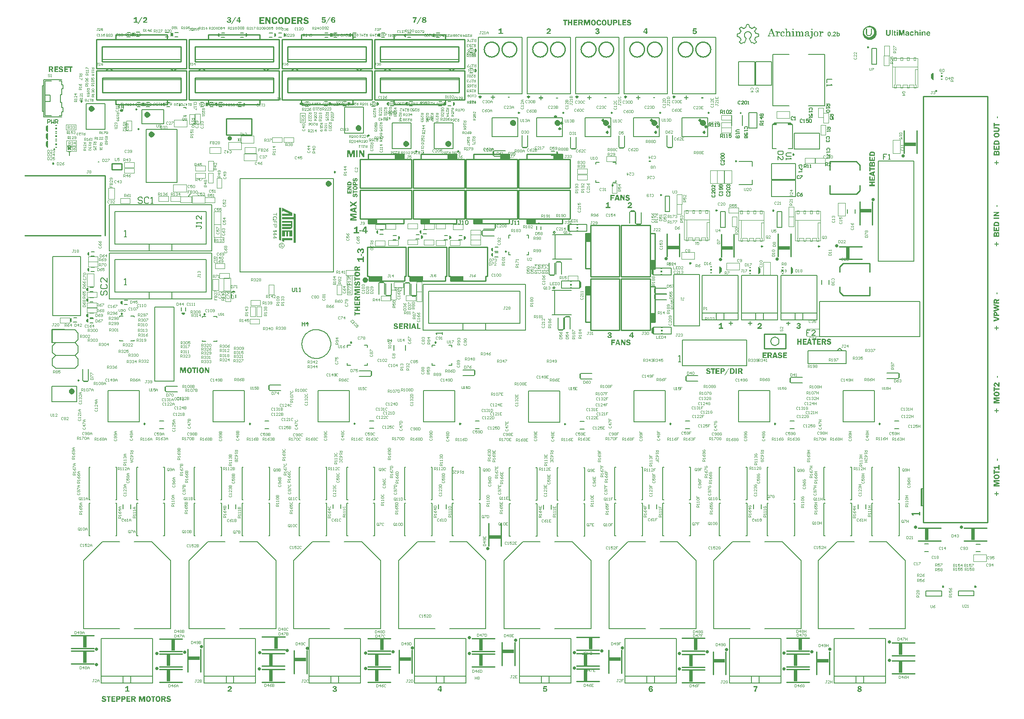
<source format=gto>
G04*
G04 #@! TF.GenerationSoftware,Altium Limited,Altium Designer,19.1.8 (144)*
G04*
G04 Layer_Color=65535*
%FSLAX25Y25*%
%MOIN*%
G70*
G01*
G75*
%ADD10C,0.00800*%
%ADD11C,0.00984*%
%ADD12C,0.00394*%
%ADD13C,0.01000*%
%ADD14C,0.02362*%
%ADD15C,0.01200*%
%ADD16C,0.00984*%
%ADD17C,0.00400*%
%ADD18C,0.00500*%
%ADD19C,0.02400*%
%ADD20C,0.01378*%
%ADD21C,0.02500*%
%ADD22C,0.03500*%
%ADD23C,0.00787*%
%ADD24C,0.00600*%
%ADD25C,0.00200*%
%ADD26C,0.00197*%
%ADD27C,0.00039*%
%ADD28C,0.00700*%
%ADD29R,0.01200X0.01190*%
%ADD30R,0.01200X0.00600*%
%ADD31R,0.01200X0.00590*%
%ADD32R,0.08790X0.02953*%
%ADD33R,0.02953X0.08790*%
G36*
X-343723Y310076D02*
X-350583D01*
Y313826D01*
X-343723D01*
Y310076D01*
D02*
G37*
G36*
X-430304Y268372D02*
Y266010D01*
X-438242D01*
Y267585D01*
X-432704D01*
X-437454Y269948D01*
Y269159D01*
X-438242D01*
Y272309D01*
X-430304Y268372D01*
D02*
G37*
G36*
X-323313Y259826D02*
X-330173D01*
Y263576D01*
X-323313D01*
Y259826D01*
D02*
G37*
G36*
X-364363D02*
X-371223D01*
Y263576D01*
X-364363D01*
Y259826D01*
D02*
G37*
G36*
X-430304Y257348D02*
X-430704Y256509D01*
X-431104Y256109D01*
X-431904Y255709D01*
X-438242D01*
Y257348D01*
X-431104D01*
Y258137D01*
X-438242D01*
Y259711D01*
X-431104D01*
Y260498D01*
X-438242D01*
Y262073D01*
X-430304D01*
Y257348D01*
D02*
G37*
G36*
Y249809D02*
X-432704D01*
Y253709D01*
X-433504D01*
Y249809D01*
X-435004D01*
Y253709D01*
X-435880D01*
Y249809D01*
X-438242D01*
Y254509D01*
X-430304D01*
Y249809D01*
D02*
G37*
G36*
X-439029Y246709D02*
X-440604Y247409D01*
Y272309D01*
X-439029D01*
Y246709D01*
D02*
G37*
G36*
X-430304Y247109D02*
X-436667D01*
Y245509D01*
X-438242Y246309D01*
Y248609D01*
X-430304D01*
Y247109D01*
D02*
G37*
G36*
X-427604Y267191D02*
Y245109D01*
X-429104D01*
Y263254D01*
X-438242D01*
Y264829D01*
X-429104D01*
Y267978D01*
X-427604Y267191D01*
D02*
G37*
G36*
X-328618Y215226D02*
X-338923D01*
Y218976D01*
X-328618D01*
Y215226D01*
D02*
G37*
G36*
X-360318D02*
X-370623D01*
Y218976D01*
X-360318D01*
Y215226D01*
D02*
G37*
G36*
X-307423Y218976D02*
X-297118D01*
Y215226D01*
X-307423D01*
Y218976D01*
D02*
G37*
G36*
X-282263Y263576D02*
Y259826D01*
X-289123D01*
Y263576D01*
X-282263D01*
D02*
G37*
G36*
X-241027D02*
Y259826D01*
X-247888D01*
Y263576D01*
X-241027D01*
D02*
G37*
G36*
X-309533Y310076D02*
Y313826D01*
X-302673D01*
Y310076D01*
X-309533D01*
D02*
G37*
G36*
X-268483D02*
Y313826D01*
X-261623D01*
Y310076D01*
X-268483D01*
D02*
G37*
G36*
X-227248D02*
Y313826D01*
X-220388D01*
Y310076D01*
X-227248D01*
D02*
G37*
G36*
X-198399Y203961D02*
X-202150D01*
Y210821D01*
X-198399D01*
Y203961D01*
D02*
G37*
G36*
X-152081Y190181D02*
X-148331D01*
Y183321D01*
X-152081D01*
Y190181D01*
D02*
G37*
G36*
Y231658D02*
X-148331D01*
Y224798D01*
X-152081D01*
Y231658D01*
D02*
G37*
G36*
X-198399Y245536D02*
X-202150D01*
Y252396D01*
X-198399D01*
Y245536D01*
D02*
G37*
G36*
X20315Y413219D02*
X21266Y412825D01*
X22122Y412253D01*
X22486Y411889D01*
X22818Y411557D01*
X23340Y410776D01*
X23699Y409909D01*
X23882Y408988D01*
Y408518D01*
Y407993D01*
X23677Y406961D01*
X23275Y405990D01*
X22691Y405116D01*
X22319Y404744D01*
Y404744D01*
X22179Y404604D01*
X21865Y404290D01*
X21125Y403796D01*
X20304Y403455D01*
X19431Y403282D01*
X18448D01*
X17392Y403492D01*
X16398Y403904D01*
X15503Y404502D01*
X15122Y404883D01*
X14801Y405204D01*
X14296Y405960D01*
X13948Y406800D01*
X13770Y407692D01*
Y408147D01*
X14163Y407754D01*
X14187Y407730D01*
X14224Y407675D01*
X14249Y407613D01*
X14262Y407548D01*
Y407514D01*
X14269Y407374D01*
X14324Y407100D01*
X14431Y406842D01*
X14586Y406610D01*
X14680Y406506D01*
X15036Y406150D01*
X15381Y405837D01*
X16156Y405319D01*
X17017Y404963D01*
X17930Y404781D01*
X18396Y404758D01*
X18792Y404778D01*
X19569Y404932D01*
X20300Y405235D01*
X20959Y405675D01*
X21252Y405941D01*
X21518Y406234D01*
X21957Y406891D01*
X22259Y407620D01*
X22413Y408395D01*
X22432Y408790D01*
X22411Y409228D01*
X22240Y410086D01*
X21905Y410895D01*
X21419Y411622D01*
X21125Y411947D01*
X21125Y411947D01*
X18790Y413420D01*
X19305D01*
X20315Y413219D01*
D02*
G37*
G36*
X-333549Y419876D02*
X-333553Y419872D01*
X-333563Y419862D01*
X-333580Y419841D01*
X-333601Y419817D01*
X-333629Y419782D01*
X-333664Y419740D01*
X-333702Y419692D01*
X-333743Y419633D01*
X-333792Y419567D01*
X-333844Y419494D01*
X-333896Y419414D01*
X-333955Y419324D01*
X-334014Y419230D01*
X-334076Y419123D01*
X-334142Y419012D01*
X-334208Y418890D01*
Y418887D01*
X-334212Y418883D01*
X-334219Y418873D01*
X-334222Y418859D01*
X-334243Y418824D01*
X-334267Y418776D01*
X-334295Y418717D01*
X-334326Y418647D01*
X-334365Y418568D01*
X-334403Y418477D01*
X-334441Y418380D01*
X-334483Y418280D01*
X-334521Y418172D01*
X-334559Y418057D01*
X-334597Y417943D01*
X-334628Y417825D01*
X-334659Y417707D01*
X-334684Y417586D01*
Y417579D01*
X-334687Y417558D01*
X-334694Y417523D01*
X-334701Y417482D01*
X-334712Y417426D01*
X-334718Y417364D01*
X-334729Y417298D01*
X-334739Y417221D01*
X-334753Y417141D01*
X-334764Y417062D01*
X-334781Y416892D01*
X-334788Y416808D01*
X-334795Y416728D01*
X-334798Y416649D01*
Y416576D01*
Y416572D01*
Y416555D01*
Y416531D01*
Y416493D01*
X-334795Y416447D01*
Y416392D01*
X-334791Y416329D01*
X-334788Y416253D01*
X-335968D01*
Y416260D01*
Y416277D01*
Y416305D01*
X-335964Y416340D01*
Y416385D01*
X-335961Y416440D01*
X-335957Y416500D01*
X-335954Y416565D01*
X-335947Y416635D01*
X-335940Y416711D01*
X-335926Y416871D01*
X-335902Y417034D01*
X-335874Y417197D01*
Y417200D01*
X-335871Y417218D01*
X-335863Y417242D01*
X-335857Y417273D01*
X-335846Y417315D01*
X-335832Y417364D01*
X-335815Y417419D01*
X-335798Y417482D01*
X-335777Y417551D01*
X-335753Y417624D01*
X-335725Y417707D01*
X-335694Y417790D01*
X-335659Y417881D01*
X-335624Y417978D01*
X-335582Y418075D01*
X-335537Y418176D01*
X-335534Y418182D01*
X-335527Y418200D01*
X-335513Y418227D01*
X-335496Y418266D01*
X-335471Y418314D01*
X-335444Y418370D01*
X-335416Y418429D01*
X-335381Y418495D01*
X-335343Y418568D01*
X-335305Y418641D01*
X-335222Y418793D01*
X-335131Y418942D01*
X-335083Y419015D01*
X-335038Y419085D01*
X-335034Y419088D01*
X-335027Y419102D01*
X-335013Y419119D01*
X-334993Y419147D01*
X-334968Y419178D01*
X-334941Y419213D01*
X-334909Y419255D01*
X-334871Y419303D01*
X-334833Y419352D01*
X-334788Y419404D01*
X-334694Y419515D01*
X-334587Y419633D01*
X-334475Y419751D01*
X-336710D01*
X-336634Y420660D01*
X-333549D01*
Y419876D01*
D02*
G37*
G36*
X-327660Y420722D02*
X-327608D01*
X-327549Y420716D01*
X-327477Y420709D01*
X-327397Y420698D01*
X-327313Y420684D01*
X-327220Y420667D01*
X-327126Y420646D01*
X-327032Y420618D01*
X-326935Y420587D01*
X-326838Y420549D01*
X-326748Y420504D01*
X-326658Y420455D01*
X-326574Y420396D01*
X-326571Y420393D01*
X-326557Y420382D01*
X-326536Y420362D01*
X-326508Y420337D01*
X-326474Y420306D01*
X-326439Y420264D01*
X-326401Y420219D01*
X-326359Y420167D01*
X-326318Y420112D01*
X-326279Y420049D01*
X-326245Y419980D01*
X-326210Y419907D01*
X-326182Y419827D01*
X-326161Y419744D01*
X-326148Y419657D01*
X-326144Y419563D01*
Y419560D01*
Y419557D01*
Y419536D01*
X-326148Y419501D01*
X-326154Y419459D01*
X-326165Y419407D01*
X-326179Y419345D01*
X-326200Y419279D01*
X-326227Y419206D01*
X-326262Y419130D01*
X-326307Y419053D01*
X-326359Y418977D01*
X-326425Y418901D01*
X-326501Y418824D01*
X-326592Y418755D01*
X-326640Y418720D01*
X-326692Y418689D01*
X-326751Y418658D01*
X-326810Y418630D01*
X-326807D01*
X-326800Y418627D01*
X-326789Y418620D01*
X-326776Y418613D01*
X-326755Y418606D01*
X-326734Y418595D01*
X-326682Y418564D01*
X-326620Y418529D01*
X-326550Y418484D01*
X-326477Y418429D01*
X-326401Y418366D01*
X-326325Y418297D01*
X-326252Y418217D01*
X-326182Y418127D01*
X-326120Y418030D01*
X-326068Y417922D01*
X-326043Y417863D01*
X-326026Y417804D01*
X-326012Y417742D01*
X-326002Y417679D01*
X-325995Y417613D01*
X-325991Y417544D01*
Y417537D01*
Y417516D01*
X-325995Y417488D01*
X-325998Y417447D01*
X-326005Y417395D01*
X-326016Y417336D01*
X-326030Y417270D01*
X-326050Y417200D01*
X-326075Y417124D01*
X-326106Y417044D01*
X-326144Y416964D01*
X-326189Y416881D01*
X-326241Y416798D01*
X-326304Y416718D01*
X-326377Y416638D01*
X-326460Y416565D01*
X-326467Y416562D01*
X-326481Y416548D01*
X-326508Y416531D01*
X-326547Y416506D01*
X-326595Y416479D01*
X-326654Y416444D01*
X-326724Y416409D01*
X-326803Y416375D01*
X-326894Y416340D01*
X-326994Y416305D01*
X-327105Y416274D01*
X-327227Y416243D01*
X-327359Y416218D01*
X-327497Y416201D01*
X-327650Y416187D01*
X-327810Y416184D01*
X-327865D01*
X-327886Y416187D01*
X-327941Y416191D01*
X-328011Y416194D01*
X-328091Y416201D01*
X-328177Y416212D01*
X-328271Y416229D01*
X-328368Y416246D01*
X-328469Y416270D01*
X-328573Y416298D01*
X-328677Y416333D01*
X-328778Y416371D01*
X-328878Y416420D01*
X-328969Y416472D01*
X-329055Y416534D01*
X-329059Y416538D01*
X-329073Y416551D01*
X-329094Y416569D01*
X-329121Y416597D01*
X-329156Y416635D01*
X-329191Y416677D01*
X-329229Y416725D01*
X-329271Y416781D01*
X-329312Y416843D01*
X-329350Y416912D01*
X-329385Y416985D01*
X-329420Y417065D01*
X-329448Y417152D01*
X-329468Y417242D01*
X-329482Y417339D01*
X-329486Y417440D01*
Y417443D01*
Y417447D01*
Y417457D01*
Y417471D01*
X-329479Y417506D01*
X-329472Y417554D01*
X-329461Y417610D01*
X-329444Y417676D01*
X-329420Y417745D01*
X-329388Y417822D01*
X-329347Y417901D01*
X-329295Y417985D01*
X-329229Y418068D01*
X-329153Y418148D01*
X-329111Y418186D01*
X-329062Y418224D01*
X-329014Y418262D01*
X-328958Y418297D01*
X-328899Y418332D01*
X-328837Y418363D01*
X-328771Y418394D01*
X-328698Y418422D01*
X-328705Y418425D01*
X-328726Y418439D01*
X-328757Y418460D01*
X-328799Y418488D01*
X-328847Y418523D01*
X-328899Y418568D01*
X-328958Y418620D01*
X-329017Y418679D01*
X-329076Y418748D01*
X-329135Y418821D01*
X-329187Y418904D01*
X-329236Y418994D01*
X-329277Y419092D01*
X-329309Y419196D01*
X-329329Y419307D01*
X-329333Y419366D01*
X-329337Y419425D01*
Y419432D01*
Y419449D01*
X-329333Y419477D01*
X-329329Y419515D01*
X-329323Y419560D01*
X-329316Y419616D01*
X-329302Y419674D01*
X-329284Y419740D01*
X-329260Y419813D01*
X-329232Y419886D01*
X-329198Y419963D01*
X-329156Y420039D01*
X-329111Y420119D01*
X-329052Y420195D01*
X-328986Y420271D01*
X-328913Y420344D01*
X-328910Y420348D01*
X-328892Y420362D01*
X-328868Y420379D01*
X-328833Y420403D01*
X-328792Y420435D01*
X-328740Y420466D01*
X-328677Y420500D01*
X-328608Y420535D01*
X-328528Y420570D01*
X-328438Y420605D01*
X-328341Y420639D01*
X-328237Y420667D01*
X-328122Y420691D01*
X-327997Y420709D01*
X-327869Y420722D01*
X-327730Y420726D01*
X-327681D01*
X-327660Y420722D01*
D02*
G37*
G36*
X-332994Y415153D02*
X-333646D01*
X-330502Y420660D01*
X-329850D01*
X-332994Y415153D01*
D02*
G37*
G36*
X-479395Y420722D02*
X-479350D01*
X-479295Y420716D01*
X-479229Y420709D01*
X-479152Y420698D01*
X-479073Y420688D01*
X-478986Y420670D01*
X-478896Y420650D01*
X-478805Y420622D01*
X-478712Y420591D01*
X-478615Y420556D01*
X-478521Y420511D01*
X-478431Y420462D01*
X-478344Y420407D01*
X-478337Y420403D01*
X-478323Y420393D01*
X-478302Y420375D01*
X-478271Y420348D01*
X-478240Y420317D01*
X-478202Y420278D01*
X-478160Y420233D01*
X-478115Y420181D01*
X-478073Y420122D01*
X-478032Y420056D01*
X-477993Y419987D01*
X-477959Y419910D01*
X-477931Y419827D01*
X-477910Y419737D01*
X-477893Y419643D01*
X-477889Y419543D01*
Y419539D01*
Y419536D01*
Y419525D01*
Y419511D01*
X-477893Y419473D01*
X-477900Y419425D01*
X-477914Y419366D01*
X-477928Y419300D01*
X-477952Y419227D01*
X-477983Y419151D01*
X-478025Y419067D01*
X-478073Y418984D01*
X-478136Y418904D01*
X-478209Y418821D01*
X-478250Y418783D01*
X-478295Y418745D01*
X-478344Y418710D01*
X-478396Y418675D01*
X-478452Y418644D01*
X-478514Y418613D01*
X-478577Y418585D01*
X-478646Y418557D01*
X-478642D01*
X-478636Y418554D01*
X-478625Y418550D01*
X-478608Y418547D01*
X-478587Y418540D01*
X-478563Y418529D01*
X-478507Y418509D01*
X-478441Y418477D01*
X-478365Y418439D01*
X-478285Y418394D01*
X-478202Y418339D01*
X-478118Y418273D01*
X-478039Y418200D01*
X-477962Y418113D01*
X-477896Y418016D01*
X-477841Y417908D01*
X-477817Y417853D01*
X-477796Y417790D01*
X-477778Y417724D01*
X-477768Y417659D01*
X-477761Y417586D01*
X-477758Y417513D01*
Y417506D01*
Y417488D01*
X-477761Y417457D01*
X-477765Y417416D01*
X-477771Y417367D01*
X-477782Y417308D01*
X-477796Y417245D01*
X-477813Y417176D01*
X-477837Y417100D01*
X-477869Y417024D01*
X-477907Y416944D01*
X-477948Y416864D01*
X-478000Y416784D01*
X-478063Y416704D01*
X-478132Y416628D01*
X-478212Y416555D01*
X-478216Y416551D01*
X-478233Y416538D01*
X-478261Y416520D01*
X-478295Y416496D01*
X-478340Y416468D01*
X-478396Y416437D01*
X-478462Y416406D01*
X-478538Y416371D01*
X-478622Y416336D01*
X-478715Y416302D01*
X-478819Y416270D01*
X-478930Y416243D01*
X-479052Y416218D01*
X-479180Y416201D01*
X-479316Y416187D01*
X-479461Y416184D01*
X-479513D01*
X-479534Y416187D01*
X-479590Y416191D01*
X-479652Y416194D01*
X-479729Y416205D01*
X-479812Y416215D01*
X-479902Y416232D01*
X-479996Y416253D01*
X-480096Y416277D01*
X-480197Y416309D01*
X-480298Y416347D01*
X-480398Y416392D01*
X-480495Y416440D01*
X-480589Y416500D01*
X-480676Y416569D01*
X-480679Y416572D01*
X-480697Y416586D01*
X-480718Y416607D01*
X-480745Y416638D01*
X-480780Y416677D01*
X-480822Y416722D01*
X-480863Y416774D01*
X-480908Y416833D01*
X-480957Y416898D01*
X-481002Y416971D01*
X-481047Y417051D01*
X-481089Y417135D01*
X-481127Y417225D01*
X-481162Y417318D01*
X-481189Y417419D01*
X-481210Y417523D01*
X-480273Y417662D01*
Y417659D01*
X-480270Y417655D01*
Y417645D01*
X-480266Y417634D01*
X-480256Y417599D01*
X-480242Y417554D01*
X-480221Y417502D01*
X-480197Y417447D01*
X-480162Y417384D01*
X-480124Y417322D01*
X-480079Y417256D01*
X-480023Y417194D01*
X-479957Y417138D01*
X-479885Y417086D01*
X-479801Y417041D01*
X-479708Y417006D01*
X-479659Y416996D01*
X-479604Y416985D01*
X-479548Y416982D01*
X-479489Y416978D01*
X-479458D01*
X-479437Y416982D01*
X-479413D01*
X-479382Y416985D01*
X-479312Y416999D01*
X-479236Y417017D01*
X-479152Y417044D01*
X-479073Y417086D01*
X-479031Y417110D01*
X-478996Y417138D01*
X-478993Y417141D01*
X-478989Y417145D01*
X-478979Y417155D01*
X-478965Y417166D01*
X-478937Y417204D01*
X-478899Y417252D01*
X-478864Y417315D01*
X-478837Y417388D01*
X-478812Y417471D01*
X-478809Y417520D01*
X-478805Y417568D01*
Y417572D01*
Y417582D01*
Y417596D01*
X-478809Y417617D01*
Y417641D01*
X-478816Y417665D01*
X-478826Y417731D01*
X-478847Y417801D01*
X-478878Y417870D01*
X-478899Y417905D01*
X-478920Y417940D01*
X-478948Y417971D01*
X-478979Y417999D01*
X-478982D01*
X-478986Y418006D01*
X-479000Y418012D01*
X-479014Y418019D01*
X-479035Y418033D01*
X-479059Y418044D01*
X-479090Y418057D01*
X-479128Y418071D01*
X-479170Y418082D01*
X-479218Y418096D01*
X-479271Y418110D01*
X-479333Y418120D01*
X-479399Y418127D01*
X-479472Y418134D01*
X-479555Y418141D01*
X-480044D01*
Y418915D01*
X-479541D01*
X-479517Y418918D01*
X-479482D01*
X-479448Y418925D01*
X-479406Y418928D01*
X-479364Y418935D01*
X-479274Y418956D01*
X-479184Y418984D01*
X-479142Y419001D01*
X-479104Y419026D01*
X-479069Y419050D01*
X-479041Y419078D01*
X-479038Y419081D01*
X-479035Y419085D01*
X-479017Y419105D01*
X-478996Y419140D01*
X-478969Y419182D01*
X-478941Y419234D01*
X-478920Y419293D01*
X-478903Y419359D01*
X-478896Y419428D01*
Y419432D01*
Y419439D01*
Y419449D01*
X-478899Y419463D01*
X-478903Y419504D01*
X-478917Y419553D01*
X-478934Y419612D01*
X-478962Y419674D01*
X-479003Y419740D01*
X-479028Y419772D01*
X-479055Y419803D01*
Y419806D01*
X-479062Y419810D01*
X-479073Y419817D01*
X-479083Y419827D01*
X-479101Y419841D01*
X-479118Y419855D01*
X-479170Y419886D01*
X-479232Y419914D01*
X-479305Y419942D01*
X-479392Y419959D01*
X-479440Y419966D01*
X-479517D01*
X-479541Y419963D01*
X-479579Y419959D01*
X-479621Y419949D01*
X-479670Y419935D01*
X-479722Y419917D01*
X-479777Y419897D01*
X-479833Y419865D01*
X-479892Y419827D01*
X-479947Y419782D01*
X-480003Y419730D01*
X-480051Y419664D01*
X-480096Y419591D01*
X-480134Y419504D01*
X-480166Y419404D01*
X-481078Y419546D01*
Y419553D01*
X-481071Y419570D01*
X-481065Y419595D01*
X-481054Y419633D01*
X-481040Y419674D01*
X-481019Y419727D01*
X-480995Y419782D01*
X-480967Y419845D01*
X-480936Y419907D01*
X-480898Y419976D01*
X-480853Y420046D01*
X-480801Y420119D01*
X-480745Y420188D01*
X-480683Y420258D01*
X-480610Y420323D01*
X-480534Y420389D01*
X-480530Y420393D01*
X-480513Y420403D01*
X-480488Y420421D01*
X-480457Y420441D01*
X-480412Y420469D01*
X-480364Y420497D01*
X-480304Y420525D01*
X-480235Y420559D01*
X-480162Y420591D01*
X-480083Y420618D01*
X-479992Y420650D01*
X-479899Y420674D01*
X-479798Y420695D01*
X-479690Y420712D01*
X-479579Y420722D01*
X-479461Y420726D01*
X-479434D01*
X-479395Y420722D01*
D02*
G37*
G36*
X-470804Y418040D02*
X-470186D01*
Y417270D01*
X-470804D01*
Y416253D01*
X-471834D01*
Y417270D01*
X-473760D01*
Y418040D01*
X-471983Y420726D01*
X-470804D01*
Y418040D01*
D02*
G37*
G36*
X-477230Y415153D02*
X-477882D01*
X-474739Y420660D01*
X-474086D01*
X-477230Y415153D01*
D02*
G37*
G36*
X-398318Y420722D02*
X-398272Y420719D01*
X-398217Y420716D01*
X-398154Y420709D01*
X-398082Y420698D01*
X-398005Y420684D01*
X-397925Y420663D01*
X-397842Y420643D01*
X-397755Y420615D01*
X-397669Y420580D01*
X-397582Y420542D01*
X-397495Y420497D01*
X-397415Y420441D01*
X-397339Y420382D01*
X-397336Y420379D01*
X-397322Y420368D01*
X-397301Y420348D01*
X-397276Y420320D01*
X-397245Y420289D01*
X-397207Y420247D01*
X-397169Y420202D01*
X-397127Y420150D01*
X-397086Y420091D01*
X-397044Y420028D01*
X-397002Y419959D01*
X-396964Y419886D01*
X-396926Y419806D01*
X-396895Y419723D01*
X-396867Y419636D01*
X-396846Y419546D01*
X-397735Y419310D01*
Y419314D01*
Y419317D01*
X-397738Y419327D01*
X-397742Y419338D01*
X-397748Y419373D01*
X-397762Y419418D01*
X-397780Y419466D01*
X-397804Y419525D01*
X-397832Y419584D01*
X-397866Y419650D01*
X-397905Y419713D01*
X-397953Y419772D01*
X-398005Y419831D01*
X-398068Y419883D01*
X-398137Y419924D01*
X-398214Y419959D01*
X-398255Y419970D01*
X-398300Y419980D01*
X-398345Y419983D01*
X-398394Y419987D01*
X-398411D01*
X-398429Y419983D01*
X-398463Y419976D01*
X-398515Y419963D01*
X-398571Y419942D01*
X-398637Y419910D01*
X-398672Y419886D01*
X-398706Y419862D01*
X-398744Y419834D01*
X-398779Y419803D01*
X-398814Y419765D01*
X-398852Y419723D01*
X-398887Y419678D01*
X-398921Y419626D01*
X-398953Y419570D01*
X-398984Y419508D01*
X-399015Y419439D01*
X-399043Y419362D01*
X-399071Y419282D01*
X-399091Y419196D01*
X-399112Y419099D01*
X-399130Y418998D01*
X-399143Y418887D01*
X-399154Y418769D01*
X-399161Y418644D01*
X-399164Y418509D01*
X-399161Y418516D01*
X-399150Y418529D01*
X-399130Y418557D01*
X-399105Y418588D01*
X-399071Y418627D01*
X-399029Y418672D01*
X-398980Y418717D01*
X-398925Y418765D01*
X-398859Y418811D01*
X-398786Y418859D01*
X-398706Y418901D01*
X-398616Y418939D01*
X-398519Y418970D01*
X-398415Y418998D01*
X-398300Y419012D01*
X-398179Y419019D01*
X-398151D01*
X-398120Y419015D01*
X-398075Y419012D01*
X-398023Y419005D01*
X-397964Y418998D01*
X-397894Y418984D01*
X-397821Y418970D01*
X-397742Y418946D01*
X-397662Y418922D01*
X-397578Y418887D01*
X-397495Y418849D01*
X-397408Y418804D01*
X-397329Y418748D01*
X-397249Y418686D01*
X-397172Y418616D01*
X-397169Y418613D01*
X-397155Y418599D01*
X-397138Y418574D01*
X-397110Y418543D01*
X-397082Y418505D01*
X-397047Y418460D01*
X-397013Y418408D01*
X-396975Y418345D01*
X-396940Y418280D01*
X-396905Y418207D01*
X-396871Y418130D01*
X-396843Y418047D01*
X-396815Y417957D01*
X-396798Y417863D01*
X-396784Y417766D01*
X-396780Y417665D01*
Y417659D01*
Y417641D01*
X-396784Y417610D01*
X-396787Y417568D01*
X-396794Y417516D01*
X-396805Y417457D01*
X-396815Y417388D01*
X-396836Y417315D01*
X-396857Y417239D01*
X-396884Y417155D01*
X-396923Y417069D01*
X-396964Y416982D01*
X-397013Y416892D01*
X-397072Y416805D01*
X-397138Y416718D01*
X-397214Y416631D01*
X-397218Y416628D01*
X-397235Y416610D01*
X-397259Y416590D01*
X-397294Y416562D01*
X-397336Y416527D01*
X-397388Y416489D01*
X-397450Y416451D01*
X-397519Y416409D01*
X-397596Y416368D01*
X-397682Y416326D01*
X-397776Y416288D01*
X-397880Y416253D01*
X-397991Y416225D01*
X-398106Y416205D01*
X-398231Y416187D01*
X-398363Y416184D01*
X-398394D01*
X-398432Y416187D01*
X-398481Y416191D01*
X-398540Y416194D01*
X-398609Y416205D01*
X-398685Y416215D01*
X-398769Y416229D01*
X-398859Y416250D01*
X-398949Y416274D01*
X-399043Y416302D01*
X-399136Y416336D01*
X-399230Y416378D01*
X-399320Y416427D01*
X-399407Y416486D01*
X-399487Y416548D01*
X-399490Y416551D01*
X-399504Y416565D01*
X-399525Y416586D01*
X-399553Y416614D01*
X-399588Y416649D01*
X-399626Y416690D01*
X-399664Y416739D01*
X-399709Y416794D01*
X-399754Y416853D01*
X-399803Y416919D01*
X-399848Y416992D01*
X-399893Y417069D01*
X-399938Y417148D01*
X-399976Y417235D01*
X-400011Y417322D01*
X-400042Y417416D01*
Y417422D01*
X-400049Y417440D01*
X-400056Y417464D01*
X-400066Y417502D01*
X-400077Y417547D01*
X-400087Y417599D01*
X-400101Y417659D01*
X-400115Y417728D01*
X-400129Y417797D01*
X-400143Y417877D01*
X-400153Y417957D01*
X-400164Y418040D01*
X-400181Y418217D01*
X-400188Y418394D01*
Y418398D01*
Y418404D01*
Y418418D01*
Y418439D01*
X-400184Y418464D01*
Y418491D01*
Y418526D01*
X-400181Y418564D01*
X-400177Y418606D01*
X-400174Y418651D01*
X-400164Y418748D01*
X-400150Y418863D01*
X-400132Y418984D01*
X-400108Y419112D01*
X-400077Y419248D01*
X-400039Y419386D01*
X-399997Y419529D01*
X-399945Y419668D01*
X-399883Y419806D01*
X-399813Y419938D01*
X-399733Y420067D01*
Y420070D01*
X-399726Y420074D01*
X-399712Y420094D01*
X-399685Y420129D01*
X-399647Y420171D01*
X-399598Y420219D01*
X-399542Y420275D01*
X-399473Y420334D01*
X-399393Y420396D01*
X-399303Y420459D01*
X-399202Y420518D01*
X-399091Y420573D01*
X-398970Y420622D01*
X-398838Y420663D01*
X-398696Y420698D01*
X-398543Y420719D01*
X-398463Y420722D01*
X-398380Y420726D01*
X-398352D01*
X-398318Y420722D01*
D02*
G37*
G36*
X-404536Y419758D02*
X-406462D01*
X-406528Y418776D01*
X-406524Y418779D01*
X-406510Y418793D01*
X-406489Y418811D01*
X-406462Y418835D01*
X-406427Y418863D01*
X-406385Y418897D01*
X-406333Y418928D01*
X-406278Y418967D01*
X-406215Y419001D01*
X-406142Y419036D01*
X-406066Y419067D01*
X-405983Y419095D01*
X-405893Y419119D01*
X-405799Y419137D01*
X-405698Y419151D01*
X-405591Y419154D01*
X-405563D01*
X-405532Y419151D01*
X-405490Y419147D01*
X-405438Y419144D01*
X-405379Y419133D01*
X-405313Y419119D01*
X-405240Y419105D01*
X-405164Y419085D01*
X-405081Y419057D01*
X-404997Y419026D01*
X-404911Y418988D01*
X-404824Y418942D01*
X-404740Y418890D01*
X-404657Y418828D01*
X-404577Y418758D01*
X-404574Y418755D01*
X-404560Y418741D01*
X-404539Y418717D01*
X-404511Y418689D01*
X-404480Y418647D01*
X-404446Y418602D01*
X-404407Y418547D01*
X-404369Y418484D01*
X-404331Y418415D01*
X-404293Y418339D01*
X-404258Y418255D01*
X-404227Y418165D01*
X-404199Y418068D01*
X-404178Y417967D01*
X-404165Y417860D01*
X-404161Y417745D01*
Y417742D01*
Y417738D01*
Y417728D01*
Y417714D01*
X-404165Y417679D01*
X-404168Y417631D01*
X-404175Y417572D01*
X-404185Y417506D01*
X-404199Y417429D01*
X-404217Y417346D01*
X-404241Y417259D01*
X-404272Y417169D01*
X-404307Y417075D01*
X-404352Y416982D01*
X-404404Y416888D01*
X-404463Y416794D01*
X-404532Y416704D01*
X-404612Y416621D01*
X-404616Y416617D01*
X-404633Y416604D01*
X-404661Y416579D01*
X-404695Y416551D01*
X-404740Y416520D01*
X-404796Y416482D01*
X-404862Y416444D01*
X-404938Y416402D01*
X-405025Y416361D01*
X-405119Y416323D01*
X-405223Y416284D01*
X-405334Y416253D01*
X-405455Y416225D01*
X-405584Y416201D01*
X-405723Y416187D01*
X-405872Y416184D01*
X-405906D01*
X-405934Y416187D01*
X-405965D01*
X-406004Y416191D01*
X-406049Y416198D01*
X-406097Y416205D01*
X-406149Y416212D01*
X-406208Y416222D01*
X-406271Y416236D01*
X-406333Y416250D01*
X-406472Y416288D01*
X-406545Y416312D01*
X-406618Y416340D01*
X-406691Y416371D01*
X-406767Y416406D01*
X-406840Y416447D01*
X-406916Y416489D01*
X-406989Y416538D01*
X-407062Y416590D01*
X-407131Y416649D01*
X-407201Y416711D01*
X-407263Y416781D01*
X-407326Y416857D01*
X-407385Y416937D01*
X-407440Y417024D01*
X-407492Y417117D01*
X-407537Y417214D01*
X-407576Y417322D01*
X-407610Y417436D01*
X-406642Y417582D01*
X-406639Y417575D01*
X-406635Y417558D01*
X-406625Y417530D01*
X-406611Y417492D01*
X-406590Y417447D01*
X-406566Y417398D01*
X-406534Y417346D01*
X-406496Y417291D01*
X-406451Y417235D01*
X-406399Y417183D01*
X-406337Y417135D01*
X-406271Y417089D01*
X-406194Y417055D01*
X-406108Y417024D01*
X-406010Y417006D01*
X-405906Y416999D01*
X-405875D01*
X-405854Y417003D01*
X-405827Y417006D01*
X-405795Y417010D01*
X-405761Y417017D01*
X-405723Y417024D01*
X-405639Y417048D01*
X-405598Y417065D01*
X-405552Y417082D01*
X-405511Y417107D01*
X-405469Y417131D01*
X-405431Y417162D01*
X-405393Y417197D01*
X-405389Y417200D01*
X-405386Y417207D01*
X-405375Y417218D01*
X-405362Y417232D01*
X-405348Y417252D01*
X-405334Y417277D01*
X-405316Y417301D01*
X-405296Y417332D01*
X-405261Y417402D01*
X-405233Y417482D01*
X-405209Y417572D01*
X-405205Y417620D01*
X-405202Y417672D01*
Y417676D01*
Y417686D01*
Y417700D01*
X-405205Y417721D01*
X-405209Y417745D01*
X-405212Y417773D01*
X-405226Y417839D01*
X-405251Y417915D01*
X-405268Y417957D01*
X-405285Y417999D01*
X-405310Y418040D01*
X-405337Y418082D01*
X-405369Y418123D01*
X-405403Y418162D01*
X-405407Y418165D01*
X-405414Y418172D01*
X-405424Y418179D01*
X-405438Y418193D01*
X-405459Y418210D01*
X-405483Y418227D01*
X-405511Y418245D01*
X-405539Y418266D01*
X-405612Y418300D01*
X-405695Y418335D01*
X-405743Y418349D01*
X-405792Y418356D01*
X-405844Y418363D01*
X-405896Y418366D01*
X-405913D01*
X-405934Y418363D01*
X-405962Y418359D01*
X-405997Y418356D01*
X-406038Y418349D01*
X-406080Y418339D01*
X-406129Y418325D01*
X-406177Y418304D01*
X-406229Y418283D01*
X-406281Y418255D01*
X-406337Y418221D01*
X-406385Y418182D01*
X-406437Y418137D01*
X-406483Y418082D01*
X-406528Y418023D01*
X-407371Y418162D01*
X-407197Y420660D01*
X-404421D01*
X-404536Y419758D01*
D02*
G37*
G36*
X-403762Y415153D02*
X-404414D01*
X-401270Y420660D01*
X-400618D01*
X-403762Y415153D01*
D02*
G37*
G36*
X-544650Y420722D02*
X-544598Y420719D01*
X-544532Y420712D01*
X-544455Y420705D01*
X-544372Y420691D01*
X-544282Y420674D01*
X-544188Y420653D01*
X-544091Y420625D01*
X-543991Y420591D01*
X-543890Y420552D01*
X-543793Y420504D01*
X-543699Y420448D01*
X-543612Y420386D01*
X-543529Y420313D01*
X-543526Y420310D01*
X-543512Y420296D01*
X-543491Y420271D01*
X-543463Y420240D01*
X-543432Y420202D01*
X-543397Y420153D01*
X-543359Y420098D01*
X-543317Y420039D01*
X-543279Y419970D01*
X-543241Y419897D01*
X-543206Y419813D01*
X-543175Y419730D01*
X-543147Y419636D01*
X-543126Y419543D01*
X-543113Y419442D01*
X-543109Y419338D01*
Y419331D01*
Y419310D01*
X-543113Y419279D01*
X-543116Y419237D01*
X-543123Y419189D01*
X-543133Y419126D01*
X-543147Y419060D01*
X-543165Y418984D01*
X-543186Y418908D01*
X-543217Y418821D01*
X-543251Y418734D01*
X-543293Y418644D01*
X-543345Y418554D01*
X-543401Y418464D01*
X-543470Y418373D01*
X-543546Y418287D01*
X-543550Y418280D01*
X-543567Y418266D01*
X-543595Y418238D01*
X-543633Y418203D01*
X-543685Y418158D01*
X-543748Y418103D01*
X-543824Y418040D01*
X-543911Y417971D01*
X-543963Y417929D01*
X-544015Y417891D01*
X-544070Y417846D01*
X-544133Y417801D01*
X-544195Y417756D01*
X-544265Y417707D01*
X-544334Y417655D01*
X-544410Y417603D01*
X-544490Y417551D01*
X-544573Y417495D01*
X-544660Y417440D01*
X-544750Y417381D01*
X-544844Y417318D01*
X-544945Y417259D01*
X-545049Y417197D01*
X-545156Y417131D01*
X-543047D01*
X-543123Y416253D01*
X-546426D01*
Y417107D01*
X-546423D01*
X-546419Y417114D01*
X-546409Y417121D01*
X-546395Y417131D01*
X-546378Y417141D01*
X-546357Y417159D01*
X-546329Y417180D01*
X-546302Y417200D01*
X-546267Y417225D01*
X-546225Y417252D01*
X-546184Y417284D01*
X-546135Y417318D01*
X-546083Y417357D01*
X-546024Y417398D01*
X-545962Y417440D01*
X-545895Y417488D01*
X-545892Y417492D01*
X-545885Y417495D01*
X-545871Y417506D01*
X-545857Y417516D01*
X-545833Y417534D01*
X-545809Y417551D01*
X-545781Y417572D01*
X-545746Y417596D01*
X-545674Y417652D01*
X-545587Y417714D01*
X-545493Y417787D01*
X-545392Y417863D01*
X-545285Y417946D01*
X-545174Y418033D01*
X-544959Y418210D01*
X-544851Y418300D01*
X-544750Y418387D01*
X-544660Y418474D01*
X-544577Y418554D01*
X-544573Y418557D01*
X-544560Y418571D01*
X-544539Y418595D01*
X-544511Y418627D01*
X-544480Y418661D01*
X-544445Y418706D01*
X-544407Y418755D01*
X-544369Y418807D01*
X-544331Y418866D01*
X-544292Y418925D01*
X-544258Y418988D01*
X-544227Y419053D01*
X-544199Y419123D01*
X-544178Y419189D01*
X-544164Y419255D01*
X-544161Y419321D01*
Y419324D01*
Y419331D01*
Y419345D01*
X-544164Y419362D01*
Y419386D01*
X-544168Y419411D01*
X-544181Y419470D01*
X-544202Y419536D01*
X-544230Y419609D01*
X-544272Y419678D01*
X-544299Y419713D01*
X-544327Y419744D01*
X-544331Y419747D01*
X-544334Y419751D01*
X-544344Y419758D01*
X-544358Y419772D01*
X-544372Y419782D01*
X-544393Y419796D01*
X-544445Y419827D01*
X-544508Y419858D01*
X-544584Y419886D01*
X-544671Y419904D01*
X-544719Y419907D01*
X-544771Y419910D01*
X-544799D01*
X-544830Y419904D01*
X-544872Y419897D01*
X-544924Y419886D01*
X-544979Y419865D01*
X-545042Y419841D01*
X-545108Y419806D01*
X-545170Y419761D01*
X-545236Y419706D01*
X-545299Y419636D01*
X-545330Y419598D01*
X-545358Y419557D01*
X-545386Y419508D01*
X-545410Y419459D01*
X-545434Y419404D01*
X-545455Y419345D01*
X-545476Y419282D01*
X-545493Y419216D01*
X-545507Y419144D01*
X-545517Y419067D01*
X-546426Y419269D01*
Y419272D01*
X-546423Y419286D01*
X-546416Y419303D01*
X-546409Y419331D01*
X-546402Y419366D01*
X-546388Y419404D01*
X-546374Y419449D01*
X-546357Y419498D01*
X-546336Y419550D01*
X-546312Y419605D01*
X-546288Y419668D01*
X-546256Y419730D01*
X-546222Y419796D01*
X-546187Y419862D01*
X-546145Y419928D01*
X-546100Y419997D01*
X-546052Y420067D01*
X-545996Y420133D01*
X-545941Y420198D01*
X-545878Y420264D01*
X-545809Y420327D01*
X-545739Y420389D01*
X-545663Y420445D01*
X-545580Y420497D01*
X-545493Y420549D01*
X-545399Y420591D01*
X-545302Y420629D01*
X-545198Y420663D01*
X-545090Y420691D01*
X-544976Y420709D01*
X-544854Y420722D01*
X-544726Y420726D01*
X-544674D01*
X-544650Y420722D01*
D02*
G37*
G36*
X-551406Y417062D02*
X-550184D01*
Y416253D01*
X-553755D01*
Y417062D01*
X-552419D01*
Y419577D01*
X-552423D01*
X-552430Y419570D01*
X-552440Y419567D01*
X-552454Y419557D01*
X-552471Y419546D01*
X-552495Y419532D01*
X-552548Y419501D01*
X-552613Y419459D01*
X-552690Y419418D01*
X-552777Y419369D01*
X-552867Y419317D01*
X-552964Y419262D01*
X-553065Y419206D01*
X-553269Y419099D01*
X-553370Y419046D01*
X-553467Y419001D01*
X-553557Y418960D01*
X-553644Y418922D01*
Y419827D01*
X-553641D01*
X-553630Y419831D01*
X-553616Y419838D01*
X-553595Y419841D01*
X-553568Y419851D01*
X-553537Y419862D01*
X-553502Y419876D01*
X-553460Y419890D01*
X-553415Y419904D01*
X-553370Y419921D01*
X-553266Y419963D01*
X-553151Y420011D01*
X-553030Y420063D01*
X-552905Y420126D01*
X-552780Y420192D01*
X-552655Y420268D01*
X-552537Y420348D01*
X-552423Y420435D01*
X-552318Y420525D01*
X-552273Y420573D01*
X-552228Y420622D01*
X-552190Y420674D01*
X-552155Y420726D01*
X-551406D01*
Y417062D01*
D02*
G37*
G36*
X-549952Y415153D02*
X-550604D01*
X-547461Y420660D01*
X-546808D01*
X-549952Y415153D01*
D02*
G37*
G36*
X-419548Y420658D02*
X-419510D01*
X-419468Y420654D01*
X-419418Y420650D01*
X-419365Y420642D01*
X-419302Y420633D01*
X-419240Y420625D01*
X-419169Y420612D01*
X-419098Y420596D01*
X-418944Y420558D01*
X-418782Y420508D01*
X-418611Y420442D01*
X-418528Y420400D01*
X-418441Y420359D01*
X-418358Y420313D01*
X-418274Y420259D01*
X-418191Y420200D01*
X-418112Y420138D01*
X-418037Y420067D01*
X-417963Y419997D01*
X-417892Y419913D01*
X-417825Y419830D01*
X-417767Y419735D01*
X-417709Y419639D01*
X-417659Y419531D01*
X-417613Y419418D01*
X-418666Y419069D01*
X-418670Y419077D01*
X-418678Y419094D01*
X-418690Y419127D01*
X-418711Y419165D01*
X-418736Y419215D01*
X-418770Y419265D01*
X-418811Y419323D01*
X-418861Y419381D01*
X-418915Y419439D01*
X-418982Y419497D01*
X-419057Y419547D01*
X-419136Y419597D01*
X-419231Y419635D01*
X-419331Y419668D01*
X-419444Y419685D01*
X-419568Y419693D01*
X-419602D01*
X-419635Y419689D01*
X-419681Y419685D01*
X-419739Y419681D01*
X-419801Y419668D01*
X-419868Y419651D01*
X-419934Y419635D01*
X-420001Y419610D01*
X-420068Y419577D01*
X-420130Y419539D01*
X-420184Y419493D01*
X-420234Y419435D01*
X-420267Y419373D01*
X-420292Y419298D01*
X-420296Y419256D01*
X-420300Y419215D01*
Y419206D01*
X-420296Y419185D01*
X-420292Y419148D01*
X-420284Y419106D01*
X-420267Y419052D01*
X-420242Y419002D01*
X-420213Y418948D01*
X-420167Y418894D01*
X-420159Y418890D01*
X-420151Y418882D01*
X-420138Y418874D01*
X-420122Y418861D01*
X-420097Y418849D01*
X-420072Y418832D01*
X-420038Y418815D01*
X-420001Y418799D01*
X-419955Y418782D01*
X-419905Y418761D01*
X-419847Y418740D01*
X-419780Y418724D01*
X-419710Y418703D01*
X-419631Y418682D01*
X-419543Y418666D01*
X-419535D01*
X-419522Y418661D01*
X-419506Y418657D01*
X-419464Y418649D01*
X-419410Y418636D01*
X-419344Y418624D01*
X-419269Y418603D01*
X-419186Y418582D01*
X-419094Y418562D01*
X-418998Y418537D01*
X-418898Y418511D01*
X-418703Y418453D01*
X-418611Y418424D01*
X-418520Y418395D01*
X-418437Y418366D01*
X-418362Y418333D01*
X-418358D01*
X-418345Y418324D01*
X-418324Y418316D01*
X-418299Y418299D01*
X-418266Y418283D01*
X-418229Y418262D01*
X-418187Y418233D01*
X-418141Y418204D01*
X-418096Y418166D01*
X-418042Y418129D01*
X-417992Y418083D01*
X-417938Y418037D01*
X-417883Y417983D01*
X-417829Y417925D01*
X-417779Y417863D01*
X-417730Y417796D01*
X-417725Y417792D01*
X-417717Y417779D01*
X-417705Y417759D01*
X-417688Y417734D01*
X-417671Y417696D01*
X-417646Y417655D01*
X-417626Y417609D01*
X-417601Y417555D01*
X-417576Y417496D01*
X-417555Y417434D01*
X-417530Y417368D01*
X-417513Y417293D01*
X-417497Y417218D01*
X-417484Y417139D01*
X-417476Y417056D01*
X-417472Y416972D01*
Y416964D01*
Y416939D01*
X-417476Y416902D01*
X-417480Y416852D01*
X-417488Y416789D01*
X-417501Y416719D01*
X-417517Y416640D01*
X-417542Y416548D01*
X-417571Y416457D01*
X-417605Y416357D01*
X-417651Y416253D01*
X-417705Y416149D01*
X-417767Y416045D01*
X-417842Y415941D01*
X-417929Y415837D01*
X-418025Y415737D01*
X-418033Y415733D01*
X-418050Y415716D01*
X-418083Y415687D01*
X-418129Y415658D01*
X-418187Y415616D01*
X-418254Y415570D01*
X-418341Y415525D01*
X-418437Y415479D01*
X-418545Y415429D01*
X-418666Y415383D01*
X-418799Y415338D01*
X-418944Y415300D01*
X-419106Y415267D01*
X-419277Y415238D01*
X-419464Y415221D01*
X-419660Y415217D01*
X-419697D01*
X-419739Y415221D01*
X-419797D01*
X-419864Y415229D01*
X-419947Y415238D01*
X-420038Y415246D01*
X-420138Y415263D01*
X-420242Y415283D01*
X-420355Y415308D01*
X-420467Y415338D01*
X-420583Y415371D01*
X-420700Y415412D01*
X-420816Y415462D01*
X-420933Y415520D01*
X-421041Y415583D01*
X-421049Y415587D01*
X-421066Y415599D01*
X-421095Y415620D01*
X-421132Y415654D01*
X-421178Y415691D01*
X-421232Y415737D01*
X-421286Y415795D01*
X-421349Y415858D01*
X-421411Y415932D01*
X-421474Y416015D01*
X-421536Y416103D01*
X-421598Y416203D01*
X-421653Y416311D01*
X-421706Y416423D01*
X-421752Y416548D01*
X-421790Y416681D01*
X-420646Y416943D01*
X-420642Y416935D01*
X-420637Y416910D01*
X-420621Y416877D01*
X-420600Y416827D01*
X-420575Y416773D01*
X-420538Y416710D01*
X-420496Y416644D01*
X-420438Y416573D01*
X-420375Y416502D01*
X-420300Y416436D01*
X-420213Y416373D01*
X-420113Y416319D01*
X-420001Y416269D01*
X-419872Y416236D01*
X-419731Y416211D01*
X-419652Y416207D01*
X-419572Y416203D01*
X-419531D01*
X-419502Y416207D01*
X-419468D01*
X-419427Y416211D01*
X-419381Y416215D01*
X-419335Y416223D01*
X-419231Y416244D01*
X-419127Y416269D01*
X-419028Y416311D01*
X-418982Y416336D01*
X-418940Y416365D01*
X-418936D01*
X-418932Y416373D01*
X-418907Y416394D01*
X-418874Y416432D01*
X-418832Y416477D01*
X-418794Y416536D01*
X-418761Y416602D01*
X-418736Y416673D01*
X-418732Y416714D01*
X-418728Y416756D01*
Y416760D01*
Y416764D01*
Y416777D01*
X-418732Y416793D01*
X-418736Y416835D01*
X-418753Y416889D01*
X-418774Y416947D01*
X-418807Y417006D01*
X-418857Y417064D01*
X-418886Y417093D01*
X-418919Y417118D01*
X-418924D01*
X-418928Y417122D01*
X-418940Y417130D01*
X-418957Y417139D01*
X-418982Y417151D01*
X-419007Y417164D01*
X-419044Y417180D01*
X-419082Y417197D01*
X-419127Y417214D01*
X-419181Y417234D01*
X-419244Y417255D01*
X-419310Y417276D01*
X-419381Y417297D01*
X-419464Y417318D01*
X-419556Y417338D01*
X-419652Y417359D01*
X-419656D01*
X-419664Y417363D01*
X-419676D01*
X-419697Y417368D01*
X-419718Y417376D01*
X-419747Y417380D01*
X-419780Y417388D01*
X-419814Y417397D01*
X-419897Y417417D01*
X-419993Y417442D01*
X-420097Y417476D01*
X-420209Y417509D01*
X-420325Y417546D01*
X-420446Y417588D01*
X-420563Y417638D01*
X-420683Y417688D01*
X-420795Y417742D01*
X-420904Y417800D01*
X-420999Y417863D01*
X-421087Y417929D01*
X-421091Y417933D01*
X-421103Y417946D01*
X-421124Y417967D01*
X-421153Y417996D01*
X-421186Y418033D01*
X-421224Y418079D01*
X-421261Y418133D01*
X-421299Y418195D01*
X-421340Y418266D01*
X-421378Y418345D01*
X-421415Y418433D01*
X-421449Y418528D01*
X-421474Y418632D01*
X-421498Y418740D01*
X-421511Y418861D01*
X-421515Y418986D01*
Y418994D01*
Y419019D01*
X-421511Y419052D01*
X-421507Y419102D01*
X-421498Y419165D01*
X-421486Y419235D01*
X-421474Y419314D01*
X-421453Y419402D01*
X-421424Y419493D01*
X-421390Y419589D01*
X-421349Y419685D01*
X-421299Y419784D01*
X-421241Y419888D01*
X-421174Y419984D01*
X-421095Y420084D01*
X-421003Y420176D01*
X-420999Y420180D01*
X-420978Y420196D01*
X-420949Y420221D01*
X-420908Y420250D01*
X-420858Y420288D01*
X-420795Y420330D01*
X-420721Y420375D01*
X-420637Y420421D01*
X-420542Y420463D01*
X-420438Y420508D01*
X-420325Y420550D01*
X-420201Y420587D01*
X-420068Y420616D01*
X-419926Y420642D01*
X-419772Y420658D01*
X-419614Y420662D01*
X-419577D01*
X-419548Y420658D01*
D02*
G37*
G36*
X-443971Y420658D02*
X-443929Y420654D01*
X-443875Y420650D01*
X-443817Y420642D01*
X-443750Y420629D01*
X-443680Y420616D01*
X-443605Y420600D01*
X-443522Y420579D01*
X-443438Y420554D01*
X-443351Y420525D01*
X-443259Y420492D01*
X-443164Y420450D01*
X-443072Y420404D01*
X-442977Y420354D01*
X-442881Y420296D01*
X-442785Y420234D01*
X-442694Y420163D01*
X-442602Y420084D01*
X-442511Y419997D01*
X-442427Y419901D01*
X-442344Y419797D01*
X-442265Y419685D01*
X-442195Y419564D01*
X-442128Y419431D01*
X-442070Y419289D01*
X-442016Y419136D01*
X-441970Y418973D01*
X-441937Y418799D01*
X-441908Y418611D01*
X-443205Y418532D01*
Y418537D01*
Y418545D01*
Y418562D01*
X-443210Y418582D01*
Y418607D01*
X-443214Y418636D01*
X-443222Y418707D01*
X-443239Y418790D01*
X-443259Y418886D01*
X-443289Y418986D01*
X-443326Y419094D01*
X-443372Y419198D01*
X-443430Y419298D01*
X-443501Y419393D01*
X-443588Y419477D01*
X-443684Y419547D01*
X-443738Y419577D01*
X-443800Y419601D01*
X-443863Y419622D01*
X-443929Y419639D01*
X-444004Y419647D01*
X-444079Y419651D01*
X-444104D01*
X-444121Y419647D01*
X-444141Y419643D01*
X-444166Y419639D01*
X-444229Y419626D01*
X-444304Y419597D01*
X-444383Y419560D01*
X-444428Y419535D01*
X-444470Y419506D01*
X-444516Y419473D01*
X-444562Y419435D01*
X-444607Y419393D01*
X-444653Y419344D01*
X-444695Y419289D01*
X-444740Y419231D01*
X-444782Y419165D01*
X-444819Y419094D01*
X-444857Y419011D01*
X-444894Y418923D01*
X-444928Y418832D01*
X-444957Y418728D01*
X-444982Y418615D01*
X-445003Y418499D01*
X-445019Y418370D01*
X-445032Y418233D01*
X-445040Y418087D01*
X-445044Y417929D01*
Y417925D01*
Y417917D01*
Y417904D01*
Y417887D01*
Y417863D01*
Y417834D01*
X-445040Y417767D01*
X-445036Y417688D01*
X-445032Y417596D01*
X-445023Y417496D01*
X-445011Y417388D01*
X-444982Y417164D01*
X-444957Y417051D01*
X-444932Y416943D01*
X-444903Y416835D01*
X-444869Y416739D01*
X-444828Y416656D01*
X-444782Y416581D01*
X-444778Y416577D01*
X-444770Y416565D01*
X-444753Y416548D01*
X-444732Y416527D01*
X-444707Y416498D01*
X-444674Y416469D01*
X-444636Y416436D01*
X-444591Y416407D01*
X-444541Y416373D01*
X-444487Y416340D01*
X-444428Y416311D01*
X-444362Y416282D01*
X-444291Y416261D01*
X-444216Y416244D01*
X-444137Y416232D01*
X-444050Y416228D01*
X-444042D01*
X-444017Y416232D01*
X-443979Y416236D01*
X-443925Y416244D01*
X-443867Y416257D01*
X-443796Y416282D01*
X-443721Y416311D01*
X-443642Y416353D01*
X-443563Y416407D01*
X-443480Y416473D01*
X-443405Y416552D01*
X-443364Y416598D01*
X-443330Y416648D01*
X-443293Y416702D01*
X-443259Y416764D01*
X-443226Y416827D01*
X-443197Y416897D01*
X-443172Y416972D01*
X-443147Y417051D01*
X-443126Y417135D01*
X-443110Y417226D01*
X-441908Y417151D01*
Y417147D01*
Y417139D01*
X-441912Y417126D01*
Y417110D01*
X-441916Y417089D01*
X-441920Y417060D01*
X-441937Y416997D01*
X-441953Y416918D01*
X-441974Y416827D01*
X-442003Y416723D01*
X-442041Y416615D01*
X-442082Y416502D01*
X-442132Y416382D01*
X-442190Y416261D01*
X-442253Y416140D01*
X-442332Y416024D01*
X-442415Y415911D01*
X-442511Y415807D01*
X-442615Y415708D01*
X-442623Y415703D01*
X-442640Y415687D01*
X-442673Y415662D01*
X-442719Y415633D01*
X-442777Y415595D01*
X-442848Y415554D01*
X-442927Y415508D01*
X-443018Y415462D01*
X-443118Y415416D01*
X-443226Y415371D01*
X-443347Y415329D01*
X-443472Y415292D01*
X-443609Y415263D01*
X-443750Y415238D01*
X-443900Y415221D01*
X-444058Y415217D01*
X-444104D01*
X-444129Y415221D01*
X-444158D01*
X-444196Y415225D01*
X-444233Y415229D01*
X-444320Y415238D01*
X-444424Y415254D01*
X-444541Y415279D01*
X-444666Y415308D01*
X-444799Y415346D01*
X-444936Y415391D01*
X-445077Y415450D01*
X-445219Y415520D01*
X-445360Y415604D01*
X-445502Y415699D01*
X-445635Y415812D01*
X-445701Y415870D01*
X-445764Y415937D01*
Y415941D01*
X-445772Y415945D01*
X-445781Y415957D01*
X-445793Y415970D01*
X-445822Y416011D01*
X-445864Y416070D01*
X-445914Y416145D01*
X-445972Y416232D01*
X-446030Y416340D01*
X-446088Y416457D01*
X-446151Y416594D01*
X-446209Y416744D01*
X-446267Y416906D01*
X-446313Y417085D01*
X-446354Y417280D01*
X-446388Y417484D01*
X-446409Y417704D01*
X-446417Y417938D01*
Y417942D01*
Y417950D01*
Y417967D01*
Y417991D01*
X-446413Y418021D01*
Y418054D01*
X-446409Y418091D01*
Y418137D01*
X-446404Y418187D01*
X-446396Y418237D01*
X-446384Y418358D01*
X-446363Y418487D01*
X-446338Y418632D01*
X-446305Y418782D01*
X-446263Y418944D01*
X-446213Y419106D01*
X-446151Y419269D01*
X-446076Y419435D01*
X-445993Y419593D01*
X-445897Y419751D01*
X-445785Y419897D01*
Y419901D01*
X-445776Y419905D01*
X-445755Y419930D01*
X-445718Y419968D01*
X-445668Y420017D01*
X-445606Y420076D01*
X-445527Y420138D01*
X-445435Y420209D01*
X-445331Y420280D01*
X-445215Y420350D01*
X-445086Y420421D01*
X-444940Y420483D01*
X-444786Y420542D01*
X-444620Y420591D01*
X-444445Y420629D01*
X-444254Y420654D01*
X-444154Y420662D01*
X-444008D01*
X-443971Y420658D01*
D02*
G37*
G36*
X-447224Y415300D02*
X-448281D01*
X-450352Y418865D01*
Y418861D01*
Y418844D01*
Y418819D01*
X-450348Y418794D01*
Y418736D01*
X-450344Y418711D01*
Y418690D01*
Y418686D01*
X-450340Y418670D01*
Y418641D01*
X-450336Y418611D01*
X-450331Y418574D01*
Y418537D01*
X-450327Y418499D01*
Y418462D01*
Y415300D01*
X-451293D01*
Y420583D01*
X-449961D01*
X-448156Y417467D01*
Y417472D01*
Y417476D01*
X-448160Y417488D01*
Y417505D01*
X-448164Y417546D01*
X-448168Y417596D01*
X-448173Y417655D01*
X-448177Y417713D01*
X-448181Y417767D01*
Y417817D01*
Y420583D01*
X-447224D01*
Y415300D01*
D02*
G37*
G36*
X-424049Y420579D02*
X-423994D01*
X-423932Y420575D01*
X-423861Y420571D01*
X-423786Y420567D01*
X-423703Y420558D01*
X-423620Y420546D01*
X-423450Y420521D01*
X-423279Y420483D01*
X-423200Y420458D01*
X-423125Y420434D01*
X-423121D01*
X-423108Y420425D01*
X-423088Y420417D01*
X-423059Y420404D01*
X-423025Y420388D01*
X-422988Y420367D01*
X-422946Y420338D01*
X-422896Y420309D01*
X-422846Y420275D01*
X-422796Y420234D01*
X-422742Y420188D01*
X-422688Y420138D01*
X-422634Y420084D01*
X-422580Y420022D01*
X-422530Y419955D01*
X-422480Y419884D01*
X-422476Y419880D01*
X-422468Y419868D01*
X-422455Y419843D01*
X-422439Y419814D01*
X-422422Y419776D01*
X-422397Y419730D01*
X-422376Y419681D01*
X-422351Y419622D01*
X-422326Y419560D01*
X-422306Y419493D01*
X-422281Y419418D01*
X-422264Y419344D01*
X-422247Y419260D01*
X-422235Y419177D01*
X-422226Y419090D01*
X-422222Y418998D01*
Y418994D01*
Y418986D01*
Y418973D01*
Y418957D01*
X-422226Y418936D01*
Y418907D01*
X-422235Y418844D01*
X-422252Y418765D01*
X-422272Y418674D01*
X-422297Y418578D01*
X-422335Y418470D01*
X-422385Y418358D01*
X-422447Y418245D01*
X-422518Y418133D01*
X-422609Y418021D01*
X-422659Y417962D01*
X-422713Y417912D01*
X-422772Y417858D01*
X-422834Y417808D01*
X-422905Y417759D01*
X-422975Y417713D01*
X-423054Y417671D01*
X-423138Y417630D01*
X-422164Y415300D01*
X-423529D01*
X-424344Y417392D01*
X-425226D01*
Y415300D01*
X-426474D01*
Y420583D01*
X-424094D01*
X-424049Y420579D01*
D02*
G37*
G36*
X-427214Y419577D02*
X-429735D01*
Y418491D01*
X-427751D01*
Y417496D01*
X-429735D01*
Y416344D01*
X-427214D01*
Y415300D01*
X-430992D01*
Y420583D01*
X-427214D01*
Y419577D01*
D02*
G37*
G36*
X-434357Y420579D02*
X-434274Y420575D01*
X-434182Y420571D01*
X-434078Y420562D01*
X-433966Y420550D01*
X-433850Y420533D01*
X-433729Y420517D01*
X-433604Y420496D01*
X-433484Y420467D01*
X-433367Y420438D01*
X-433251Y420400D01*
X-433146Y420359D01*
X-433051Y420309D01*
X-433047Y420304D01*
X-433030Y420296D01*
X-433005Y420280D01*
X-432968Y420259D01*
X-432926Y420225D01*
X-432876Y420192D01*
X-432822Y420146D01*
X-432760Y420096D01*
X-432697Y420042D01*
X-432626Y419976D01*
X-432556Y419905D01*
X-432481Y419826D01*
X-432406Y419743D01*
X-432331Y419651D01*
X-432256Y419552D01*
X-432186Y419443D01*
X-432181Y419435D01*
X-432169Y419418D01*
X-432148Y419385D01*
X-432123Y419339D01*
X-432094Y419281D01*
X-432065Y419210D01*
X-432027Y419131D01*
X-431990Y419036D01*
X-431957Y418936D01*
X-431919Y418823D01*
X-431890Y418699D01*
X-431857Y418570D01*
X-431836Y418428D01*
X-431815Y418279D01*
X-431803Y418120D01*
X-431799Y417954D01*
Y417950D01*
Y417942D01*
Y417925D01*
Y417904D01*
X-431803Y417875D01*
Y417846D01*
X-431807Y417808D01*
Y417767D01*
X-431815Y417717D01*
X-431819Y417667D01*
X-431832Y417555D01*
X-431853Y417430D01*
X-431882Y417293D01*
X-431919Y417147D01*
X-431961Y416993D01*
X-432015Y416835D01*
X-432082Y416673D01*
X-432157Y416515D01*
X-432248Y416357D01*
X-432352Y416203D01*
X-432469Y416057D01*
X-432477Y416049D01*
X-432498Y416024D01*
X-432539Y415986D01*
X-432593Y415941D01*
X-432660Y415882D01*
X-432743Y415816D01*
X-432839Y415749D01*
X-432951Y415679D01*
X-433076Y415608D01*
X-433213Y415541D01*
X-433367Y415475D01*
X-433529Y415416D01*
X-433708Y415371D01*
X-433899Y415333D01*
X-434099Y415308D01*
X-434207Y415304D01*
X-434315Y415300D01*
X-436129D01*
Y420583D01*
X-434424D01*
X-434357Y420579D01*
D02*
G37*
G36*
X-452033Y419577D02*
X-454554D01*
Y418491D01*
X-452570D01*
Y417496D01*
X-454554D01*
Y416344D01*
X-452033D01*
Y415300D01*
X-455810D01*
Y420583D01*
X-452033D01*
Y419577D01*
D02*
G37*
G36*
X-439095Y420658D02*
X-439066D01*
X-439029Y420654D01*
X-438987Y420650D01*
X-438896Y420637D01*
X-438792Y420621D01*
X-438671Y420591D01*
X-438546Y420558D01*
X-438413Y420517D01*
X-438276Y420458D01*
X-438138Y420392D01*
X-438001Y420313D01*
X-437864Y420217D01*
X-437797Y420163D01*
X-437735Y420109D01*
X-437673Y420047D01*
X-437614Y419980D01*
X-437556Y419909D01*
X-437502Y419834D01*
Y419830D01*
X-437494Y419826D01*
X-437490Y419814D01*
X-437477Y419797D01*
X-437465Y419776D01*
X-437448Y419751D01*
X-437431Y419722D01*
X-437415Y419689D01*
X-437369Y419610D01*
X-437323Y419518D01*
X-437273Y419410D01*
X-437219Y419289D01*
X-437165Y419152D01*
X-437115Y419007D01*
X-437069Y418853D01*
X-437024Y418686D01*
X-436990Y418511D01*
X-436961Y418329D01*
X-436940Y418137D01*
X-436936Y417942D01*
Y417938D01*
Y417929D01*
Y417912D01*
Y417892D01*
X-436940Y417863D01*
Y417829D01*
Y417792D01*
X-436945Y417750D01*
X-436949Y417704D01*
X-436953Y417650D01*
X-436965Y417538D01*
X-436986Y417409D01*
X-437007Y417268D01*
X-437040Y417118D01*
X-437078Y416964D01*
X-437123Y416802D01*
X-437182Y416640D01*
X-437248Y416477D01*
X-437327Y416315D01*
X-437415Y416157D01*
X-437519Y416003D01*
Y415999D01*
X-437527Y415995D01*
X-437544Y415970D01*
X-437581Y415932D01*
X-437627Y415882D01*
X-437685Y415820D01*
X-437760Y415754D01*
X-437847Y415683D01*
X-437947Y415612D01*
X-438060Y415537D01*
X-438184Y415466D01*
X-438326Y415400D01*
X-438476Y415342D01*
X-438642Y415287D01*
X-438821Y415250D01*
X-439008Y415225D01*
X-439108Y415221D01*
X-439212Y415217D01*
X-439258D01*
X-439283Y415221D01*
X-439316D01*
X-439349Y415225D01*
X-439387Y415229D01*
X-439478Y415242D01*
X-439582Y415258D01*
X-439694Y415283D01*
X-439819Y415317D01*
X-439948Y415358D01*
X-440085Y415412D01*
X-440223Y415475D01*
X-440360Y415554D01*
X-440493Y415645D01*
X-440626Y415754D01*
X-440689Y415812D01*
X-440747Y415874D01*
X-440809Y415945D01*
X-440863Y416015D01*
Y416020D01*
X-440872Y416024D01*
X-440876Y416036D01*
X-440888Y416053D01*
X-440901Y416074D01*
X-440917Y416099D01*
X-440934Y416128D01*
X-440955Y416157D01*
X-440997Y416236D01*
X-441046Y416327D01*
X-441101Y416436D01*
X-441154Y416561D01*
X-441209Y416694D01*
X-441263Y416843D01*
X-441308Y417001D01*
X-441354Y417172D01*
X-441392Y417355D01*
X-441421Y417546D01*
X-441437Y417746D01*
X-441446Y417954D01*
Y417958D01*
Y417967D01*
Y417983D01*
Y418004D01*
X-441442Y418033D01*
Y418066D01*
X-441437Y418104D01*
Y418146D01*
X-441433Y418195D01*
X-441429Y418245D01*
X-441412Y418362D01*
X-441396Y418491D01*
X-441371Y418628D01*
X-441342Y418778D01*
X-441300Y418932D01*
X-441254Y419094D01*
X-441196Y419256D01*
X-441130Y419418D01*
X-441050Y419581D01*
X-440959Y419735D01*
X-440855Y419884D01*
Y419888D01*
X-440847Y419893D01*
X-440826Y419918D01*
X-440793Y419955D01*
X-440747Y420005D01*
X-440685Y420063D01*
X-440610Y420130D01*
X-440522Y420200D01*
X-440422Y420275D01*
X-440310Y420346D01*
X-440185Y420417D01*
X-440044Y420483D01*
X-439894Y420542D01*
X-439732Y420591D01*
X-439557Y420629D01*
X-439370Y420654D01*
X-439270Y420658D01*
X-439170Y420662D01*
X-439120D01*
X-439095Y420658D01*
D02*
G37*
G36*
X-494949Y143513D02*
X-495831D01*
X-497559Y146486D01*
Y146483D01*
Y146469D01*
Y146448D01*
X-497555Y146428D01*
Y146379D01*
X-497552Y146358D01*
Y146341D01*
Y146337D01*
X-497548Y146323D01*
Y146299D01*
X-497545Y146275D01*
X-497541Y146244D01*
Y146212D01*
X-497538Y146181D01*
Y146150D01*
Y143513D01*
X-498343D01*
Y147920D01*
X-497232D01*
X-495727Y145321D01*
Y145324D01*
Y145327D01*
X-495730Y145338D01*
Y145352D01*
X-495733Y145387D01*
X-495737Y145428D01*
X-495740Y145477D01*
X-495744Y145525D01*
X-495747Y145570D01*
Y145612D01*
Y147920D01*
X-494949D01*
Y143513D01*
D02*
G37*
G36*
X-512827D02*
X-513868D01*
Y147104D01*
X-514975Y143513D01*
X-515683D01*
X-516765Y147104D01*
Y143513D01*
X-517629D01*
Y147920D01*
X-516026D01*
X-515252Y145279D01*
X-514444Y147920D01*
X-512827D01*
Y143513D01*
D02*
G37*
G36*
X-503454D02*
X-504485D01*
Y147920D01*
X-503454D01*
Y143513D01*
D02*
G37*
G36*
X-504929Y147049D02*
X-506019D01*
Y143513D01*
X-507063D01*
Y147049D01*
X-508160D01*
Y147920D01*
X-504929D01*
Y147049D01*
D02*
G37*
G36*
X-500817Y147982D02*
X-500793D01*
X-500762Y147979D01*
X-500727Y147975D01*
X-500651Y147965D01*
X-500564Y147951D01*
X-500463Y147926D01*
X-500359Y147899D01*
X-500248Y147864D01*
X-500133Y147816D01*
X-500019Y147760D01*
X-499904Y147694D01*
X-499790Y147614D01*
X-499734Y147569D01*
X-499682Y147524D01*
X-499630Y147472D01*
X-499582Y147416D01*
X-499533Y147357D01*
X-499488Y147295D01*
Y147292D01*
X-499481Y147288D01*
X-499478Y147278D01*
X-499467Y147264D01*
X-499457Y147246D01*
X-499443Y147226D01*
X-499429Y147201D01*
X-499415Y147174D01*
X-499377Y147108D01*
X-499339Y147031D01*
X-499297Y146941D01*
X-499252Y146840D01*
X-499207Y146726D01*
X-499165Y146605D01*
X-499127Y146476D01*
X-499089Y146337D01*
X-499061Y146192D01*
X-499037Y146039D01*
X-499020Y145879D01*
X-499016Y145716D01*
Y145713D01*
Y145706D01*
Y145692D01*
Y145675D01*
X-499020Y145650D01*
Y145623D01*
Y145591D01*
X-499023Y145556D01*
X-499026Y145518D01*
X-499030Y145473D01*
X-499040Y145380D01*
X-499058Y145272D01*
X-499075Y145154D01*
X-499103Y145029D01*
X-499134Y144901D01*
X-499172Y144765D01*
X-499221Y144630D01*
X-499276Y144495D01*
X-499342Y144359D01*
X-499415Y144228D01*
X-499502Y144099D01*
Y144096D01*
X-499509Y144092D01*
X-499523Y144071D01*
X-499554Y144040D01*
X-499592Y143999D01*
X-499641Y143947D01*
X-499703Y143891D01*
X-499776Y143832D01*
X-499859Y143773D01*
X-499953Y143710D01*
X-500057Y143651D01*
X-500175Y143596D01*
X-500300Y143547D01*
X-500439Y143502D01*
X-500588Y143471D01*
X-500744Y143450D01*
X-500828Y143447D01*
X-500914Y143443D01*
X-500952D01*
X-500973Y143447D01*
X-501001D01*
X-501029Y143450D01*
X-501060Y143454D01*
X-501136Y143464D01*
X-501223Y143478D01*
X-501317Y143499D01*
X-501421Y143527D01*
X-501528Y143561D01*
X-501643Y143606D01*
X-501757Y143658D01*
X-501872Y143724D01*
X-501983Y143801D01*
X-502094Y143891D01*
X-502146Y143939D01*
X-502195Y143992D01*
X-502247Y144051D01*
X-502292Y144109D01*
Y144113D01*
X-502299Y144116D01*
X-502302Y144127D01*
X-502313Y144141D01*
X-502323Y144158D01*
X-502337Y144179D01*
X-502351Y144203D01*
X-502368Y144228D01*
X-502403Y144293D01*
X-502445Y144370D01*
X-502490Y144460D01*
X-502535Y144564D01*
X-502580Y144675D01*
X-502625Y144800D01*
X-502663Y144932D01*
X-502701Y145074D01*
X-502733Y145227D01*
X-502757Y145387D01*
X-502771Y145553D01*
X-502778Y145727D01*
Y145730D01*
Y145737D01*
Y145751D01*
Y145768D01*
X-502774Y145792D01*
Y145820D01*
X-502771Y145852D01*
Y145886D01*
X-502767Y145928D01*
X-502764Y145969D01*
X-502750Y146067D01*
X-502736Y146174D01*
X-502715Y146289D01*
X-502691Y146414D01*
X-502656Y146542D01*
X-502618Y146677D01*
X-502569Y146813D01*
X-502514Y146948D01*
X-502448Y147083D01*
X-502372Y147212D01*
X-502285Y147337D01*
Y147340D01*
X-502278Y147344D01*
X-502261Y147364D01*
X-502233Y147396D01*
X-502195Y147437D01*
X-502143Y147486D01*
X-502080Y147541D01*
X-502007Y147600D01*
X-501924Y147663D01*
X-501830Y147722D01*
X-501726Y147781D01*
X-501608Y147836D01*
X-501483Y147885D01*
X-501348Y147926D01*
X-501202Y147958D01*
X-501046Y147979D01*
X-500963Y147982D01*
X-500879Y147985D01*
X-500838D01*
X-500817Y147982D01*
D02*
G37*
G36*
X-510193D02*
X-510169D01*
X-510138Y147979D01*
X-510103Y147975D01*
X-510026Y147965D01*
X-509940Y147951D01*
X-509839Y147926D01*
X-509735Y147899D01*
X-509624Y147864D01*
X-509509Y147816D01*
X-509395Y147760D01*
X-509280Y147694D01*
X-509166Y147614D01*
X-509110Y147569D01*
X-509058Y147524D01*
X-509006Y147472D01*
X-508958Y147416D01*
X-508909Y147357D01*
X-508864Y147295D01*
Y147292D01*
X-508857Y147288D01*
X-508854Y147278D01*
X-508843Y147264D01*
X-508833Y147246D01*
X-508819Y147226D01*
X-508805Y147201D01*
X-508791Y147174D01*
X-508753Y147108D01*
X-508715Y147031D01*
X-508673Y146941D01*
X-508628Y146840D01*
X-508583Y146726D01*
X-508541Y146605D01*
X-508503Y146476D01*
X-508465Y146337D01*
X-508437Y146192D01*
X-508413Y146039D01*
X-508395Y145879D01*
X-508392Y145716D01*
Y145713D01*
Y145706D01*
Y145692D01*
Y145675D01*
X-508395Y145650D01*
Y145623D01*
Y145591D01*
X-508399Y145556D01*
X-508402Y145518D01*
X-508406Y145473D01*
X-508416Y145380D01*
X-508434Y145272D01*
X-508451Y145154D01*
X-508479Y145029D01*
X-508510Y144901D01*
X-508548Y144765D01*
X-508597Y144630D01*
X-508652Y144495D01*
X-508718Y144359D01*
X-508791Y144228D01*
X-508878Y144099D01*
Y144096D01*
X-508885Y144092D01*
X-508899Y144071D01*
X-508930Y144040D01*
X-508968Y143999D01*
X-509017Y143947D01*
X-509079Y143891D01*
X-509152Y143832D01*
X-509235Y143773D01*
X-509329Y143710D01*
X-509433Y143651D01*
X-509551Y143596D01*
X-509676Y143547D01*
X-509815Y143502D01*
X-509964Y143471D01*
X-510120Y143450D01*
X-510203Y143447D01*
X-510290Y143443D01*
X-510328D01*
X-510349Y143447D01*
X-510377D01*
X-510405Y143450D01*
X-510436Y143454D01*
X-510512Y143464D01*
X-510599Y143478D01*
X-510693Y143499D01*
X-510797Y143527D01*
X-510904Y143561D01*
X-511019Y143606D01*
X-511133Y143658D01*
X-511248Y143724D01*
X-511359Y143801D01*
X-511470Y143891D01*
X-511522Y143939D01*
X-511571Y143992D01*
X-511623Y144051D01*
X-511668Y144109D01*
Y144113D01*
X-511675Y144116D01*
X-511678Y144127D01*
X-511689Y144141D01*
X-511699Y144158D01*
X-511713Y144179D01*
X-511727Y144203D01*
X-511744Y144228D01*
X-511779Y144293D01*
X-511820Y144370D01*
X-511866Y144460D01*
X-511911Y144564D01*
X-511956Y144675D01*
X-512001Y144800D01*
X-512039Y144932D01*
X-512077Y145074D01*
X-512108Y145227D01*
X-512133Y145387D01*
X-512147Y145553D01*
X-512153Y145727D01*
Y145730D01*
Y145737D01*
Y145751D01*
Y145768D01*
X-512150Y145792D01*
Y145820D01*
X-512147Y145852D01*
Y145886D01*
X-512143Y145928D01*
X-512140Y145969D01*
X-512126Y146067D01*
X-512112Y146174D01*
X-512091Y146289D01*
X-512067Y146414D01*
X-512032Y146542D01*
X-511994Y146677D01*
X-511945Y146813D01*
X-511890Y146948D01*
X-511824Y147083D01*
X-511748Y147212D01*
X-511661Y147337D01*
Y147340D01*
X-511654Y147344D01*
X-511636Y147364D01*
X-511609Y147396D01*
X-511571Y147437D01*
X-511518Y147486D01*
X-511456Y147541D01*
X-511383Y147600D01*
X-511300Y147663D01*
X-511206Y147722D01*
X-511102Y147781D01*
X-510984Y147836D01*
X-510859Y147885D01*
X-510724Y147926D01*
X-510578Y147958D01*
X-510422Y147979D01*
X-510339Y147982D01*
X-510255Y147985D01*
X-510214D01*
X-510193Y147982D01*
D02*
G37*
G36*
X-106760Y147397D02*
X-106729D01*
X-106694Y147393D01*
X-106653Y147390D01*
X-106608Y147383D01*
X-106555Y147376D01*
X-106503Y147369D01*
X-106445Y147359D01*
X-106386Y147345D01*
X-106257Y147314D01*
X-106122Y147272D01*
X-105980Y147216D01*
X-105910Y147182D01*
X-105837Y147147D01*
X-105768Y147109D01*
X-105699Y147064D01*
X-105629Y147015D01*
X-105563Y146963D01*
X-105501Y146904D01*
X-105438Y146845D01*
X-105379Y146776D01*
X-105324Y146706D01*
X-105275Y146626D01*
X-105227Y146547D01*
X-105185Y146457D01*
X-105147Y146363D01*
X-106025Y146071D01*
X-106028Y146078D01*
X-106035Y146092D01*
X-106045Y146120D01*
X-106063Y146151D01*
X-106084Y146193D01*
X-106111Y146234D01*
X-106146Y146283D01*
X-106188Y146332D01*
X-106233Y146380D01*
X-106288Y146429D01*
X-106351Y146470D01*
X-106417Y146512D01*
X-106497Y146543D01*
X-106580Y146571D01*
X-106674Y146585D01*
X-106778Y146592D01*
X-106805D01*
X-106833Y146588D01*
X-106871Y146585D01*
X-106920Y146581D01*
X-106972Y146571D01*
X-107027Y146557D01*
X-107083Y146543D01*
X-107139Y146522D01*
X-107194Y146495D01*
X-107246Y146463D01*
X-107291Y146425D01*
X-107333Y146377D01*
X-107361Y146325D01*
X-107381Y146262D01*
X-107385Y146228D01*
X-107388Y146193D01*
Y146186D01*
X-107385Y146168D01*
X-107381Y146137D01*
X-107375Y146103D01*
X-107361Y146057D01*
X-107340Y146016D01*
X-107316Y145971D01*
X-107277Y145926D01*
X-107270Y145922D01*
X-107263Y145915D01*
X-107253Y145908D01*
X-107239Y145898D01*
X-107218Y145887D01*
X-107197Y145874D01*
X-107170Y145860D01*
X-107139Y145846D01*
X-107100Y145832D01*
X-107059Y145815D01*
X-107010Y145797D01*
X-106955Y145783D01*
X-106896Y145766D01*
X-106830Y145749D01*
X-106757Y145735D01*
X-106750D01*
X-106739Y145731D01*
X-106726Y145728D01*
X-106691Y145721D01*
X-106646Y145711D01*
X-106590Y145700D01*
X-106528Y145683D01*
X-106458Y145665D01*
X-106382Y145648D01*
X-106302Y145627D01*
X-106219Y145606D01*
X-106056Y145558D01*
X-105980Y145534D01*
X-105903Y145509D01*
X-105834Y145485D01*
X-105771Y145457D01*
X-105768D01*
X-105757Y145450D01*
X-105740Y145443D01*
X-105719Y145429D01*
X-105692Y145415D01*
X-105660Y145398D01*
X-105626Y145374D01*
X-105587Y145350D01*
X-105549Y145318D01*
X-105504Y145287D01*
X-105463Y145249D01*
X-105417Y145211D01*
X-105372Y145166D01*
X-105327Y145117D01*
X-105286Y145065D01*
X-105244Y145010D01*
X-105240Y145006D01*
X-105234Y144996D01*
X-105223Y144978D01*
X-105209Y144957D01*
X-105195Y144926D01*
X-105175Y144892D01*
X-105157Y144853D01*
X-105136Y144808D01*
X-105115Y144760D01*
X-105098Y144708D01*
X-105077Y144652D01*
X-105063Y144590D01*
X-105050Y144527D01*
X-105039Y144461D01*
X-105032Y144392D01*
X-105029Y144323D01*
Y144316D01*
Y144295D01*
X-105032Y144264D01*
X-105036Y144222D01*
X-105043Y144170D01*
X-105053Y144111D01*
X-105067Y144045D01*
X-105088Y143968D01*
X-105112Y143892D01*
X-105140Y143809D01*
X-105178Y143722D01*
X-105223Y143635D01*
X-105275Y143549D01*
X-105338Y143462D01*
X-105410Y143375D01*
X-105490Y143292D01*
X-105497Y143288D01*
X-105511Y143274D01*
X-105539Y143250D01*
X-105577Y143226D01*
X-105626Y143191D01*
X-105681Y143153D01*
X-105754Y143115D01*
X-105834Y143077D01*
X-105924Y143035D01*
X-106025Y142997D01*
X-106136Y142959D01*
X-106257Y142928D01*
X-106393Y142900D01*
X-106535Y142876D01*
X-106691Y142862D01*
X-106854Y142858D01*
X-106885D01*
X-106920Y142862D01*
X-106968D01*
X-107024Y142868D01*
X-107093Y142876D01*
X-107170Y142882D01*
X-107253Y142896D01*
X-107340Y142914D01*
X-107433Y142935D01*
X-107527Y142959D01*
X-107624Y142987D01*
X-107721Y143021D01*
X-107819Y143063D01*
X-107916Y143111D01*
X-108006Y143164D01*
X-108013Y143167D01*
X-108027Y143177D01*
X-108051Y143195D01*
X-108082Y143222D01*
X-108121Y143254D01*
X-108166Y143292D01*
X-108211Y143341D01*
X-108263Y143393D01*
X-108315Y143455D01*
X-108367Y143524D01*
X-108419Y143597D01*
X-108471Y143681D01*
X-108516Y143771D01*
X-108561Y143864D01*
X-108599Y143968D01*
X-108631Y144080D01*
X-107676Y144298D01*
X-107673Y144291D01*
X-107669Y144270D01*
X-107656Y144243D01*
X-107638Y144201D01*
X-107617Y144156D01*
X-107586Y144104D01*
X-107551Y144048D01*
X-107503Y143989D01*
X-107451Y143930D01*
X-107388Y143875D01*
X-107316Y143823D01*
X-107232Y143778D01*
X-107139Y143736D01*
X-107031Y143708D01*
X-106913Y143687D01*
X-106847Y143684D01*
X-106781Y143681D01*
X-106746D01*
X-106722Y143684D01*
X-106694D01*
X-106660Y143687D01*
X-106622Y143691D01*
X-106583Y143698D01*
X-106497Y143715D01*
X-106410Y143736D01*
X-106326Y143771D01*
X-106288Y143792D01*
X-106254Y143816D01*
X-106250D01*
X-106247Y143823D01*
X-106226Y143840D01*
X-106198Y143871D01*
X-106163Y143910D01*
X-106132Y143958D01*
X-106104Y144014D01*
X-106084Y144073D01*
X-106080Y144107D01*
X-106077Y144142D01*
Y144146D01*
Y144149D01*
Y144159D01*
X-106080Y144173D01*
X-106084Y144208D01*
X-106097Y144253D01*
X-106115Y144302D01*
X-106143Y144350D01*
X-106184Y144399D01*
X-106209Y144423D01*
X-106236Y144444D01*
X-106240D01*
X-106243Y144447D01*
X-106254Y144454D01*
X-106267Y144461D01*
X-106288Y144472D01*
X-106309Y144482D01*
X-106340Y144496D01*
X-106372Y144510D01*
X-106410Y144524D01*
X-106455Y144541D01*
X-106507Y144558D01*
X-106562Y144576D01*
X-106622Y144593D01*
X-106691Y144611D01*
X-106767Y144628D01*
X-106847Y144645D01*
X-106851D01*
X-106857Y144649D01*
X-106868D01*
X-106885Y144652D01*
X-106903Y144659D01*
X-106927Y144662D01*
X-106955Y144669D01*
X-106982Y144676D01*
X-107052Y144694D01*
X-107132Y144715D01*
X-107218Y144742D01*
X-107312Y144770D01*
X-107409Y144801D01*
X-107510Y144836D01*
X-107607Y144878D01*
X-107708Y144919D01*
X-107801Y144964D01*
X-107891Y145013D01*
X-107971Y145065D01*
X-108044Y145121D01*
X-108048Y145124D01*
X-108058Y145134D01*
X-108075Y145152D01*
X-108100Y145176D01*
X-108127Y145207D01*
X-108159Y145246D01*
X-108190Y145291D01*
X-108221Y145343D01*
X-108256Y145402D01*
X-108287Y145468D01*
X-108318Y145540D01*
X-108346Y145620D01*
X-108367Y145707D01*
X-108388Y145797D01*
X-108398Y145898D01*
X-108402Y146002D01*
Y146009D01*
Y146030D01*
X-108398Y146057D01*
X-108395Y146099D01*
X-108388Y146151D01*
X-108377Y146210D01*
X-108367Y146276D01*
X-108350Y146349D01*
X-108325Y146425D01*
X-108298Y146505D01*
X-108263Y146585D01*
X-108221Y146668D01*
X-108173Y146755D01*
X-108117Y146835D01*
X-108051Y146918D01*
X-107975Y146994D01*
X-107971Y146998D01*
X-107954Y147012D01*
X-107930Y147032D01*
X-107895Y147057D01*
X-107853Y147088D01*
X-107801Y147123D01*
X-107739Y147161D01*
X-107669Y147199D01*
X-107590Y147234D01*
X-107503Y147272D01*
X-107409Y147307D01*
X-107305Y147338D01*
X-107194Y147362D01*
X-107076Y147383D01*
X-106948Y147397D01*
X-106816Y147400D01*
X-106785D01*
X-106760Y147397D01*
D02*
G37*
G36*
X-81603Y147331D02*
X-81558D01*
X-81506Y147327D01*
X-81447Y147324D01*
X-81384Y147320D01*
X-81315Y147314D01*
X-81245Y147303D01*
X-81103Y147282D01*
X-80961Y147251D01*
X-80895Y147230D01*
X-80832Y147210D01*
X-80829D01*
X-80819Y147203D01*
X-80801Y147196D01*
X-80777Y147185D01*
X-80749Y147171D01*
X-80718Y147154D01*
X-80683Y147130D01*
X-80642Y147105D01*
X-80600Y147078D01*
X-80558Y147043D01*
X-80513Y147005D01*
X-80468Y146963D01*
X-80423Y146918D01*
X-80378Y146866D01*
X-80336Y146810D01*
X-80295Y146751D01*
X-80291Y146748D01*
X-80284Y146738D01*
X-80274Y146717D01*
X-80260Y146693D01*
X-80246Y146661D01*
X-80225Y146623D01*
X-80208Y146581D01*
X-80187Y146533D01*
X-80166Y146481D01*
X-80149Y146425D01*
X-80128Y146363D01*
X-80114Y146300D01*
X-80100Y146231D01*
X-80090Y146162D01*
X-80083Y146089D01*
X-80079Y146012D01*
Y146009D01*
Y146002D01*
Y145992D01*
Y145978D01*
X-80083Y145960D01*
Y145936D01*
X-80090Y145884D01*
X-80104Y145818D01*
X-80121Y145742D01*
X-80142Y145662D01*
X-80173Y145572D01*
X-80215Y145478D01*
X-80267Y145384D01*
X-80326Y145291D01*
X-80402Y145197D01*
X-80444Y145148D01*
X-80489Y145107D01*
X-80537Y145062D01*
X-80589Y145020D01*
X-80648Y144978D01*
X-80708Y144940D01*
X-80773Y144905D01*
X-80843Y144871D01*
X-80031Y142928D01*
X-81169Y142928D01*
X-81849Y144673D01*
X-82585D01*
Y142928D01*
X-83626D01*
Y147334D01*
X-81641D01*
X-81603Y147331D01*
D02*
G37*
G36*
X-84511Y142928D02*
X-85541D01*
Y147334D01*
X-84511D01*
Y142928D01*
D02*
G37*
G36*
X-88349Y147331D02*
X-88279Y147327D01*
X-88203Y147324D01*
X-88116Y147317D01*
X-88022Y147307D01*
X-87925Y147293D01*
X-87824Y147279D01*
X-87720Y147262D01*
X-87620Y147237D01*
X-87523Y147213D01*
X-87425Y147182D01*
X-87339Y147147D01*
X-87259Y147105D01*
X-87255Y147102D01*
X-87242Y147095D01*
X-87221Y147081D01*
X-87190Y147064D01*
X-87155Y147036D01*
X-87113Y147008D01*
X-87068Y146970D01*
X-87016Y146928D01*
X-86964Y146883D01*
X-86905Y146828D01*
X-86846Y146769D01*
X-86783Y146703D01*
X-86721Y146634D01*
X-86659Y146557D01*
X-86596Y146474D01*
X-86537Y146384D01*
X-86534Y146377D01*
X-86523Y146363D01*
X-86506Y146335D01*
X-86485Y146297D01*
X-86461Y146248D01*
X-86436Y146189D01*
X-86405Y146123D01*
X-86374Y146044D01*
X-86346Y145960D01*
X-86315Y145867D01*
X-86291Y145763D01*
X-86263Y145655D01*
X-86246Y145537D01*
X-86228Y145412D01*
X-86218Y145280D01*
X-86214Y145141D01*
Y145138D01*
Y145131D01*
Y145117D01*
Y145100D01*
X-86218Y145076D01*
Y145051D01*
X-86221Y145020D01*
Y144985D01*
X-86228Y144944D01*
X-86232Y144902D01*
X-86242Y144808D01*
X-86260Y144704D01*
X-86284Y144590D01*
X-86315Y144468D01*
X-86350Y144340D01*
X-86395Y144208D01*
X-86450Y144073D01*
X-86513Y143941D01*
X-86589Y143809D01*
X-86676Y143681D01*
X-86773Y143559D01*
X-86780Y143552D01*
X-86797Y143531D01*
X-86832Y143500D01*
X-86877Y143462D01*
X-86933Y143413D01*
X-87002Y143358D01*
X-87082Y143302D01*
X-87176Y143243D01*
X-87280Y143184D01*
X-87394Y143129D01*
X-87523Y143073D01*
X-87658Y143025D01*
X-87807Y142987D01*
X-87967Y142955D01*
X-88133Y142935D01*
X-88223Y142931D01*
X-88314Y142928D01*
X-89827D01*
Y147334D01*
X-88404D01*
X-88349Y147331D01*
D02*
G37*
G36*
X-95521D02*
X-95476D01*
X-95417Y147327D01*
X-95358Y147324D01*
X-95288Y147320D01*
X-95219Y147314D01*
X-95146Y147303D01*
X-95000Y147282D01*
X-94928Y147268D01*
X-94858Y147251D01*
X-94792Y147230D01*
X-94730Y147210D01*
X-94726D01*
X-94716Y147203D01*
X-94699Y147196D01*
X-94678Y147185D01*
X-94650Y147171D01*
X-94619Y147154D01*
X-94584Y147133D01*
X-94546Y147105D01*
X-94504Y147078D01*
X-94459Y147046D01*
X-94414Y147008D01*
X-94365Y146967D01*
X-94320Y146922D01*
X-94272Y146873D01*
X-94223Y146821D01*
X-94178Y146762D01*
X-94175Y146758D01*
X-94168Y146748D01*
X-94157Y146731D01*
X-94140Y146706D01*
X-94122Y146675D01*
X-94102Y146637D01*
X-94077Y146592D01*
X-94057Y146543D01*
X-94032Y146491D01*
X-94011Y146429D01*
X-93991Y146366D01*
X-93973Y146297D01*
X-93956Y146224D01*
X-93946Y146144D01*
X-93939Y146064D01*
X-93935Y145978D01*
Y145974D01*
Y145964D01*
Y145946D01*
X-93939Y145922D01*
Y145891D01*
X-93942Y145860D01*
X-93946Y145818D01*
X-93953Y145776D01*
X-93959Y145728D01*
X-93966Y145679D01*
X-93991Y145572D01*
X-94022Y145457D01*
X-94067Y145339D01*
Y145336D01*
X-94074Y145325D01*
X-94081Y145308D01*
X-94091Y145287D01*
X-94105Y145263D01*
X-94119Y145232D01*
X-94161Y145162D01*
X-94213Y145086D01*
X-94275Y145003D01*
X-94348Y144926D01*
X-94431Y144853D01*
X-94435Y144850D01*
X-94442Y144846D01*
X-94456Y144836D01*
X-94473Y144826D01*
X-94494Y144812D01*
X-94518Y144794D01*
X-94577Y144756D01*
X-94647Y144718D01*
X-94723Y144680D01*
X-94806Y144645D01*
X-94889Y144617D01*
X-94893D01*
X-94900Y144614D01*
X-94914D01*
X-94931Y144611D01*
X-94955Y144604D01*
X-94983Y144600D01*
X-95018Y144597D01*
X-95056Y144590D01*
X-95104Y144586D01*
X-95153Y144579D01*
X-95212Y144576D01*
X-95271Y144572D01*
X-95341Y144569D01*
X-95413Y144565D01*
X-95493Y144562D01*
X-96305D01*
Y142928D01*
X-97353D01*
Y147334D01*
X-95563D01*
X-95521Y147331D01*
D02*
G37*
G36*
X-97971Y146495D02*
X-100074D01*
Y145589D01*
X-98418D01*
Y144760D01*
X-100074D01*
Y143798D01*
X-97971D01*
Y142928D01*
X-101121D01*
Y147334D01*
X-97971D01*
Y146495D01*
D02*
G37*
G36*
X-101566Y146463D02*
X-102655D01*
Y142928D01*
X-103700D01*
Y146463D01*
X-104796D01*
Y147334D01*
X-101566D01*
Y146463D01*
D02*
G37*
G36*
X-93585Y141827D02*
X-94237D01*
X-91093Y147334D01*
X-90441D01*
X-93585Y141827D01*
D02*
G37*
G36*
X-44236Y182520D02*
X-42911D01*
Y181816D01*
X-44236D01*
Y180536D01*
X-44944D01*
Y181816D01*
X-46273D01*
Y182520D01*
X-44944D01*
Y183801D01*
X-44236D01*
Y182520D01*
D02*
G37*
G36*
X-73764Y182717D02*
X-72438D01*
Y182013D01*
X-73764D01*
Y180733D01*
X-74472D01*
Y182013D01*
X-75801D01*
Y182717D01*
X-74472D01*
Y183998D01*
X-73764D01*
Y182717D01*
D02*
G37*
G36*
X-88823D02*
X-87497D01*
Y182013D01*
X-88823D01*
Y180733D01*
X-89531D01*
Y182013D01*
X-90860D01*
Y182717D01*
X-89531D01*
Y183998D01*
X-88823D01*
Y182717D01*
D02*
G37*
G36*
X-151322Y-100034D02*
X-151277Y-100038D01*
X-151222Y-100041D01*
X-151159Y-100048D01*
X-151086Y-100059D01*
X-151010Y-100073D01*
X-150930Y-100093D01*
X-150847Y-100114D01*
X-150760Y-100142D01*
X-150674Y-100177D01*
X-150587Y-100215D01*
X-150500Y-100260D01*
X-150420Y-100315D01*
X-150344Y-100374D01*
X-150340Y-100378D01*
X-150327Y-100388D01*
X-150306Y-100409D01*
X-150282Y-100437D01*
X-150250Y-100468D01*
X-150212Y-100510D01*
X-150174Y-100555D01*
X-150132Y-100607D01*
X-150091Y-100666D01*
X-150049Y-100728D01*
X-150007Y-100798D01*
X-149969Y-100871D01*
X-149931Y-100950D01*
X-149900Y-101034D01*
X-149872Y-101120D01*
X-149851Y-101211D01*
X-150740Y-101447D01*
Y-101443D01*
Y-101440D01*
X-150743Y-101429D01*
X-150747Y-101419D01*
X-150753Y-101384D01*
X-150767Y-101339D01*
X-150785Y-101291D01*
X-150809Y-101232D01*
X-150837Y-101172D01*
X-150871Y-101107D01*
X-150909Y-101044D01*
X-150958Y-100985D01*
X-151010Y-100926D01*
X-151073Y-100874D01*
X-151142Y-100832D01*
X-151218Y-100798D01*
X-151260Y-100787D01*
X-151305Y-100777D01*
X-151350Y-100774D01*
X-151399Y-100770D01*
X-151416D01*
X-151434Y-100774D01*
X-151468Y-100780D01*
X-151520Y-100794D01*
X-151576Y-100815D01*
X-151642Y-100846D01*
X-151676Y-100871D01*
X-151711Y-100895D01*
X-151749Y-100923D01*
X-151784Y-100954D01*
X-151819Y-100992D01*
X-151857Y-101034D01*
X-151892Y-101079D01*
X-151926Y-101131D01*
X-151957Y-101186D01*
X-151989Y-101249D01*
X-152020Y-101318D01*
X-152048Y-101395D01*
X-152076Y-101474D01*
X-152096Y-101561D01*
X-152117Y-101658D01*
X-152135Y-101759D01*
X-152148Y-101870D01*
X-152159Y-101988D01*
X-152166Y-102113D01*
X-152169Y-102248D01*
X-152166Y-102241D01*
X-152155Y-102227D01*
X-152135Y-102200D01*
X-152110Y-102168D01*
X-152076Y-102130D01*
X-152034Y-102085D01*
X-151985Y-102040D01*
X-151930Y-101991D01*
X-151864Y-101946D01*
X-151791Y-101898D01*
X-151711Y-101856D01*
X-151621Y-101818D01*
X-151524Y-101787D01*
X-151420Y-101759D01*
X-151305Y-101745D01*
X-151184Y-101738D01*
X-151156D01*
X-151125Y-101742D01*
X-151080Y-101745D01*
X-151028Y-101752D01*
X-150969Y-101759D01*
X-150899Y-101773D01*
X-150826Y-101787D01*
X-150747Y-101811D01*
X-150667Y-101835D01*
X-150583Y-101870D01*
X-150500Y-101908D01*
X-150413Y-101953D01*
X-150333Y-102009D01*
X-150254Y-102071D01*
X-150177Y-102141D01*
X-150174Y-102144D01*
X-150160Y-102158D01*
X-150143Y-102182D01*
X-150115Y-102214D01*
X-150087Y-102252D01*
X-150052Y-102297D01*
X-150018Y-102349D01*
X-149980Y-102411D01*
X-149945Y-102477D01*
X-149910Y-102550D01*
X-149875Y-102626D01*
X-149848Y-102710D01*
X-149820Y-102800D01*
X-149803Y-102894D01*
X-149789Y-102991D01*
X-149785Y-103091D01*
Y-103098D01*
Y-103116D01*
X-149789Y-103147D01*
X-149792Y-103189D01*
X-149799Y-103241D01*
X-149810Y-103300D01*
X-149820Y-103369D01*
X-149841Y-103442D01*
X-149862Y-103518D01*
X-149889Y-103602D01*
X-149927Y-103688D01*
X-149969Y-103775D01*
X-150018Y-103865D01*
X-150077Y-103952D01*
X-150143Y-104039D01*
X-150219Y-104125D01*
X-150223Y-104129D01*
X-150240Y-104146D01*
X-150264Y-104167D01*
X-150299Y-104195D01*
X-150340Y-104230D01*
X-150392Y-104268D01*
X-150455Y-104306D01*
X-150524Y-104348D01*
X-150601Y-104389D01*
X-150688Y-104431D01*
X-150781Y-104469D01*
X-150885Y-104504D01*
X-150996Y-104532D01*
X-151111Y-104552D01*
X-151236Y-104570D01*
X-151368Y-104573D01*
X-151399D01*
X-151437Y-104570D01*
X-151486Y-104566D01*
X-151545Y-104563D01*
X-151614Y-104552D01*
X-151690Y-104542D01*
X-151774Y-104528D01*
X-151864Y-104507D01*
X-151954Y-104483D01*
X-152048Y-104455D01*
X-152141Y-104420D01*
X-152235Y-104379D01*
X-152325Y-104330D01*
X-152412Y-104271D01*
X-152492Y-104209D01*
X-152495Y-104205D01*
X-152509Y-104191D01*
X-152530Y-104171D01*
X-152558Y-104143D01*
X-152593Y-104108D01*
X-152631Y-104067D01*
X-152669Y-104018D01*
X-152714Y-103962D01*
X-152759Y-103903D01*
X-152808Y-103838D01*
X-152853Y-103765D01*
X-152898Y-103688D01*
X-152943Y-103608D01*
X-152981Y-103522D01*
X-153016Y-103435D01*
X-153047Y-103341D01*
Y-103334D01*
X-153054Y-103317D01*
X-153061Y-103293D01*
X-153071Y-103254D01*
X-153082Y-103209D01*
X-153092Y-103157D01*
X-153106Y-103098D01*
X-153120Y-103029D01*
X-153134Y-102960D01*
X-153148Y-102880D01*
X-153158Y-102800D01*
X-153168Y-102717D01*
X-153186Y-102540D01*
X-153193Y-102363D01*
Y-102359D01*
Y-102352D01*
Y-102338D01*
Y-102318D01*
X-153189Y-102293D01*
Y-102266D01*
Y-102231D01*
X-153186Y-102193D01*
X-153182Y-102151D01*
X-153179Y-102106D01*
X-153168Y-102009D01*
X-153155Y-101894D01*
X-153137Y-101773D01*
X-153113Y-101644D01*
X-153082Y-101509D01*
X-153044Y-101370D01*
X-153002Y-101228D01*
X-152950Y-101089D01*
X-152887Y-100950D01*
X-152818Y-100819D01*
X-152738Y-100690D01*
Y-100687D01*
X-152731Y-100683D01*
X-152717Y-100662D01*
X-152690Y-100628D01*
X-152652Y-100586D01*
X-152603Y-100538D01*
X-152547Y-100482D01*
X-152478Y-100423D01*
X-152398Y-100361D01*
X-152308Y-100298D01*
X-152207Y-100239D01*
X-152096Y-100184D01*
X-151975Y-100135D01*
X-151843Y-100093D01*
X-151701Y-100059D01*
X-151548Y-100038D01*
X-151468Y-100034D01*
X-151385Y-100031D01*
X-151357D01*
X-151322Y-100034D01*
D02*
G37*
G36*
X-68437Y-100815D02*
X-68441Y-100819D01*
X-68451Y-100829D01*
X-68468Y-100850D01*
X-68489Y-100874D01*
X-68517Y-100909D01*
X-68552Y-100950D01*
X-68590Y-100999D01*
X-68632Y-101058D01*
X-68680Y-101124D01*
X-68732Y-101197D01*
X-68784Y-101277D01*
X-68843Y-101367D01*
X-68902Y-101461D01*
X-68965Y-101568D01*
X-69030Y-101679D01*
X-69096Y-101801D01*
Y-101804D01*
X-69100Y-101807D01*
X-69107Y-101818D01*
X-69110Y-101832D01*
X-69131Y-101866D01*
X-69155Y-101915D01*
X-69183Y-101974D01*
X-69214Y-102043D01*
X-69253Y-102123D01*
X-69291Y-102214D01*
X-69329Y-102311D01*
X-69371Y-102411D01*
X-69409Y-102519D01*
X-69447Y-102633D01*
X-69485Y-102748D01*
X-69516Y-102866D01*
X-69548Y-102984D01*
X-69572Y-103105D01*
Y-103112D01*
X-69575Y-103133D01*
X-69582Y-103168D01*
X-69589Y-103209D01*
X-69600Y-103265D01*
X-69607Y-103327D01*
X-69617Y-103393D01*
X-69627Y-103470D01*
X-69641Y-103550D01*
X-69652Y-103629D01*
X-69669Y-103799D01*
X-69676Y-103883D01*
X-69683Y-103962D01*
X-69686Y-104042D01*
Y-104115D01*
Y-104119D01*
Y-104136D01*
Y-104160D01*
Y-104198D01*
X-69683Y-104244D01*
Y-104299D01*
X-69679Y-104361D01*
X-69676Y-104438D01*
X-70856D01*
Y-104431D01*
Y-104413D01*
Y-104386D01*
X-70852Y-104351D01*
Y-104306D01*
X-70849Y-104250D01*
X-70845Y-104191D01*
X-70842Y-104125D01*
X-70835Y-104056D01*
X-70828Y-103980D01*
X-70814Y-103820D01*
X-70790Y-103657D01*
X-70762Y-103494D01*
Y-103490D01*
X-70759Y-103473D01*
X-70752Y-103449D01*
X-70745Y-103418D01*
X-70734Y-103376D01*
X-70720Y-103327D01*
X-70703Y-103272D01*
X-70686Y-103209D01*
X-70665Y-103140D01*
X-70641Y-103067D01*
X-70613Y-102984D01*
X-70582Y-102901D01*
X-70547Y-102810D01*
X-70512Y-102713D01*
X-70471Y-102616D01*
X-70425Y-102515D01*
X-70422Y-102508D01*
X-70415Y-102491D01*
X-70401Y-102463D01*
X-70384Y-102425D01*
X-70359Y-102377D01*
X-70332Y-102321D01*
X-70304Y-102262D01*
X-70269Y-102196D01*
X-70231Y-102123D01*
X-70193Y-102050D01*
X-70110Y-101898D01*
X-70020Y-101749D01*
X-69971Y-101676D01*
X-69926Y-101606D01*
X-69922Y-101603D01*
X-69915Y-101589D01*
X-69902Y-101572D01*
X-69881Y-101544D01*
X-69856Y-101513D01*
X-69829Y-101478D01*
X-69797Y-101436D01*
X-69759Y-101388D01*
X-69721Y-101339D01*
X-69676Y-101287D01*
X-69582Y-101176D01*
X-69475Y-101058D01*
X-69364Y-100940D01*
X-71598D01*
X-71522Y-100031D01*
X-68437D01*
Y-100815D01*
D02*
G37*
G36*
X10936Y-100034D02*
X10988D01*
X11047Y-100041D01*
X11119Y-100048D01*
X11199Y-100059D01*
X11283Y-100073D01*
X11376Y-100090D01*
X11470Y-100111D01*
X11564Y-100138D01*
X11661Y-100170D01*
X11758Y-100208D01*
X11848Y-100253D01*
X11938Y-100302D01*
X12022Y-100361D01*
X12025Y-100364D01*
X12039Y-100374D01*
X12060Y-100395D01*
X12088Y-100419D01*
X12122Y-100451D01*
X12157Y-100492D01*
X12195Y-100538D01*
X12237Y-100590D01*
X12278Y-100645D01*
X12317Y-100707D01*
X12351Y-100777D01*
X12386Y-100850D01*
X12414Y-100930D01*
X12435Y-101013D01*
X12449Y-101100D01*
X12452Y-101193D01*
Y-101197D01*
Y-101200D01*
Y-101221D01*
X12449Y-101256D01*
X12442Y-101297D01*
X12431Y-101349D01*
X12417Y-101412D01*
X12396Y-101478D01*
X12369Y-101551D01*
X12334Y-101627D01*
X12289Y-101703D01*
X12237Y-101780D01*
X12171Y-101856D01*
X12094Y-101932D01*
X12004Y-102002D01*
X11956Y-102036D01*
X11904Y-102068D01*
X11845Y-102099D01*
X11786Y-102127D01*
X11789D01*
X11796Y-102130D01*
X11806Y-102137D01*
X11820Y-102144D01*
X11841Y-102151D01*
X11862Y-102162D01*
X11914Y-102193D01*
X11977Y-102227D01*
X12046Y-102272D01*
X12119Y-102328D01*
X12195Y-102391D01*
X12271Y-102460D01*
X12344Y-102540D01*
X12414Y-102630D01*
X12476Y-102727D01*
X12528Y-102835D01*
X12553Y-102894D01*
X12570Y-102953D01*
X12584Y-103015D01*
X12594Y-103077D01*
X12601Y-103144D01*
X12605Y-103213D01*
Y-103220D01*
Y-103241D01*
X12601Y-103268D01*
X12598Y-103310D01*
X12591Y-103362D01*
X12580Y-103421D01*
X12566Y-103487D01*
X12546Y-103556D01*
X12521Y-103633D01*
X12490Y-103713D01*
X12452Y-103792D01*
X12407Y-103876D01*
X12355Y-103959D01*
X12292Y-104039D01*
X12219Y-104119D01*
X12136Y-104191D01*
X12129Y-104195D01*
X12115Y-104209D01*
X12088Y-104226D01*
X12049Y-104250D01*
X12001Y-104278D01*
X11942Y-104313D01*
X11873Y-104348D01*
X11793Y-104382D01*
X11702Y-104417D01*
X11602Y-104452D01*
X11491Y-104483D01*
X11369Y-104514D01*
X11237Y-104538D01*
X11099Y-104556D01*
X10946Y-104570D01*
X10786Y-104573D01*
X10731D01*
X10710Y-104570D01*
X10655Y-104566D01*
X10585Y-104563D01*
X10505Y-104556D01*
X10419Y-104545D01*
X10325Y-104528D01*
X10228Y-104511D01*
X10127Y-104486D01*
X10023Y-104459D01*
X9919Y-104424D01*
X9818Y-104386D01*
X9718Y-104337D01*
X9627Y-104285D01*
X9541Y-104223D01*
X9537Y-104219D01*
X9523Y-104205D01*
X9503Y-104188D01*
X9475Y-104160D01*
X9440Y-104122D01*
X9405Y-104080D01*
X9367Y-104032D01*
X9325Y-103976D01*
X9284Y-103914D01*
X9246Y-103844D01*
X9211Y-103771D01*
X9176Y-103692D01*
X9149Y-103605D01*
X9128Y-103515D01*
X9114Y-103418D01*
X9110Y-103317D01*
Y-103314D01*
Y-103310D01*
Y-103300D01*
Y-103286D01*
X9117Y-103251D01*
X9124Y-103202D01*
X9135Y-103147D01*
X9152Y-103081D01*
X9176Y-103012D01*
X9207Y-102935D01*
X9249Y-102856D01*
X9301Y-102772D01*
X9367Y-102689D01*
X9443Y-102609D01*
X9485Y-102571D01*
X9534Y-102533D01*
X9582Y-102495D01*
X9638Y-102460D01*
X9697Y-102425D01*
X9759Y-102394D01*
X9825Y-102363D01*
X9898Y-102335D01*
X9891Y-102331D01*
X9870Y-102318D01*
X9839Y-102297D01*
X9797Y-102269D01*
X9749Y-102234D01*
X9697Y-102189D01*
X9638Y-102137D01*
X9579Y-102078D01*
X9520Y-102009D01*
X9461Y-101936D01*
X9409Y-101853D01*
X9360Y-101762D01*
X9319Y-101665D01*
X9287Y-101561D01*
X9267Y-101450D01*
X9263Y-101391D01*
X9260Y-101332D01*
Y-101325D01*
Y-101308D01*
X9263Y-101280D01*
X9267Y-101242D01*
X9273Y-101197D01*
X9280Y-101141D01*
X9294Y-101082D01*
X9312Y-101016D01*
X9336Y-100944D01*
X9364Y-100871D01*
X9398Y-100794D01*
X9440Y-100718D01*
X9485Y-100638D01*
X9544Y-100562D01*
X9610Y-100486D01*
X9683Y-100413D01*
X9686Y-100409D01*
X9704Y-100395D01*
X9728Y-100378D01*
X9763Y-100354D01*
X9804Y-100322D01*
X9856Y-100291D01*
X9919Y-100256D01*
X9988Y-100222D01*
X10068Y-100187D01*
X10158Y-100152D01*
X10255Y-100118D01*
X10360Y-100090D01*
X10474Y-100066D01*
X10599Y-100048D01*
X10727Y-100034D01*
X10866Y-100031D01*
X10915D01*
X10936Y-100034D01*
D02*
G37*
G36*
X-558029Y-103695D02*
X-556807D01*
Y-104504D01*
X-560378D01*
Y-103695D01*
X-559042D01*
Y-101179D01*
X-559045D01*
X-559052Y-101186D01*
X-559063Y-101190D01*
X-559077Y-101200D01*
X-559094Y-101211D01*
X-559118Y-101225D01*
X-559170Y-101256D01*
X-559236Y-101297D01*
X-559313Y-101339D01*
X-559399Y-101388D01*
X-559489Y-101440D01*
X-559587Y-101495D01*
X-559687Y-101551D01*
X-559892Y-101658D01*
X-559993Y-101710D01*
X-560090Y-101755D01*
X-560180Y-101797D01*
X-560267Y-101835D01*
Y-100930D01*
X-560263D01*
X-560253Y-100926D01*
X-560239Y-100919D01*
X-560218Y-100916D01*
X-560190Y-100905D01*
X-560159Y-100895D01*
X-560124Y-100881D01*
X-560083Y-100867D01*
X-560038Y-100853D01*
X-559993Y-100836D01*
X-559889Y-100794D01*
X-559774Y-100746D01*
X-559653Y-100694D01*
X-559528Y-100631D01*
X-559403Y-100565D01*
X-559278Y-100489D01*
X-559160Y-100409D01*
X-559045Y-100322D01*
X-558941Y-100232D01*
X-558896Y-100184D01*
X-558851Y-100135D01*
X-558813Y-100083D01*
X-558778Y-100031D01*
X-558029D01*
Y-103695D01*
D02*
G37*
G36*
X-478877Y-100034D02*
X-478825Y-100038D01*
X-478759Y-100045D01*
X-478683Y-100052D01*
X-478599Y-100066D01*
X-478509Y-100083D01*
X-478415Y-100104D01*
X-478318Y-100131D01*
X-478218Y-100166D01*
X-478117Y-100204D01*
X-478020Y-100253D01*
X-477926Y-100309D01*
X-477839Y-100371D01*
X-477756Y-100444D01*
X-477752Y-100447D01*
X-477739Y-100461D01*
X-477718Y-100486D01*
X-477690Y-100517D01*
X-477659Y-100555D01*
X-477624Y-100603D01*
X-477586Y-100659D01*
X-477544Y-100718D01*
X-477506Y-100787D01*
X-477468Y-100860D01*
X-477433Y-100944D01*
X-477402Y-101027D01*
X-477374Y-101120D01*
X-477353Y-101214D01*
X-477340Y-101315D01*
X-477336Y-101419D01*
Y-101426D01*
Y-101447D01*
X-477340Y-101478D01*
X-477343Y-101520D01*
X-477350Y-101568D01*
X-477360Y-101631D01*
X-477374Y-101697D01*
X-477392Y-101773D01*
X-477412Y-101849D01*
X-477444Y-101936D01*
X-477478Y-102023D01*
X-477520Y-102113D01*
X-477572Y-102203D01*
X-477628Y-102293D01*
X-477697Y-102383D01*
X-477773Y-102470D01*
X-477777Y-102477D01*
X-477794Y-102491D01*
X-477822Y-102519D01*
X-477860Y-102554D01*
X-477912Y-102599D01*
X-477975Y-102654D01*
X-478051Y-102717D01*
X-478138Y-102786D01*
X-478190Y-102828D01*
X-478242Y-102866D01*
X-478297Y-102911D01*
X-478360Y-102956D01*
X-478422Y-103001D01*
X-478492Y-103050D01*
X-478561Y-103102D01*
X-478637Y-103154D01*
X-478717Y-103206D01*
X-478800Y-103261D01*
X-478887Y-103317D01*
X-478977Y-103376D01*
X-479071Y-103438D01*
X-479172Y-103497D01*
X-479276Y-103560D01*
X-479383Y-103626D01*
X-477274D01*
X-477350Y-104504D01*
X-480653D01*
Y-103650D01*
X-480650D01*
X-480647Y-103643D01*
X-480636Y-103636D01*
X-480622Y-103626D01*
X-480605Y-103615D01*
X-480584Y-103598D01*
X-480556Y-103577D01*
X-480528Y-103556D01*
X-480494Y-103532D01*
X-480452Y-103504D01*
X-480410Y-103473D01*
X-480362Y-103438D01*
X-480310Y-103400D01*
X-480251Y-103359D01*
X-480189Y-103317D01*
X-480123Y-103268D01*
X-480119Y-103265D01*
X-480112Y-103261D01*
X-480098Y-103251D01*
X-480084Y-103241D01*
X-480060Y-103223D01*
X-480036Y-103206D01*
X-480008Y-103185D01*
X-479973Y-103161D01*
X-479900Y-103105D01*
X-479814Y-103043D01*
X-479720Y-102970D01*
X-479619Y-102894D01*
X-479512Y-102810D01*
X-479401Y-102724D01*
X-479186Y-102547D01*
X-479078Y-102456D01*
X-478977Y-102370D01*
X-478887Y-102283D01*
X-478804Y-102203D01*
X-478800Y-102200D01*
X-478787Y-102186D01*
X-478766Y-102162D01*
X-478738Y-102130D01*
X-478707Y-102095D01*
X-478672Y-102050D01*
X-478634Y-102002D01*
X-478596Y-101950D01*
X-478557Y-101891D01*
X-478519Y-101832D01*
X-478485Y-101769D01*
X-478453Y-101703D01*
X-478426Y-101634D01*
X-478405Y-101568D01*
X-478391Y-101502D01*
X-478387Y-101436D01*
Y-101433D01*
Y-101426D01*
Y-101412D01*
X-478391Y-101395D01*
Y-101370D01*
X-478395Y-101346D01*
X-478408Y-101287D01*
X-478429Y-101221D01*
X-478457Y-101148D01*
X-478499Y-101079D01*
X-478526Y-101044D01*
X-478554Y-101013D01*
X-478557Y-101009D01*
X-478561Y-101006D01*
X-478571Y-100999D01*
X-478585Y-100985D01*
X-478599Y-100975D01*
X-478620Y-100961D01*
X-478672Y-100930D01*
X-478734Y-100898D01*
X-478811Y-100871D01*
X-478898Y-100853D01*
X-478946Y-100850D01*
X-478998Y-100846D01*
X-479026D01*
X-479057Y-100853D01*
X-479099Y-100860D01*
X-479151Y-100871D01*
X-479206Y-100891D01*
X-479269Y-100916D01*
X-479335Y-100950D01*
X-479397Y-100996D01*
X-479463Y-101051D01*
X-479526Y-101120D01*
X-479557Y-101159D01*
X-479585Y-101200D01*
X-479612Y-101249D01*
X-479637Y-101297D01*
X-479661Y-101353D01*
X-479682Y-101412D01*
X-479703Y-101474D01*
X-479720Y-101540D01*
X-479734Y-101613D01*
X-479744Y-101690D01*
X-480653Y-101488D01*
Y-101485D01*
X-480650Y-101471D01*
X-480643Y-101454D01*
X-480636Y-101426D01*
X-480629Y-101391D01*
X-480615Y-101353D01*
X-480601Y-101308D01*
X-480584Y-101259D01*
X-480563Y-101207D01*
X-480539Y-101152D01*
X-480515Y-101089D01*
X-480483Y-101027D01*
X-480449Y-100961D01*
X-480414Y-100895D01*
X-480372Y-100829D01*
X-480327Y-100760D01*
X-480279Y-100690D01*
X-480223Y-100624D01*
X-480168Y-100558D01*
X-480105Y-100492D01*
X-480036Y-100430D01*
X-479966Y-100367D01*
X-479890Y-100312D01*
X-479807Y-100260D01*
X-479720Y-100208D01*
X-479626Y-100166D01*
X-479529Y-100128D01*
X-479425Y-100093D01*
X-479318Y-100066D01*
X-479203Y-100048D01*
X-479081Y-100034D01*
X-478953Y-100031D01*
X-478901D01*
X-478877Y-100034D01*
D02*
G37*
G36*
X-397244D02*
X-397199D01*
X-397144Y-100041D01*
X-397078Y-100048D01*
X-397001Y-100059D01*
X-396921Y-100069D01*
X-396835Y-100086D01*
X-396744Y-100107D01*
X-396654Y-100135D01*
X-396561Y-100166D01*
X-396463Y-100201D01*
X-396370Y-100246D01*
X-396280Y-100295D01*
X-396193Y-100350D01*
X-396186Y-100354D01*
X-396172Y-100364D01*
X-396151Y-100381D01*
X-396120Y-100409D01*
X-396089Y-100440D01*
X-396051Y-100478D01*
X-396009Y-100524D01*
X-395964Y-100576D01*
X-395922Y-100635D01*
X-395880Y-100701D01*
X-395842Y-100770D01*
X-395808Y-100846D01*
X-395780Y-100930D01*
X-395759Y-101020D01*
X-395742Y-101113D01*
X-395738Y-101214D01*
Y-101218D01*
Y-101221D01*
Y-101232D01*
Y-101245D01*
X-395742Y-101284D01*
X-395749Y-101332D01*
X-395762Y-101391D01*
X-395776Y-101457D01*
X-395801Y-101530D01*
X-395832Y-101606D01*
X-395873Y-101690D01*
X-395922Y-101773D01*
X-395985Y-101853D01*
X-396057Y-101936D01*
X-396099Y-101974D01*
X-396144Y-102012D01*
X-396193Y-102047D01*
X-396245Y-102082D01*
X-396300Y-102113D01*
X-396363Y-102144D01*
X-396425Y-102172D01*
X-396495Y-102200D01*
X-396491D01*
X-396484Y-102203D01*
X-396474Y-102207D01*
X-396456Y-102210D01*
X-396436Y-102217D01*
X-396411Y-102227D01*
X-396356Y-102248D01*
X-396290Y-102279D01*
X-396214Y-102318D01*
X-396134Y-102363D01*
X-396051Y-102418D01*
X-395967Y-102484D01*
X-395887Y-102557D01*
X-395811Y-102644D01*
X-395745Y-102741D01*
X-395690Y-102848D01*
X-395665Y-102904D01*
X-395644Y-102966D01*
X-395627Y-103032D01*
X-395617Y-103098D01*
X-395610Y-103171D01*
X-395606Y-103244D01*
Y-103251D01*
Y-103268D01*
X-395610Y-103300D01*
X-395613Y-103341D01*
X-395620Y-103390D01*
X-395631Y-103449D01*
X-395644Y-103511D01*
X-395662Y-103581D01*
X-395686Y-103657D01*
X-395717Y-103733D01*
X-395756Y-103813D01*
X-395797Y-103893D01*
X-395849Y-103973D01*
X-395912Y-104053D01*
X-395981Y-104129D01*
X-396061Y-104202D01*
X-396064Y-104205D01*
X-396082Y-104219D01*
X-396110Y-104236D01*
X-396144Y-104261D01*
X-396189Y-104289D01*
X-396245Y-104320D01*
X-396311Y-104351D01*
X-396387Y-104386D01*
X-396470Y-104420D01*
X-396564Y-104455D01*
X-396668Y-104486D01*
X-396779Y-104514D01*
X-396901Y-104538D01*
X-397029Y-104556D01*
X-397164Y-104570D01*
X-397310Y-104573D01*
X-397362D01*
X-397383Y-104570D01*
X-397439Y-104566D01*
X-397501Y-104563D01*
X-397577Y-104552D01*
X-397660Y-104542D01*
X-397751Y-104525D01*
X-397845Y-104504D01*
X-397945Y-104479D01*
X-398046Y-104448D01*
X-398146Y-104410D01*
X-398247Y-104365D01*
X-398344Y-104316D01*
X-398438Y-104257D01*
X-398525Y-104188D01*
X-398528Y-104184D01*
X-398545Y-104171D01*
X-398566Y-104150D01*
X-398594Y-104119D01*
X-398629Y-104080D01*
X-398670Y-104035D01*
X-398712Y-103983D01*
X-398757Y-103924D01*
X-398806Y-103858D01*
X-398851Y-103785D01*
X-398896Y-103706D01*
X-398938Y-103622D01*
X-398976Y-103532D01*
X-399010Y-103438D01*
X-399038Y-103338D01*
X-399059Y-103234D01*
X-398122Y-103095D01*
Y-103098D01*
X-398119Y-103102D01*
Y-103112D01*
X-398115Y-103123D01*
X-398105Y-103157D01*
X-398091Y-103202D01*
X-398070Y-103254D01*
X-398046Y-103310D01*
X-398011Y-103373D01*
X-397973Y-103435D01*
X-397928Y-103501D01*
X-397872Y-103563D01*
X-397806Y-103619D01*
X-397733Y-103671D01*
X-397650Y-103716D01*
X-397556Y-103751D01*
X-397508Y-103761D01*
X-397452Y-103771D01*
X-397397Y-103775D01*
X-397338Y-103779D01*
X-397307D01*
X-397286Y-103775D01*
X-397262D01*
X-397230Y-103771D01*
X-397161Y-103758D01*
X-397084Y-103740D01*
X-397001Y-103713D01*
X-396921Y-103671D01*
X-396880Y-103647D01*
X-396845Y-103619D01*
X-396842Y-103615D01*
X-396838Y-103612D01*
X-396828Y-103602D01*
X-396814Y-103591D01*
X-396786Y-103553D01*
X-396748Y-103504D01*
X-396713Y-103442D01*
X-396686Y-103369D01*
X-396661Y-103286D01*
X-396658Y-103237D01*
X-396654Y-103189D01*
Y-103185D01*
Y-103175D01*
Y-103161D01*
X-396658Y-103140D01*
Y-103116D01*
X-396665Y-103091D01*
X-396675Y-103025D01*
X-396696Y-102956D01*
X-396727Y-102887D01*
X-396748Y-102852D01*
X-396769Y-102817D01*
X-396796Y-102786D01*
X-396828Y-102758D01*
X-396831D01*
X-396835Y-102751D01*
X-396849Y-102744D01*
X-396862Y-102737D01*
X-396883Y-102724D01*
X-396907Y-102713D01*
X-396939Y-102699D01*
X-396977Y-102685D01*
X-397019Y-102675D01*
X-397067Y-102661D01*
X-397119Y-102647D01*
X-397182Y-102637D01*
X-397248Y-102630D01*
X-397321Y-102623D01*
X-397404Y-102616D01*
X-397893D01*
Y-101842D01*
X-397390D01*
X-397366Y-101839D01*
X-397331D01*
X-397296Y-101832D01*
X-397255Y-101828D01*
X-397213Y-101821D01*
X-397123Y-101801D01*
X-397032Y-101773D01*
X-396991Y-101755D01*
X-396953Y-101731D01*
X-396918Y-101707D01*
X-396890Y-101679D01*
X-396887Y-101676D01*
X-396883Y-101672D01*
X-396866Y-101651D01*
X-396845Y-101617D01*
X-396817Y-101575D01*
X-396790Y-101523D01*
X-396769Y-101464D01*
X-396751Y-101398D01*
X-396744Y-101329D01*
Y-101325D01*
Y-101318D01*
Y-101308D01*
X-396748Y-101294D01*
X-396751Y-101252D01*
X-396765Y-101204D01*
X-396783Y-101145D01*
X-396810Y-101082D01*
X-396852Y-101016D01*
X-396876Y-100985D01*
X-396904Y-100954D01*
Y-100950D01*
X-396911Y-100947D01*
X-396921Y-100940D01*
X-396932Y-100930D01*
X-396949Y-100916D01*
X-396967Y-100902D01*
X-397019Y-100871D01*
X-397081Y-100843D01*
X-397154Y-100815D01*
X-397241Y-100798D01*
X-397289Y-100791D01*
X-397366D01*
X-397390Y-100794D01*
X-397428Y-100798D01*
X-397470Y-100808D01*
X-397518Y-100822D01*
X-397570Y-100839D01*
X-397626Y-100860D01*
X-397681Y-100891D01*
X-397740Y-100930D01*
X-397796Y-100975D01*
X-397851Y-101027D01*
X-397900Y-101093D01*
X-397945Y-101166D01*
X-397983Y-101252D01*
X-398014Y-101353D01*
X-398927Y-101211D01*
Y-101204D01*
X-398920Y-101186D01*
X-398913Y-101162D01*
X-398903Y-101124D01*
X-398889Y-101082D01*
X-398868Y-101030D01*
X-398844Y-100975D01*
X-398816Y-100912D01*
X-398785Y-100850D01*
X-398747Y-100780D01*
X-398702Y-100711D01*
X-398650Y-100638D01*
X-398594Y-100569D01*
X-398532Y-100499D01*
X-398459Y-100433D01*
X-398382Y-100367D01*
X-398379Y-100364D01*
X-398361Y-100354D01*
X-398337Y-100336D01*
X-398306Y-100315D01*
X-398261Y-100288D01*
X-398212Y-100260D01*
X-398153Y-100232D01*
X-398084Y-100197D01*
X-398011Y-100166D01*
X-397931Y-100138D01*
X-397841Y-100107D01*
X-397747Y-100083D01*
X-397647Y-100062D01*
X-397539Y-100045D01*
X-397428Y-100034D01*
X-397310Y-100031D01*
X-397282D01*
X-397244Y-100034D01*
D02*
G37*
G36*
X-314410Y-102717D02*
X-313792D01*
Y-103487D01*
X-314410D01*
Y-104504D01*
X-315440D01*
Y-103487D01*
X-317366D01*
Y-102717D01*
X-315589Y-100031D01*
X-314410D01*
Y-102717D01*
D02*
G37*
G36*
X-232402Y-100933D02*
X-234328D01*
X-234394Y-101915D01*
X-234390Y-101912D01*
X-234376Y-101898D01*
X-234355Y-101880D01*
X-234328Y-101856D01*
X-234293Y-101828D01*
X-234251Y-101794D01*
X-234199Y-101762D01*
X-234144Y-101724D01*
X-234081Y-101690D01*
X-234009Y-101655D01*
X-233932Y-101624D01*
X-233849Y-101596D01*
X-233759Y-101572D01*
X-233665Y-101554D01*
X-233564Y-101540D01*
X-233457Y-101537D01*
X-233429D01*
X-233398Y-101540D01*
X-233356Y-101544D01*
X-233304Y-101547D01*
X-233245Y-101558D01*
X-233179Y-101572D01*
X-233106Y-101585D01*
X-233030Y-101606D01*
X-232947Y-101634D01*
X-232863Y-101665D01*
X-232777Y-101703D01*
X-232690Y-101749D01*
X-232607Y-101801D01*
X-232523Y-101863D01*
X-232443Y-101932D01*
X-232440Y-101936D01*
X-232426Y-101950D01*
X-232405Y-101974D01*
X-232378Y-102002D01*
X-232346Y-102043D01*
X-232312Y-102089D01*
X-232274Y-102144D01*
X-232235Y-102207D01*
X-232197Y-102276D01*
X-232159Y-102352D01*
X-232124Y-102436D01*
X-232093Y-102526D01*
X-232065Y-102623D01*
X-232044Y-102724D01*
X-232031Y-102831D01*
X-232027Y-102946D01*
Y-102949D01*
Y-102953D01*
Y-102963D01*
Y-102977D01*
X-232031Y-103012D01*
X-232034Y-103060D01*
X-232041Y-103119D01*
X-232051Y-103185D01*
X-232065Y-103261D01*
X-232083Y-103345D01*
X-232107Y-103431D01*
X-232138Y-103522D01*
X-232173Y-103615D01*
X-232218Y-103709D01*
X-232270Y-103803D01*
X-232329Y-103896D01*
X-232398Y-103987D01*
X-232478Y-104070D01*
X-232482Y-104073D01*
X-232499Y-104087D01*
X-232527Y-104112D01*
X-232561Y-104139D01*
X-232607Y-104171D01*
X-232662Y-104209D01*
X-232728Y-104247D01*
X-232804Y-104289D01*
X-232891Y-104330D01*
X-232985Y-104368D01*
X-233089Y-104406D01*
X-233200Y-104438D01*
X-233321Y-104465D01*
X-233450Y-104490D01*
X-233589Y-104504D01*
X-233738Y-104507D01*
X-233772D01*
X-233800Y-104504D01*
X-233832D01*
X-233870Y-104500D01*
X-233915Y-104493D01*
X-233963Y-104486D01*
X-234015Y-104479D01*
X-234074Y-104469D01*
X-234137Y-104455D01*
X-234199Y-104441D01*
X-234338Y-104403D01*
X-234411Y-104379D01*
X-234484Y-104351D01*
X-234557Y-104320D01*
X-234633Y-104285D01*
X-234706Y-104244D01*
X-234782Y-104202D01*
X-234855Y-104153D01*
X-234928Y-104101D01*
X-234997Y-104042D01*
X-235067Y-103980D01*
X-235129Y-103910D01*
X-235192Y-103834D01*
X-235251Y-103754D01*
X-235306Y-103667D01*
X-235358Y-103574D01*
X-235403Y-103477D01*
X-235442Y-103369D01*
X-235476Y-103254D01*
X-234508Y-103109D01*
X-234505Y-103116D01*
X-234501Y-103133D01*
X-234491Y-103161D01*
X-234477Y-103199D01*
X-234456Y-103244D01*
X-234432Y-103293D01*
X-234401Y-103345D01*
X-234362Y-103400D01*
X-234317Y-103456D01*
X-234265Y-103508D01*
X-234203Y-103556D01*
X-234137Y-103602D01*
X-234061Y-103636D01*
X-233974Y-103667D01*
X-233877Y-103685D01*
X-233772Y-103692D01*
X-233741D01*
X-233720Y-103688D01*
X-233693Y-103685D01*
X-233662Y-103681D01*
X-233627Y-103674D01*
X-233589Y-103667D01*
X-233505Y-103643D01*
X-233464Y-103626D01*
X-233419Y-103608D01*
X-233377Y-103584D01*
X-233335Y-103560D01*
X-233297Y-103529D01*
X-233259Y-103494D01*
X-233256Y-103490D01*
X-233252Y-103483D01*
X-233242Y-103473D01*
X-233228Y-103459D01*
X-233214Y-103438D01*
X-233200Y-103414D01*
X-233183Y-103390D01*
X-233162Y-103359D01*
X-233127Y-103289D01*
X-233099Y-103209D01*
X-233075Y-103119D01*
X-233072Y-103071D01*
X-233068Y-103019D01*
Y-103015D01*
Y-103005D01*
Y-102991D01*
X-233072Y-102970D01*
X-233075Y-102946D01*
X-233079Y-102918D01*
X-233092Y-102852D01*
X-233117Y-102776D01*
X-233134Y-102734D01*
X-233151Y-102692D01*
X-233176Y-102651D01*
X-233203Y-102609D01*
X-233235Y-102568D01*
X-233269Y-102529D01*
X-233273Y-102526D01*
X-233280Y-102519D01*
X-233290Y-102512D01*
X-233304Y-102498D01*
X-233325Y-102481D01*
X-233349Y-102463D01*
X-233377Y-102446D01*
X-233405Y-102425D01*
X-233478Y-102391D01*
X-233561Y-102356D01*
X-233609Y-102342D01*
X-233658Y-102335D01*
X-233710Y-102328D01*
X-233762Y-102324D01*
X-233779D01*
X-233800Y-102328D01*
X-233828Y-102331D01*
X-233863Y-102335D01*
X-233904Y-102342D01*
X-233946Y-102352D01*
X-233995Y-102366D01*
X-234043Y-102387D01*
X-234095Y-102408D01*
X-234147Y-102436D01*
X-234203Y-102470D01*
X-234251Y-102508D01*
X-234303Y-102554D01*
X-234349Y-102609D01*
X-234394Y-102668D01*
X-235237Y-102529D01*
X-235063Y-100031D01*
X-232287D01*
X-232402Y-100933D01*
D02*
G37*
G36*
X-526406Y-107824D02*
X-526374D01*
X-526340Y-107827D01*
X-526298Y-107830D01*
X-526253Y-107837D01*
X-526201Y-107844D01*
X-526149Y-107851D01*
X-526090Y-107862D01*
X-526031Y-107876D01*
X-525902Y-107907D01*
X-525767Y-107948D01*
X-525625Y-108004D01*
X-525555Y-108039D01*
X-525483Y-108073D01*
X-525413Y-108112D01*
X-525344Y-108157D01*
X-525274Y-108205D01*
X-525208Y-108257D01*
X-525146Y-108316D01*
X-525083Y-108375D01*
X-525025Y-108445D01*
X-524969Y-108514D01*
X-524920Y-108594D01*
X-524872Y-108674D01*
X-524830Y-108764D01*
X-524792Y-108858D01*
X-525670Y-109149D01*
X-525673Y-109142D01*
X-525680Y-109128D01*
X-525691Y-109100D01*
X-525708Y-109069D01*
X-525729Y-109028D01*
X-525757Y-108986D01*
X-525791Y-108937D01*
X-525833Y-108889D01*
X-525878Y-108840D01*
X-525934Y-108792D01*
X-525996Y-108750D01*
X-526062Y-108708D01*
X-526142Y-108677D01*
X-526225Y-108649D01*
X-526319Y-108635D01*
X-526423Y-108628D01*
X-526451D01*
X-526478Y-108632D01*
X-526517Y-108635D01*
X-526565Y-108639D01*
X-526617Y-108649D01*
X-526673Y-108663D01*
X-526728Y-108677D01*
X-526784Y-108698D01*
X-526839Y-108726D01*
X-526891Y-108757D01*
X-526936Y-108795D01*
X-526978Y-108844D01*
X-527006Y-108896D01*
X-527027Y-108958D01*
X-527030Y-108993D01*
X-527034Y-109028D01*
Y-109035D01*
X-527030Y-109052D01*
X-527027Y-109083D01*
X-527020Y-109118D01*
X-527006Y-109163D01*
X-526985Y-109204D01*
X-526961Y-109250D01*
X-526923Y-109295D01*
X-526916Y-109298D01*
X-526909Y-109305D01*
X-526898Y-109312D01*
X-526884Y-109323D01*
X-526864Y-109333D01*
X-526843Y-109347D01*
X-526815Y-109361D01*
X-526784Y-109375D01*
X-526746Y-109388D01*
X-526704Y-109406D01*
X-526655Y-109423D01*
X-526600Y-109437D01*
X-526541Y-109454D01*
X-526475Y-109472D01*
X-526402Y-109486D01*
X-526395D01*
X-526385Y-109489D01*
X-526371Y-109493D01*
X-526336Y-109500D01*
X-526291Y-109510D01*
X-526235Y-109520D01*
X-526173Y-109538D01*
X-526104Y-109555D01*
X-526027Y-109572D01*
X-525948Y-109593D01*
X-525864Y-109614D01*
X-525701Y-109663D01*
X-525625Y-109687D01*
X-525549Y-109711D01*
X-525479Y-109735D01*
X-525417Y-109763D01*
X-525413D01*
X-525403Y-109770D01*
X-525385Y-109777D01*
X-525364Y-109791D01*
X-525337Y-109805D01*
X-525306Y-109822D01*
X-525271Y-109846D01*
X-525233Y-109871D01*
X-525195Y-109902D01*
X-525149Y-109933D01*
X-525108Y-109971D01*
X-525063Y-110010D01*
X-525018Y-110055D01*
X-524972Y-110103D01*
X-524931Y-110155D01*
X-524889Y-110211D01*
X-524886Y-110214D01*
X-524879Y-110225D01*
X-524868Y-110242D01*
X-524855Y-110263D01*
X-524841Y-110294D01*
X-524820Y-110329D01*
X-524802Y-110367D01*
X-524782Y-110412D01*
X-524761Y-110461D01*
X-524743Y-110513D01*
X-524723Y-110568D01*
X-524709Y-110631D01*
X-524695Y-110693D01*
X-524684Y-110759D01*
X-524678Y-110828D01*
X-524674Y-110898D01*
Y-110905D01*
Y-110926D01*
X-524678Y-110957D01*
X-524681Y-110998D01*
X-524688Y-111051D01*
X-524698Y-111110D01*
X-524712Y-111176D01*
X-524733Y-111252D01*
X-524757Y-111328D01*
X-524785Y-111411D01*
X-524823Y-111498D01*
X-524868Y-111585D01*
X-524920Y-111672D01*
X-524983Y-111758D01*
X-525056Y-111845D01*
X-525136Y-111928D01*
X-525142Y-111932D01*
X-525156Y-111946D01*
X-525184Y-111970D01*
X-525222Y-111994D01*
X-525271Y-112029D01*
X-525326Y-112067D01*
X-525399Y-112105D01*
X-525479Y-112144D01*
X-525569Y-112185D01*
X-525670Y-112223D01*
X-525781Y-112262D01*
X-525902Y-112293D01*
X-526038Y-112321D01*
X-526180Y-112345D01*
X-526336Y-112359D01*
X-526499Y-112362D01*
X-526531D01*
X-526565Y-112359D01*
X-526614D01*
X-526669Y-112352D01*
X-526739Y-112345D01*
X-526815Y-112338D01*
X-526898Y-112324D01*
X-526985Y-112307D01*
X-527079Y-112286D01*
X-527172Y-112262D01*
X-527270Y-112234D01*
X-527367Y-112199D01*
X-527464Y-112157D01*
X-527561Y-112109D01*
X-527651Y-112057D01*
X-527658Y-112053D01*
X-527672Y-112043D01*
X-527696Y-112026D01*
X-527728Y-111998D01*
X-527766Y-111967D01*
X-527811Y-111928D01*
X-527856Y-111880D01*
X-527908Y-111828D01*
X-527960Y-111765D01*
X-528012Y-111696D01*
X-528064Y-111623D01*
X-528116Y-111540D01*
X-528161Y-111450D01*
X-528206Y-111356D01*
X-528245Y-111252D01*
X-528276Y-111141D01*
X-527322Y-110922D01*
X-527318Y-110929D01*
X-527315Y-110950D01*
X-527301Y-110978D01*
X-527283Y-111019D01*
X-527263Y-111065D01*
X-527231Y-111117D01*
X-527197Y-111172D01*
X-527148Y-111231D01*
X-527096Y-111290D01*
X-527034Y-111346D01*
X-526961Y-111398D01*
X-526877Y-111443D01*
X-526784Y-111484D01*
X-526676Y-111512D01*
X-526558Y-111533D01*
X-526492Y-111536D01*
X-526426Y-111540D01*
X-526392D01*
X-526367Y-111536D01*
X-526340D01*
X-526305Y-111533D01*
X-526267Y-111529D01*
X-526229Y-111522D01*
X-526142Y-111505D01*
X-526055Y-111484D01*
X-525972Y-111450D01*
X-525934Y-111429D01*
X-525899Y-111405D01*
X-525896D01*
X-525892Y-111398D01*
X-525871Y-111380D01*
X-525843Y-111349D01*
X-525809Y-111311D01*
X-525777Y-111262D01*
X-525750Y-111207D01*
X-525729Y-111148D01*
X-525725Y-111113D01*
X-525722Y-111078D01*
Y-111075D01*
Y-111071D01*
Y-111061D01*
X-525725Y-111047D01*
X-525729Y-111012D01*
X-525743Y-110967D01*
X-525760Y-110919D01*
X-525788Y-110870D01*
X-525830Y-110822D01*
X-525854Y-110797D01*
X-525882Y-110776D01*
X-525885D01*
X-525888Y-110773D01*
X-525899Y-110766D01*
X-525913Y-110759D01*
X-525934Y-110749D01*
X-525954Y-110738D01*
X-525986Y-110724D01*
X-526017Y-110711D01*
X-526055Y-110697D01*
X-526100Y-110679D01*
X-526152Y-110662D01*
X-526208Y-110645D01*
X-526267Y-110627D01*
X-526336Y-110610D01*
X-526412Y-110592D01*
X-526492Y-110575D01*
X-526496D01*
X-526503Y-110572D01*
X-526513D01*
X-526531Y-110568D01*
X-526548Y-110561D01*
X-526572Y-110558D01*
X-526600Y-110551D01*
X-526628Y-110544D01*
X-526697Y-110527D01*
X-526777Y-110506D01*
X-526864Y-110478D01*
X-526957Y-110450D01*
X-527054Y-110419D01*
X-527155Y-110384D01*
X-527252Y-110343D01*
X-527353Y-110301D01*
X-527447Y-110256D01*
X-527537Y-110207D01*
X-527617Y-110155D01*
X-527690Y-110100D01*
X-527693Y-110096D01*
X-527703Y-110086D01*
X-527721Y-110069D01*
X-527745Y-110044D01*
X-527773Y-110013D01*
X-527804Y-109975D01*
X-527835Y-109930D01*
X-527866Y-109878D01*
X-527901Y-109819D01*
X-527932Y-109753D01*
X-527964Y-109680D01*
X-527991Y-109600D01*
X-528012Y-109513D01*
X-528033Y-109423D01*
X-528043Y-109323D01*
X-528047Y-109218D01*
Y-109212D01*
Y-109191D01*
X-528043Y-109163D01*
X-528040Y-109121D01*
X-528033Y-109069D01*
X-528023Y-109010D01*
X-528012Y-108944D01*
X-527995Y-108871D01*
X-527971Y-108795D01*
X-527943Y-108715D01*
X-527908Y-108635D01*
X-527866Y-108552D01*
X-527818Y-108465D01*
X-527762Y-108386D01*
X-527696Y-108302D01*
X-527620Y-108226D01*
X-527617Y-108222D01*
X-527599Y-108209D01*
X-527575Y-108188D01*
X-527540Y-108163D01*
X-527499Y-108132D01*
X-527447Y-108098D01*
X-527384Y-108059D01*
X-527315Y-108021D01*
X-527235Y-107987D01*
X-527148Y-107948D01*
X-527054Y-107914D01*
X-526950Y-107882D01*
X-526839Y-107858D01*
X-526721Y-107837D01*
X-526593Y-107824D01*
X-526461Y-107820D01*
X-526430D01*
X-526406Y-107824D01*
D02*
G37*
G36*
X-576707Y-107824D02*
X-576675D01*
X-576641Y-107827D01*
X-576599Y-107830D01*
X-576554Y-107837D01*
X-576502Y-107844D01*
X-576450Y-107851D01*
X-576391Y-107862D01*
X-576332Y-107876D01*
X-576203Y-107907D01*
X-576068Y-107948D01*
X-575926Y-108004D01*
X-575856Y-108039D01*
X-575784Y-108073D01*
X-575714Y-108112D01*
X-575645Y-108157D01*
X-575575Y-108205D01*
X-575510Y-108257D01*
X-575447Y-108316D01*
X-575385Y-108375D01*
X-575326Y-108445D01*
X-575270Y-108514D01*
X-575221Y-108594D01*
X-575173Y-108674D01*
X-575131Y-108764D01*
X-575093Y-108858D01*
X-575971Y-109149D01*
X-575975Y-109142D01*
X-575981Y-109128D01*
X-575992Y-109100D01*
X-576009Y-109069D01*
X-576030Y-109028D01*
X-576058Y-108986D01*
X-576092Y-108937D01*
X-576134Y-108889D01*
X-576179Y-108840D01*
X-576235Y-108792D01*
X-576297Y-108750D01*
X-576363Y-108708D01*
X-576443Y-108677D01*
X-576526Y-108649D01*
X-576620Y-108635D01*
X-576724Y-108628D01*
X-576752D01*
X-576780Y-108632D01*
X-576818Y-108635D01*
X-576866Y-108639D01*
X-576918Y-108649D01*
X-576974Y-108663D01*
X-577029Y-108677D01*
X-577085Y-108698D01*
X-577140Y-108726D01*
X-577192Y-108757D01*
X-577238Y-108795D01*
X-577279Y-108844D01*
X-577307Y-108896D01*
X-577328Y-108958D01*
X-577331Y-108993D01*
X-577335Y-109028D01*
Y-109035D01*
X-577331Y-109052D01*
X-577328Y-109083D01*
X-577321Y-109118D01*
X-577307Y-109163D01*
X-577286Y-109204D01*
X-577262Y-109250D01*
X-577224Y-109295D01*
X-577217Y-109298D01*
X-577210Y-109305D01*
X-577199Y-109312D01*
X-577185Y-109323D01*
X-577165Y-109333D01*
X-577144Y-109347D01*
X-577116Y-109361D01*
X-577085Y-109375D01*
X-577047Y-109388D01*
X-577005Y-109406D01*
X-576957Y-109423D01*
X-576901Y-109437D01*
X-576842Y-109454D01*
X-576776Y-109472D01*
X-576703Y-109486D01*
X-576696D01*
X-576686Y-109489D01*
X-576672Y-109493D01*
X-576637Y-109500D01*
X-576592Y-109510D01*
X-576537Y-109520D01*
X-576474Y-109538D01*
X-576405Y-109555D01*
X-576328Y-109572D01*
X-576249Y-109593D01*
X-576165Y-109614D01*
X-576002Y-109663D01*
X-575926Y-109687D01*
X-575850Y-109711D01*
X-575780Y-109735D01*
X-575718Y-109763D01*
X-575714D01*
X-575704Y-109770D01*
X-575687Y-109777D01*
X-575666Y-109791D01*
X-575638Y-109805D01*
X-575607Y-109822D01*
X-575572Y-109846D01*
X-575534Y-109871D01*
X-575496Y-109902D01*
X-575451Y-109933D01*
X-575409Y-109971D01*
X-575364Y-110010D01*
X-575319Y-110055D01*
X-575274Y-110103D01*
X-575232Y-110155D01*
X-575190Y-110211D01*
X-575187Y-110214D01*
X-575180Y-110225D01*
X-575170Y-110242D01*
X-575156Y-110263D01*
X-575142Y-110294D01*
X-575121Y-110329D01*
X-575104Y-110367D01*
X-575083Y-110412D01*
X-575062Y-110461D01*
X-575044Y-110513D01*
X-575024Y-110568D01*
X-575010Y-110631D01*
X-574996Y-110693D01*
X-574986Y-110759D01*
X-574979Y-110828D01*
X-574975Y-110898D01*
Y-110905D01*
Y-110926D01*
X-574979Y-110957D01*
X-574982Y-110998D01*
X-574989Y-111051D01*
X-574999Y-111110D01*
X-575013Y-111176D01*
X-575034Y-111252D01*
X-575058Y-111328D01*
X-575086Y-111411D01*
X-575124Y-111498D01*
X-575170Y-111585D01*
X-575221Y-111672D01*
X-575284Y-111758D01*
X-575357Y-111845D01*
X-575437Y-111928D01*
X-575444Y-111932D01*
X-575457Y-111946D01*
X-575485Y-111970D01*
X-575523Y-111994D01*
X-575572Y-112029D01*
X-575628Y-112067D01*
X-575700Y-112106D01*
X-575780Y-112144D01*
X-575870Y-112185D01*
X-575971Y-112223D01*
X-576082Y-112262D01*
X-576203Y-112293D01*
X-576339Y-112321D01*
X-576481Y-112345D01*
X-576637Y-112359D01*
X-576800Y-112362D01*
X-576832D01*
X-576866Y-112359D01*
X-576915D01*
X-576970Y-112352D01*
X-577040Y-112345D01*
X-577116Y-112338D01*
X-577199Y-112324D01*
X-577286Y-112307D01*
X-577380Y-112286D01*
X-577473Y-112262D01*
X-577571Y-112234D01*
X-577668Y-112199D01*
X-577765Y-112157D01*
X-577862Y-112109D01*
X-577952Y-112057D01*
X-577959Y-112053D01*
X-577973Y-112043D01*
X-577997Y-112026D01*
X-578029Y-111998D01*
X-578067Y-111967D01*
X-578112Y-111928D01*
X-578157Y-111880D01*
X-578209Y-111828D01*
X-578261Y-111765D01*
X-578313Y-111696D01*
X-578365Y-111623D01*
X-578417Y-111540D01*
X-578463Y-111450D01*
X-578508Y-111356D01*
X-578546Y-111252D01*
X-578577Y-111141D01*
X-577623Y-110922D01*
X-577619Y-110929D01*
X-577616Y-110950D01*
X-577602Y-110978D01*
X-577585Y-111019D01*
X-577564Y-111065D01*
X-577532Y-111117D01*
X-577498Y-111172D01*
X-577449Y-111231D01*
X-577397Y-111290D01*
X-577335Y-111346D01*
X-577262Y-111398D01*
X-577179Y-111443D01*
X-577085Y-111484D01*
X-576977Y-111512D01*
X-576859Y-111533D01*
X-576793Y-111536D01*
X-576727Y-111540D01*
X-576693D01*
X-576669Y-111536D01*
X-576641D01*
X-576606Y-111533D01*
X-576568Y-111529D01*
X-576530Y-111522D01*
X-576443Y-111505D01*
X-576356Y-111484D01*
X-576273Y-111450D01*
X-576235Y-111429D01*
X-576200Y-111405D01*
X-576197D01*
X-576193Y-111398D01*
X-576172Y-111380D01*
X-576145Y-111349D01*
X-576110Y-111311D01*
X-576079Y-111262D01*
X-576051Y-111207D01*
X-576030Y-111148D01*
X-576027Y-111113D01*
X-576023Y-111078D01*
Y-111075D01*
Y-111071D01*
Y-111061D01*
X-576027Y-111047D01*
X-576030Y-111012D01*
X-576044Y-110967D01*
X-576061Y-110919D01*
X-576089Y-110870D01*
X-576131Y-110822D01*
X-576155Y-110797D01*
X-576183Y-110776D01*
X-576186D01*
X-576190Y-110773D01*
X-576200Y-110766D01*
X-576214Y-110759D01*
X-576235Y-110749D01*
X-576256Y-110738D01*
X-576287Y-110724D01*
X-576318Y-110711D01*
X-576356Y-110697D01*
X-576401Y-110679D01*
X-576453Y-110662D01*
X-576509Y-110645D01*
X-576568Y-110627D01*
X-576637Y-110610D01*
X-576714Y-110592D01*
X-576793Y-110575D01*
X-576797D01*
X-576804Y-110572D01*
X-576814D01*
X-576832Y-110568D01*
X-576849Y-110561D01*
X-576873Y-110558D01*
X-576901Y-110551D01*
X-576929Y-110544D01*
X-576998Y-110527D01*
X-577078Y-110506D01*
X-577165Y-110478D01*
X-577258Y-110450D01*
X-577356Y-110419D01*
X-577456Y-110384D01*
X-577553Y-110343D01*
X-577654Y-110301D01*
X-577748Y-110256D01*
X-577838Y-110207D01*
X-577918Y-110155D01*
X-577991Y-110100D01*
X-577994Y-110096D01*
X-578004Y-110086D01*
X-578022Y-110069D01*
X-578046Y-110044D01*
X-578074Y-110013D01*
X-578105Y-109975D01*
X-578136Y-109930D01*
X-578167Y-109878D01*
X-578202Y-109819D01*
X-578233Y-109753D01*
X-578265Y-109680D01*
X-578293Y-109600D01*
X-578313Y-109513D01*
X-578334Y-109423D01*
X-578344Y-109323D01*
X-578348Y-109218D01*
Y-109212D01*
Y-109191D01*
X-578344Y-109163D01*
X-578341Y-109121D01*
X-578334Y-109069D01*
X-578324Y-109010D01*
X-578313Y-108944D01*
X-578296Y-108871D01*
X-578272Y-108795D01*
X-578244Y-108715D01*
X-578209Y-108635D01*
X-578167Y-108552D01*
X-578119Y-108465D01*
X-578063Y-108386D01*
X-577997Y-108302D01*
X-577921Y-108226D01*
X-577918Y-108222D01*
X-577900Y-108209D01*
X-577876Y-108188D01*
X-577841Y-108163D01*
X-577800Y-108132D01*
X-577748Y-108098D01*
X-577685Y-108059D01*
X-577616Y-108021D01*
X-577536Y-107987D01*
X-577449Y-107948D01*
X-577356Y-107914D01*
X-577251Y-107882D01*
X-577140Y-107858D01*
X-577022Y-107837D01*
X-576894Y-107824D01*
X-576762Y-107820D01*
X-576731D01*
X-576707Y-107824D01*
D02*
G37*
G36*
X-544751Y-112293D02*
X-545792D01*
Y-108701D01*
X-546899Y-112293D01*
X-547607D01*
X-548690Y-108701D01*
Y-112293D01*
X-549554D01*
Y-107886D01*
X-547951D01*
X-547177Y-110527D01*
X-546369Y-107886D01*
X-544751D01*
Y-112293D01*
D02*
G37*
G36*
X-530160Y-107889D02*
X-530115D01*
X-530063Y-107893D01*
X-530004Y-107896D01*
X-529942Y-107900D01*
X-529872Y-107907D01*
X-529803Y-107917D01*
X-529660Y-107938D01*
X-529518Y-107969D01*
X-529452Y-107990D01*
X-529390Y-108011D01*
X-529386D01*
X-529376Y-108018D01*
X-529358Y-108025D01*
X-529334Y-108035D01*
X-529307Y-108049D01*
X-529275Y-108066D01*
X-529241Y-108091D01*
X-529199Y-108115D01*
X-529157Y-108143D01*
X-529116Y-108177D01*
X-529071Y-108216D01*
X-529025Y-108257D01*
X-528980Y-108302D01*
X-528935Y-108354D01*
X-528894Y-108410D01*
X-528852Y-108469D01*
X-528848Y-108472D01*
X-528841Y-108483D01*
X-528831Y-108504D01*
X-528817Y-108528D01*
X-528803Y-108559D01*
X-528783Y-108597D01*
X-528765Y-108639D01*
X-528744Y-108687D01*
X-528723Y-108740D01*
X-528706Y-108795D01*
X-528685Y-108858D01*
X-528672Y-108920D01*
X-528658Y-108989D01*
X-528647Y-109059D01*
X-528640Y-109132D01*
X-528637Y-109208D01*
Y-109212D01*
Y-109218D01*
Y-109229D01*
Y-109243D01*
X-528640Y-109260D01*
Y-109284D01*
X-528647Y-109336D01*
X-528661Y-109402D01*
X-528678Y-109479D01*
X-528699Y-109558D01*
X-528730Y-109649D01*
X-528772Y-109742D01*
X-528824Y-109836D01*
X-528883Y-109930D01*
X-528960Y-110023D01*
X-529001Y-110072D01*
X-529046Y-110114D01*
X-529095Y-110159D01*
X-529147Y-110200D01*
X-529206Y-110242D01*
X-529265Y-110280D01*
X-529331Y-110315D01*
X-529400Y-110350D01*
X-528588Y-112293D01*
X-529726D01*
X-530407Y-110547D01*
X-531142D01*
Y-112293D01*
X-532183D01*
Y-107886D01*
X-530198D01*
X-530160Y-107889D01*
D02*
G37*
G36*
X-536854Y-108757D02*
X-537943D01*
Y-112293D01*
X-538988D01*
Y-108757D01*
X-540084D01*
Y-107886D01*
X-536854D01*
Y-108757D01*
D02*
G37*
G36*
X-553527Y-107889D02*
X-553482D01*
X-553430Y-107893D01*
X-553371Y-107896D01*
X-553308Y-107900D01*
X-553239Y-107907D01*
X-553170Y-107917D01*
X-553027Y-107938D01*
X-552885Y-107969D01*
X-552819Y-107990D01*
X-552757Y-108011D01*
X-552753D01*
X-552743Y-108018D01*
X-552726Y-108025D01*
X-552701Y-108035D01*
X-552673Y-108049D01*
X-552642Y-108066D01*
X-552607Y-108091D01*
X-552566Y-108115D01*
X-552524Y-108143D01*
X-552483Y-108177D01*
X-552437Y-108216D01*
X-552392Y-108257D01*
X-552347Y-108302D01*
X-552302Y-108354D01*
X-552260Y-108410D01*
X-552219Y-108469D01*
X-552215Y-108472D01*
X-552209Y-108483D01*
X-552198Y-108504D01*
X-552184Y-108528D01*
X-552170Y-108559D01*
X-552149Y-108597D01*
X-552132Y-108639D01*
X-552111Y-108687D01*
X-552091Y-108740D01*
X-552073Y-108795D01*
X-552052Y-108858D01*
X-552038Y-108920D01*
X-552025Y-108989D01*
X-552014Y-109059D01*
X-552007Y-109132D01*
X-552004Y-109208D01*
Y-109212D01*
Y-109218D01*
Y-109229D01*
Y-109243D01*
X-552007Y-109260D01*
Y-109284D01*
X-552014Y-109336D01*
X-552028Y-109402D01*
X-552045Y-109479D01*
X-552066Y-109558D01*
X-552097Y-109649D01*
X-552139Y-109742D01*
X-552191Y-109836D01*
X-552250Y-109930D01*
X-552326Y-110023D01*
X-552368Y-110072D01*
X-552413Y-110114D01*
X-552462Y-110159D01*
X-552514Y-110200D01*
X-552573Y-110242D01*
X-552632Y-110280D01*
X-552698Y-110315D01*
X-552767Y-110350D01*
X-551955Y-112293D01*
X-553093D01*
X-553773Y-110547D01*
X-554509D01*
Y-112293D01*
X-555550D01*
Y-107886D01*
X-553565D01*
X-553527Y-107889D01*
D02*
G37*
G36*
X-556168Y-108726D02*
X-558271D01*
Y-109631D01*
X-556615D01*
Y-110461D01*
X-558271D01*
Y-111422D01*
X-556168D01*
Y-112293D01*
X-559318D01*
Y-107886D01*
X-556168D01*
Y-108726D01*
D02*
G37*
G36*
X-561477Y-107889D02*
X-561432D01*
X-561373Y-107893D01*
X-561314Y-107896D01*
X-561244Y-107900D01*
X-561175Y-107907D01*
X-561102Y-107917D01*
X-560956Y-107938D01*
X-560884Y-107952D01*
X-560814Y-107969D01*
X-560748Y-107990D01*
X-560686Y-108011D01*
X-560682D01*
X-560672Y-108018D01*
X-560654Y-108025D01*
X-560634Y-108035D01*
X-560606Y-108049D01*
X-560575Y-108066D01*
X-560540Y-108087D01*
X-560502Y-108115D01*
X-560460Y-108143D01*
X-560415Y-108174D01*
X-560370Y-108212D01*
X-560321Y-108254D01*
X-560276Y-108299D01*
X-560228Y-108347D01*
X-560179Y-108399D01*
X-560134Y-108458D01*
X-560131Y-108462D01*
X-560123Y-108472D01*
X-560113Y-108490D01*
X-560096Y-108514D01*
X-560078Y-108545D01*
X-560058Y-108583D01*
X-560033Y-108628D01*
X-560012Y-108677D01*
X-559988Y-108729D01*
X-559967Y-108792D01*
X-559947Y-108854D01*
X-559929Y-108923D01*
X-559912Y-108996D01*
X-559902Y-109076D01*
X-559895Y-109156D01*
X-559891Y-109243D01*
Y-109246D01*
Y-109257D01*
Y-109274D01*
X-559895Y-109298D01*
Y-109329D01*
X-559898Y-109361D01*
X-559902Y-109402D01*
X-559908Y-109444D01*
X-559915Y-109493D01*
X-559922Y-109541D01*
X-559947Y-109649D01*
X-559978Y-109763D01*
X-560023Y-109881D01*
Y-109885D01*
X-560030Y-109895D01*
X-560037Y-109912D01*
X-560047Y-109933D01*
X-560061Y-109958D01*
X-560075Y-109989D01*
X-560117Y-110058D01*
X-560169Y-110134D01*
X-560231Y-110218D01*
X-560304Y-110294D01*
X-560387Y-110367D01*
X-560391Y-110371D01*
X-560398Y-110374D01*
X-560412Y-110384D01*
X-560429Y-110395D01*
X-560450Y-110409D01*
X-560474Y-110426D01*
X-560533Y-110464D01*
X-560602Y-110502D01*
X-560679Y-110540D01*
X-560762Y-110575D01*
X-560845Y-110603D01*
X-560849D01*
X-560856Y-110606D01*
X-560870D01*
X-560887Y-110610D01*
X-560911Y-110617D01*
X-560939Y-110620D01*
X-560974Y-110624D01*
X-561012Y-110631D01*
X-561060Y-110634D01*
X-561109Y-110641D01*
X-561168Y-110645D01*
X-561227Y-110648D01*
X-561296Y-110652D01*
X-561369Y-110655D01*
X-561449Y-110659D01*
X-562261D01*
Y-112293D01*
X-563309D01*
Y-107886D01*
X-561518D01*
X-561477Y-107889D01*
D02*
G37*
G36*
X-565467D02*
X-565422D01*
X-565363Y-107893D01*
X-565304Y-107896D01*
X-565235Y-107900D01*
X-565165Y-107907D01*
X-565093Y-107917D01*
X-564947Y-107938D01*
X-564874Y-107952D01*
X-564805Y-107969D01*
X-564739Y-107990D01*
X-564676Y-108011D01*
X-564673D01*
X-564662Y-108018D01*
X-564645Y-108025D01*
X-564624Y-108035D01*
X-564596Y-108049D01*
X-564565Y-108066D01*
X-564530Y-108087D01*
X-564492Y-108115D01*
X-564451Y-108143D01*
X-564405Y-108174D01*
X-564360Y-108212D01*
X-564312Y-108254D01*
X-564267Y-108299D01*
X-564218Y-108347D01*
X-564170Y-108399D01*
X-564124Y-108458D01*
X-564121Y-108462D01*
X-564114Y-108472D01*
X-564104Y-108490D01*
X-564086Y-108514D01*
X-564069Y-108545D01*
X-564048Y-108583D01*
X-564024Y-108628D01*
X-564003Y-108677D01*
X-563979Y-108729D01*
X-563958Y-108792D01*
X-563937Y-108854D01*
X-563920Y-108923D01*
X-563902Y-108996D01*
X-563892Y-109076D01*
X-563885Y-109156D01*
X-563881Y-109243D01*
Y-109246D01*
Y-109257D01*
Y-109274D01*
X-563885Y-109298D01*
Y-109329D01*
X-563889Y-109361D01*
X-563892Y-109402D01*
X-563899Y-109444D01*
X-563906Y-109493D01*
X-563913Y-109541D01*
X-563937Y-109649D01*
X-563968Y-109763D01*
X-564013Y-109881D01*
Y-109885D01*
X-564020Y-109895D01*
X-564027Y-109912D01*
X-564038Y-109933D01*
X-564052Y-109958D01*
X-564066Y-109989D01*
X-564107Y-110058D01*
X-564159Y-110134D01*
X-564222Y-110218D01*
X-564294Y-110294D01*
X-564378Y-110367D01*
X-564381Y-110371D01*
X-564388Y-110374D01*
X-564402Y-110384D01*
X-564419Y-110395D01*
X-564440Y-110409D01*
X-564465Y-110426D01*
X-564524Y-110464D01*
X-564593Y-110502D01*
X-564669Y-110540D01*
X-564752Y-110575D01*
X-564836Y-110603D01*
X-564839D01*
X-564846Y-110606D01*
X-564860D01*
X-564877Y-110610D01*
X-564902Y-110617D01*
X-564929Y-110620D01*
X-564964Y-110624D01*
X-565002Y-110631D01*
X-565051Y-110634D01*
X-565099Y-110641D01*
X-565159Y-110645D01*
X-565217Y-110648D01*
X-565287Y-110652D01*
X-565360Y-110655D01*
X-565440Y-110659D01*
X-566252D01*
Y-112293D01*
X-567300D01*
Y-107886D01*
X-565509D01*
X-565467Y-107889D01*
D02*
G37*
G36*
X-567917Y-108726D02*
X-570020D01*
Y-109631D01*
X-568365D01*
Y-110461D01*
X-570020D01*
Y-111422D01*
X-567917D01*
Y-112293D01*
X-571068D01*
Y-107886D01*
X-567917D01*
Y-108726D01*
D02*
G37*
G36*
X-571512Y-108757D02*
X-572602D01*
Y-112293D01*
X-573646D01*
Y-108757D01*
X-574743D01*
Y-107886D01*
X-571512D01*
Y-108757D01*
D02*
G37*
G36*
X-534657Y-107824D02*
X-534633D01*
X-534602Y-107827D01*
X-534567Y-107830D01*
X-534491Y-107841D01*
X-534404Y-107855D01*
X-534303Y-107879D01*
X-534199Y-107907D01*
X-534088Y-107941D01*
X-533974Y-107990D01*
X-533859Y-108046D01*
X-533745Y-108112D01*
X-533630Y-108191D01*
X-533575Y-108236D01*
X-533523Y-108282D01*
X-533470Y-108334D01*
X-533422Y-108389D01*
X-533373Y-108448D01*
X-533328Y-108510D01*
Y-108514D01*
X-533321Y-108518D01*
X-533318Y-108528D01*
X-533307Y-108542D01*
X-533297Y-108559D01*
X-533283Y-108580D01*
X-533269Y-108604D01*
X-533255Y-108632D01*
X-533217Y-108698D01*
X-533179Y-108774D01*
X-533137Y-108864D01*
X-533092Y-108965D01*
X-533047Y-109080D01*
X-533006Y-109201D01*
X-532967Y-109329D01*
X-532929Y-109468D01*
X-532901Y-109614D01*
X-532877Y-109767D01*
X-532860Y-109926D01*
X-532856Y-110089D01*
Y-110093D01*
Y-110100D01*
Y-110114D01*
Y-110131D01*
X-532860Y-110155D01*
Y-110183D01*
Y-110214D01*
X-532863Y-110249D01*
X-532867Y-110287D01*
X-532870Y-110332D01*
X-532881Y-110426D01*
X-532898Y-110533D01*
X-532915Y-110652D01*
X-532943Y-110776D01*
X-532974Y-110905D01*
X-533012Y-111040D01*
X-533061Y-111176D01*
X-533116Y-111311D01*
X-533182Y-111446D01*
X-533255Y-111578D01*
X-533342Y-111706D01*
Y-111710D01*
X-533349Y-111713D01*
X-533363Y-111734D01*
X-533394Y-111765D01*
X-533432Y-111807D01*
X-533481Y-111859D01*
X-533543Y-111915D01*
X-533616Y-111974D01*
X-533700Y-112033D01*
X-533793Y-112095D01*
X-533897Y-112154D01*
X-534015Y-112209D01*
X-534140Y-112258D01*
X-534279Y-112303D01*
X-534428Y-112335D01*
X-534584Y-112355D01*
X-534668Y-112359D01*
X-534754Y-112362D01*
X-534793D01*
X-534813Y-112359D01*
X-534841D01*
X-534869Y-112355D01*
X-534900Y-112352D01*
X-534976Y-112341D01*
X-535063Y-112328D01*
X-535157Y-112307D01*
X-535261Y-112279D01*
X-535369Y-112244D01*
X-535483Y-112199D01*
X-535598Y-112147D01*
X-535712Y-112081D01*
X-535823Y-112005D01*
X-535934Y-111915D01*
X-535986Y-111866D01*
X-536035Y-111814D01*
X-536087Y-111755D01*
X-536132Y-111696D01*
Y-111693D01*
X-536139Y-111689D01*
X-536142Y-111679D01*
X-536153Y-111665D01*
X-536163Y-111647D01*
X-536177Y-111627D01*
X-536191Y-111602D01*
X-536208Y-111578D01*
X-536243Y-111512D01*
X-536285Y-111436D01*
X-536330Y-111346D01*
X-536375Y-111241D01*
X-536420Y-111130D01*
X-536465Y-111005D01*
X-536503Y-110874D01*
X-536541Y-110731D01*
X-536573Y-110579D01*
X-536597Y-110419D01*
X-536611Y-110252D01*
X-536618Y-110079D01*
Y-110075D01*
Y-110069D01*
Y-110055D01*
Y-110037D01*
X-536614Y-110013D01*
Y-109985D01*
X-536611Y-109954D01*
Y-109919D01*
X-536607Y-109878D01*
X-536604Y-109836D01*
X-536590Y-109739D01*
X-536576Y-109631D01*
X-536555Y-109517D01*
X-536531Y-109392D01*
X-536496Y-109264D01*
X-536458Y-109128D01*
X-536410Y-108993D01*
X-536354Y-108858D01*
X-536288Y-108722D01*
X-536212Y-108594D01*
X-536125Y-108469D01*
Y-108465D01*
X-536118Y-108462D01*
X-536101Y-108441D01*
X-536073Y-108410D01*
X-536035Y-108368D01*
X-535983Y-108320D01*
X-535920Y-108264D01*
X-535847Y-108205D01*
X-535764Y-108143D01*
X-535670Y-108084D01*
X-535566Y-108025D01*
X-535448Y-107969D01*
X-535323Y-107921D01*
X-535188Y-107879D01*
X-535042Y-107848D01*
X-534886Y-107827D01*
X-534803Y-107824D01*
X-534720Y-107820D01*
X-534678D01*
X-534657Y-107824D01*
D02*
G37*
G36*
X-542118D02*
X-542093D01*
X-542062Y-107827D01*
X-542028Y-107830D01*
X-541951Y-107841D01*
X-541864Y-107855D01*
X-541764Y-107879D01*
X-541660Y-107907D01*
X-541549Y-107941D01*
X-541434Y-107990D01*
X-541320Y-108046D01*
X-541205Y-108112D01*
X-541091Y-108191D01*
X-541035Y-108236D01*
X-540983Y-108282D01*
X-540931Y-108334D01*
X-540882Y-108389D01*
X-540834Y-108448D01*
X-540789Y-108510D01*
Y-108514D01*
X-540782Y-108518D01*
X-540778Y-108528D01*
X-540768Y-108542D01*
X-540758Y-108559D01*
X-540744Y-108580D01*
X-540730Y-108604D01*
X-540716Y-108632D01*
X-540678Y-108698D01*
X-540639Y-108774D01*
X-540598Y-108864D01*
X-540553Y-108965D01*
X-540508Y-109080D01*
X-540466Y-109201D01*
X-540428Y-109329D01*
X-540390Y-109468D01*
X-540362Y-109614D01*
X-540338Y-109767D01*
X-540320Y-109926D01*
X-540317Y-110089D01*
Y-110093D01*
Y-110100D01*
Y-110114D01*
Y-110131D01*
X-540320Y-110155D01*
Y-110183D01*
Y-110214D01*
X-540324Y-110249D01*
X-540327Y-110287D01*
X-540331Y-110332D01*
X-540341Y-110426D01*
X-540358Y-110533D01*
X-540376Y-110652D01*
X-540404Y-110776D01*
X-540435Y-110905D01*
X-540473Y-111040D01*
X-540521Y-111176D01*
X-540577Y-111311D01*
X-540643Y-111446D01*
X-540716Y-111578D01*
X-540803Y-111706D01*
Y-111710D01*
X-540809Y-111713D01*
X-540823Y-111734D01*
X-540855Y-111765D01*
X-540893Y-111807D01*
X-540941Y-111859D01*
X-541004Y-111915D01*
X-541077Y-111974D01*
X-541160Y-112033D01*
X-541254Y-112095D01*
X-541358Y-112154D01*
X-541476Y-112209D01*
X-541601Y-112258D01*
X-541740Y-112303D01*
X-541889Y-112335D01*
X-542045Y-112355D01*
X-542128Y-112359D01*
X-542215Y-112362D01*
X-542253D01*
X-542274Y-112359D01*
X-542302D01*
X-542329Y-112355D01*
X-542361Y-112352D01*
X-542437Y-112341D01*
X-542524Y-112328D01*
X-542617Y-112307D01*
X-542722Y-112279D01*
X-542829Y-112244D01*
X-542944Y-112199D01*
X-543058Y-112147D01*
X-543173Y-112081D01*
X-543284Y-112005D01*
X-543395Y-111915D01*
X-543447Y-111866D01*
X-543495Y-111814D01*
X-543547Y-111755D01*
X-543593Y-111696D01*
Y-111693D01*
X-543599Y-111689D01*
X-543603Y-111679D01*
X-543613Y-111665D01*
X-543624Y-111647D01*
X-543638Y-111627D01*
X-543651Y-111602D01*
X-543669Y-111578D01*
X-543704Y-111512D01*
X-543745Y-111436D01*
X-543790Y-111346D01*
X-543835Y-111241D01*
X-543881Y-111130D01*
X-543926Y-111005D01*
X-543964Y-110874D01*
X-544002Y-110731D01*
X-544033Y-110579D01*
X-544057Y-110419D01*
X-544071Y-110252D01*
X-544078Y-110079D01*
Y-110075D01*
Y-110069D01*
Y-110055D01*
Y-110037D01*
X-544075Y-110013D01*
Y-109985D01*
X-544071Y-109954D01*
Y-109919D01*
X-544068Y-109878D01*
X-544064Y-109836D01*
X-544051Y-109739D01*
X-544037Y-109631D01*
X-544016Y-109517D01*
X-543992Y-109392D01*
X-543957Y-109264D01*
X-543919Y-109128D01*
X-543870Y-108993D01*
X-543815Y-108858D01*
X-543749Y-108722D01*
X-543672Y-108594D01*
X-543585Y-108469D01*
Y-108465D01*
X-543579Y-108462D01*
X-543561Y-108441D01*
X-543534Y-108410D01*
X-543495Y-108368D01*
X-543443Y-108320D01*
X-543381Y-108264D01*
X-543308Y-108205D01*
X-543225Y-108143D01*
X-543131Y-108084D01*
X-543027Y-108025D01*
X-542909Y-107969D01*
X-542784Y-107921D01*
X-542649Y-107879D01*
X-542503Y-107848D01*
X-542347Y-107827D01*
X-542264Y-107824D01*
X-542180Y-107820D01*
X-542138D01*
X-542118Y-107824D01*
D02*
G37*
G36*
X-116020Y411009D02*
X-117946D01*
X-118012Y410027D01*
X-118008Y410030D01*
X-117994Y410044D01*
X-117974Y410062D01*
X-117946Y410086D01*
X-117911Y410114D01*
X-117869Y410148D01*
X-117817Y410180D01*
X-117762Y410218D01*
X-117699Y410252D01*
X-117627Y410287D01*
X-117550Y410318D01*
X-117467Y410346D01*
X-117377Y410370D01*
X-117283Y410388D01*
X-117182Y410402D01*
X-117075Y410405D01*
X-117047D01*
X-117016Y410402D01*
X-116974Y410398D01*
X-116922Y410395D01*
X-116863Y410384D01*
X-116797Y410370D01*
X-116724Y410357D01*
X-116648Y410336D01*
X-116565Y410308D01*
X-116481Y410277D01*
X-116395Y410239D01*
X-116308Y410193D01*
X-116225Y410141D01*
X-116141Y410079D01*
X-116062Y410009D01*
X-116058Y410006D01*
X-116044Y409992D01*
X-116023Y409968D01*
X-115996Y409940D01*
X-115964Y409899D01*
X-115930Y409853D01*
X-115892Y409798D01*
X-115853Y409735D01*
X-115815Y409666D01*
X-115777Y409590D01*
X-115742Y409506D01*
X-115711Y409416D01*
X-115683Y409319D01*
X-115663Y409218D01*
X-115649Y409111D01*
X-115645Y408996D01*
Y408993D01*
Y408989D01*
Y408979D01*
Y408965D01*
X-115649Y408930D01*
X-115652Y408882D01*
X-115659Y408823D01*
X-115670Y408757D01*
X-115683Y408680D01*
X-115701Y408597D01*
X-115725Y408510D01*
X-115756Y408420D01*
X-115791Y408327D01*
X-115836Y408233D01*
X-115888Y408139D01*
X-115947Y408045D01*
X-116016Y407955D01*
X-116096Y407872D01*
X-116100Y407868D01*
X-116117Y407855D01*
X-116145Y407830D01*
X-116180Y407803D01*
X-116225Y407771D01*
X-116280Y407733D01*
X-116346Y407695D01*
X-116422Y407653D01*
X-116509Y407612D01*
X-116603Y407574D01*
X-116707Y407535D01*
X-116818Y407504D01*
X-116939Y407476D01*
X-117068Y407452D01*
X-117207Y407438D01*
X-117356Y407435D01*
X-117391D01*
X-117418Y407438D01*
X-117450D01*
X-117488Y407442D01*
X-117533Y407449D01*
X-117581Y407456D01*
X-117633Y407463D01*
X-117692Y407473D01*
X-117755Y407487D01*
X-117817Y407501D01*
X-117956Y407539D01*
X-118029Y407563D01*
X-118102Y407591D01*
X-118175Y407622D01*
X-118251Y407657D01*
X-118324Y407698D01*
X-118400Y407740D01*
X-118473Y407789D01*
X-118546Y407841D01*
X-118615Y407900D01*
X-118685Y407962D01*
X-118747Y408032D01*
X-118810Y408108D01*
X-118869Y408188D01*
X-118924Y408275D01*
X-118976Y408368D01*
X-119021Y408465D01*
X-119060Y408573D01*
X-119094Y408687D01*
X-118126Y408833D01*
X-118123Y408826D01*
X-118119Y408809D01*
X-118109Y408781D01*
X-118095Y408743D01*
X-118074Y408698D01*
X-118050Y408649D01*
X-118019Y408597D01*
X-117981Y408542D01*
X-117935Y408486D01*
X-117883Y408434D01*
X-117821Y408386D01*
X-117755Y408340D01*
X-117679Y408306D01*
X-117592Y408275D01*
X-117495Y408257D01*
X-117391Y408250D01*
X-117359D01*
X-117339Y408254D01*
X-117311Y408257D01*
X-117280Y408261D01*
X-117245Y408268D01*
X-117207Y408275D01*
X-117123Y408299D01*
X-117082Y408316D01*
X-117037Y408333D01*
X-116995Y408358D01*
X-116953Y408382D01*
X-116915Y408413D01*
X-116877Y408448D01*
X-116874Y408452D01*
X-116870Y408458D01*
X-116860Y408469D01*
X-116846Y408483D01*
X-116832Y408503D01*
X-116818Y408528D01*
X-116801Y408552D01*
X-116780Y408583D01*
X-116745Y408653D01*
X-116717Y408733D01*
X-116693Y408823D01*
X-116690Y408871D01*
X-116686Y408923D01*
Y408927D01*
Y408937D01*
Y408951D01*
X-116690Y408972D01*
X-116693Y408996D01*
X-116697Y409024D01*
X-116710Y409090D01*
X-116735Y409166D01*
X-116752Y409208D01*
X-116770Y409250D01*
X-116794Y409291D01*
X-116822Y409333D01*
X-116853Y409375D01*
X-116887Y409413D01*
X-116891Y409416D01*
X-116898Y409423D01*
X-116908Y409430D01*
X-116922Y409444D01*
X-116943Y409461D01*
X-116967Y409479D01*
X-116995Y409496D01*
X-117023Y409517D01*
X-117096Y409551D01*
X-117179Y409586D01*
X-117227Y409600D01*
X-117276Y409607D01*
X-117328Y409614D01*
X-117380Y409617D01*
X-117398D01*
X-117418Y409614D01*
X-117446Y409611D01*
X-117481Y409607D01*
X-117523Y409600D01*
X-117564Y409590D01*
X-117613Y409576D01*
X-117661Y409555D01*
X-117713Y409534D01*
X-117765Y409506D01*
X-117821Y409472D01*
X-117869Y409434D01*
X-117921Y409388D01*
X-117967Y409333D01*
X-118012Y409274D01*
X-118855Y409413D01*
X-118681Y411911D01*
X-115905D01*
X-116020Y411009D01*
D02*
G37*
G36*
X-154425Y409291D02*
X-153808D01*
Y408521D01*
X-154425D01*
Y407504D01*
X-155456D01*
Y408521D01*
X-157382D01*
Y409291D01*
X-155605Y411977D01*
X-154425D01*
Y409291D01*
D02*
G37*
G36*
X-192969Y411973D02*
X-192923D01*
X-192868Y411967D01*
X-192802Y411960D01*
X-192726Y411949D01*
X-192646Y411939D01*
X-192559Y411922D01*
X-192469Y411901D01*
X-192379Y411873D01*
X-192285Y411842D01*
X-192188Y411807D01*
X-192094Y411762D01*
X-192004Y411713D01*
X-191917Y411658D01*
X-191910Y411654D01*
X-191896Y411644D01*
X-191876Y411626D01*
X-191844Y411599D01*
X-191813Y411567D01*
X-191775Y411529D01*
X-191733Y411484D01*
X-191688Y411432D01*
X-191647Y411373D01*
X-191605Y411307D01*
X-191567Y411238D01*
X-191532Y411162D01*
X-191504Y411078D01*
X-191483Y410988D01*
X-191466Y410894D01*
X-191463Y410794D01*
Y410790D01*
Y410787D01*
Y410776D01*
Y410763D01*
X-191466Y410724D01*
X-191473Y410676D01*
X-191487Y410617D01*
X-191501Y410551D01*
X-191525Y410478D01*
X-191556Y410402D01*
X-191598Y410318D01*
X-191647Y410235D01*
X-191709Y410155D01*
X-191782Y410072D01*
X-191823Y410034D01*
X-191869Y409996D01*
X-191917Y409961D01*
X-191969Y409926D01*
X-192025Y409895D01*
X-192087Y409864D01*
X-192150Y409836D01*
X-192219Y409808D01*
X-192216D01*
X-192209Y409805D01*
X-192198Y409801D01*
X-192181Y409798D01*
X-192160Y409791D01*
X-192136Y409781D01*
X-192080Y409760D01*
X-192014Y409728D01*
X-191938Y409690D01*
X-191858Y409645D01*
X-191775Y409590D01*
X-191692Y409524D01*
X-191612Y409451D01*
X-191535Y409364D01*
X-191470Y409267D01*
X-191414Y409159D01*
X-191390Y409104D01*
X-191369Y409041D01*
X-191351Y408976D01*
X-191341Y408910D01*
X-191334Y408837D01*
X-191331Y408764D01*
Y408757D01*
Y408740D01*
X-191334Y408708D01*
X-191338Y408667D01*
X-191345Y408618D01*
X-191355Y408559D01*
X-191369Y408497D01*
X-191386Y408427D01*
X-191411Y408351D01*
X-191442Y408275D01*
X-191480Y408195D01*
X-191522Y408115D01*
X-191574Y408035D01*
X-191636Y407955D01*
X-191706Y407879D01*
X-191785Y407806D01*
X-191789Y407803D01*
X-191806Y407789D01*
X-191834Y407771D01*
X-191869Y407747D01*
X-191914Y407719D01*
X-191969Y407688D01*
X-192035Y407657D01*
X-192112Y407622D01*
X-192195Y407587D01*
X-192288Y407553D01*
X-192393Y407521D01*
X-192504Y407494D01*
X-192625Y407470D01*
X-192753Y407452D01*
X-192889Y407438D01*
X-193035Y407435D01*
X-193087D01*
X-193107Y407438D01*
X-193163Y407442D01*
X-193225Y407445D01*
X-193302Y407456D01*
X-193385Y407466D01*
X-193475Y407483D01*
X-193569Y407504D01*
X-193669Y407528D01*
X-193770Y407560D01*
X-193871Y407598D01*
X-193971Y407643D01*
X-194069Y407692D01*
X-194162Y407751D01*
X-194249Y407820D01*
X-194252Y407823D01*
X-194270Y407837D01*
X-194291Y407858D01*
X-194318Y407889D01*
X-194353Y407928D01*
X-194395Y407973D01*
X-194436Y408025D01*
X-194482Y408084D01*
X-194530Y408150D01*
X-194575Y408222D01*
X-194620Y408302D01*
X-194662Y408386D01*
X-194700Y408476D01*
X-194735Y408569D01*
X-194763Y408670D01*
X-194783Y408774D01*
X-193846Y408913D01*
Y408910D01*
X-193843Y408906D01*
Y408896D01*
X-193840Y408885D01*
X-193829Y408850D01*
X-193815Y408805D01*
X-193794Y408753D01*
X-193770Y408698D01*
X-193735Y408635D01*
X-193697Y408573D01*
X-193652Y408507D01*
X-193597Y408444D01*
X-193531Y408389D01*
X-193458Y408337D01*
X-193375Y408292D01*
X-193281Y408257D01*
X-193232Y408247D01*
X-193177Y408236D01*
X-193121Y408233D01*
X-193062Y408229D01*
X-193031D01*
X-193010Y408233D01*
X-192986D01*
X-192955Y408236D01*
X-192885Y408250D01*
X-192809Y408268D01*
X-192726Y408295D01*
X-192646Y408337D01*
X-192604Y408361D01*
X-192569Y408389D01*
X-192566Y408392D01*
X-192563Y408396D01*
X-192552Y408406D01*
X-192538Y408417D01*
X-192510Y408455D01*
X-192472Y408503D01*
X-192438Y408566D01*
X-192410Y408639D01*
X-192386Y408722D01*
X-192382Y408771D01*
X-192379Y408819D01*
Y408823D01*
Y408833D01*
Y408847D01*
X-192382Y408868D01*
Y408892D01*
X-192389Y408917D01*
X-192400Y408982D01*
X-192420Y409052D01*
X-192452Y409121D01*
X-192472Y409156D01*
X-192493Y409191D01*
X-192521Y409222D01*
X-192552Y409250D01*
X-192556D01*
X-192559Y409257D01*
X-192573Y409264D01*
X-192587Y409270D01*
X-192608Y409284D01*
X-192632Y409295D01*
X-192663Y409309D01*
X-192701Y409322D01*
X-192743Y409333D01*
X-192792Y409347D01*
X-192844Y409361D01*
X-192906Y409371D01*
X-192972Y409378D01*
X-193045Y409385D01*
X-193128Y409392D01*
X-193617D01*
Y410166D01*
X-193114D01*
X-193090Y410169D01*
X-193055D01*
X-193021Y410176D01*
X-192979Y410180D01*
X-192937Y410186D01*
X-192847Y410207D01*
X-192757Y410235D01*
X-192715Y410252D01*
X-192677Y410277D01*
X-192642Y410301D01*
X-192615Y410329D01*
X-192611Y410332D01*
X-192608Y410336D01*
X-192590Y410357D01*
X-192569Y410391D01*
X-192542Y410433D01*
X-192514Y410485D01*
X-192493Y410544D01*
X-192476Y410610D01*
X-192469Y410679D01*
Y410683D01*
Y410690D01*
Y410700D01*
X-192472Y410714D01*
X-192476Y410756D01*
X-192490Y410804D01*
X-192507Y410863D01*
X-192535Y410926D01*
X-192576Y410991D01*
X-192601Y411023D01*
X-192629Y411054D01*
Y411057D01*
X-192635Y411061D01*
X-192646Y411068D01*
X-192656Y411078D01*
X-192674Y411092D01*
X-192691Y411106D01*
X-192743Y411137D01*
X-192806Y411165D01*
X-192878Y411193D01*
X-192965Y411210D01*
X-193014Y411217D01*
X-193090D01*
X-193114Y411214D01*
X-193152Y411210D01*
X-193194Y411200D01*
X-193243Y411186D01*
X-193295Y411168D01*
X-193350Y411148D01*
X-193406Y411116D01*
X-193465Y411078D01*
X-193520Y411033D01*
X-193576Y410981D01*
X-193624Y410915D01*
X-193669Y410842D01*
X-193708Y410756D01*
X-193739Y410655D01*
X-194651Y410797D01*
Y410804D01*
X-194645Y410821D01*
X-194638Y410846D01*
X-194627Y410884D01*
X-194613Y410926D01*
X-194592Y410978D01*
X-194568Y411033D01*
X-194541Y411096D01*
X-194509Y411158D01*
X-194471Y411228D01*
X-194426Y411297D01*
X-194374Y411370D01*
X-194318Y411439D01*
X-194256Y411509D01*
X-194183Y411575D01*
X-194107Y411640D01*
X-194103Y411644D01*
X-194086Y411654D01*
X-194062Y411672D01*
X-194030Y411692D01*
X-193985Y411720D01*
X-193937Y411748D01*
X-193878Y411776D01*
X-193808Y411810D01*
X-193735Y411842D01*
X-193656Y411869D01*
X-193565Y411901D01*
X-193472Y411925D01*
X-193371Y411946D01*
X-193263Y411963D01*
X-193152Y411973D01*
X-193035Y411977D01*
X-193007D01*
X-192969Y411973D01*
D02*
G37*
G36*
X-230802D02*
X-230750Y411970D01*
X-230684Y411963D01*
X-230608Y411956D01*
X-230524Y411942D01*
X-230434Y411925D01*
X-230341Y411904D01*
X-230243Y411876D01*
X-230143Y411842D01*
X-230042Y411803D01*
X-229945Y411755D01*
X-229851Y411699D01*
X-229765Y411637D01*
X-229681Y411564D01*
X-229678Y411561D01*
X-229664Y411547D01*
X-229643Y411522D01*
X-229615Y411491D01*
X-229584Y411453D01*
X-229549Y411404D01*
X-229511Y411349D01*
X-229469Y411290D01*
X-229431Y411221D01*
X-229393Y411148D01*
X-229359Y411064D01*
X-229327Y410981D01*
X-229299Y410887D01*
X-229279Y410794D01*
X-229265Y410693D01*
X-229261Y410589D01*
Y410582D01*
Y410561D01*
X-229265Y410530D01*
X-229268Y410488D01*
X-229275Y410440D01*
X-229286Y410377D01*
X-229299Y410311D01*
X-229317Y410235D01*
X-229338Y410159D01*
X-229369Y410072D01*
X-229404Y409985D01*
X-229445Y409895D01*
X-229497Y409805D01*
X-229553Y409715D01*
X-229622Y409624D01*
X-229698Y409538D01*
X-229702Y409531D01*
X-229719Y409517D01*
X-229747Y409489D01*
X-229785Y409454D01*
X-229837Y409409D01*
X-229900Y409354D01*
X-229976Y409291D01*
X-230063Y409222D01*
X-230115Y409180D01*
X-230167Y409142D01*
X-230223Y409097D01*
X-230285Y409052D01*
X-230347Y409007D01*
X-230417Y408958D01*
X-230486Y408906D01*
X-230563Y408854D01*
X-230642Y408802D01*
X-230726Y408746D01*
X-230812Y408691D01*
X-230903Y408632D01*
X-230996Y408569D01*
X-231097Y408510D01*
X-231201Y408448D01*
X-231309Y408382D01*
X-229199D01*
X-229275Y407504D01*
X-232579D01*
Y408358D01*
X-232575D01*
X-232572Y408365D01*
X-232561Y408372D01*
X-232547Y408382D01*
X-232530Y408392D01*
X-232509Y408410D01*
X-232482Y408431D01*
X-232454Y408452D01*
X-232419Y408476D01*
X-232377Y408503D01*
X-232336Y408535D01*
X-232287Y408569D01*
X-232235Y408608D01*
X-232176Y408649D01*
X-232114Y408691D01*
X-232048Y408740D01*
X-232044Y408743D01*
X-232037Y408746D01*
X-232023Y408757D01*
X-232010Y408767D01*
X-231985Y408785D01*
X-231961Y408802D01*
X-231933Y408823D01*
X-231898Y408847D01*
X-231826Y408903D01*
X-231739Y408965D01*
X-231645Y409038D01*
X-231545Y409114D01*
X-231437Y409198D01*
X-231326Y409284D01*
X-231111Y409461D01*
X-231003Y409551D01*
X-230903Y409638D01*
X-230812Y409725D01*
X-230729Y409805D01*
X-230726Y409808D01*
X-230712Y409822D01*
X-230691Y409846D01*
X-230663Y409878D01*
X-230632Y409912D01*
X-230597Y409958D01*
X-230559Y410006D01*
X-230521Y410058D01*
X-230483Y410117D01*
X-230445Y410176D01*
X-230410Y410239D01*
X-230379Y410304D01*
X-230351Y410374D01*
X-230330Y410440D01*
X-230316Y410506D01*
X-230313Y410572D01*
Y410575D01*
Y410582D01*
Y410596D01*
X-230316Y410613D01*
Y410638D01*
X-230320Y410662D01*
X-230333Y410721D01*
X-230354Y410787D01*
X-230382Y410860D01*
X-230424Y410929D01*
X-230451Y410964D01*
X-230479Y410995D01*
X-230483Y410998D01*
X-230486Y411002D01*
X-230497Y411009D01*
X-230510Y411023D01*
X-230524Y411033D01*
X-230545Y411047D01*
X-230597Y411078D01*
X-230660Y411109D01*
X-230736Y411137D01*
X-230823Y411155D01*
X-230871Y411158D01*
X-230923Y411162D01*
X-230951D01*
X-230982Y411155D01*
X-231024Y411148D01*
X-231076Y411137D01*
X-231132Y411116D01*
X-231194Y411092D01*
X-231260Y411057D01*
X-231323Y411012D01*
X-231388Y410957D01*
X-231451Y410887D01*
X-231482Y410849D01*
X-231510Y410808D01*
X-231538Y410759D01*
X-231562Y410710D01*
X-231586Y410655D01*
X-231607Y410596D01*
X-231628Y410534D01*
X-231645Y410468D01*
X-231659Y410395D01*
X-231669Y410318D01*
X-232579Y410520D01*
Y410523D01*
X-232575Y410537D01*
X-232568Y410554D01*
X-232561Y410582D01*
X-232554Y410617D01*
X-232540Y410655D01*
X-232527Y410700D01*
X-232509Y410749D01*
X-232488Y410801D01*
X-232464Y410856D01*
X-232440Y410919D01*
X-232409Y410981D01*
X-232374Y411047D01*
X-232339Y411113D01*
X-232298Y411179D01*
X-232252Y411248D01*
X-232204Y411318D01*
X-232148Y411384D01*
X-232093Y411450D01*
X-232030Y411516D01*
X-231961Y411578D01*
X-231892Y411640D01*
X-231815Y411696D01*
X-231732Y411748D01*
X-231645Y411800D01*
X-231552Y411842D01*
X-231454Y411880D01*
X-231350Y411914D01*
X-231243Y411942D01*
X-231128Y411960D01*
X-231007Y411973D01*
X-230878Y411977D01*
X-230826D01*
X-230802Y411973D01*
D02*
G37*
G36*
X-267533Y408313D02*
X-266311D01*
Y407504D01*
X-269882D01*
Y408313D01*
X-268546D01*
Y410828D01*
X-268549D01*
X-268556Y410821D01*
X-268567Y410818D01*
X-268581Y410808D01*
X-268598Y410797D01*
X-268622Y410783D01*
X-268674Y410752D01*
X-268740Y410710D01*
X-268816Y410669D01*
X-268903Y410620D01*
X-268993Y410568D01*
X-269091Y410513D01*
X-269191Y410457D01*
X-269396Y410350D01*
X-269497Y410297D01*
X-269594Y410252D01*
X-269684Y410211D01*
X-269771Y410173D01*
Y411078D01*
X-269767D01*
X-269757Y411082D01*
X-269743Y411089D01*
X-269722Y411092D01*
X-269694Y411103D01*
X-269663Y411113D01*
X-269629Y411127D01*
X-269587Y411141D01*
X-269542Y411155D01*
X-269497Y411172D01*
X-269392Y411214D01*
X-269278Y411262D01*
X-269157Y411314D01*
X-269032Y411377D01*
X-268907Y411443D01*
X-268782Y411519D01*
X-268664Y411599D01*
X-268549Y411686D01*
X-268445Y411776D01*
X-268400Y411824D01*
X-268355Y411873D01*
X-268317Y411925D01*
X-268282Y411977D01*
X-267533D01*
Y408313D01*
D02*
G37*
G36*
X-12858Y170269D02*
X-12827D01*
X-12792Y170266D01*
X-12751Y170262D01*
X-12705Y170255D01*
X-12653Y170249D01*
X-12601Y170242D01*
X-12542Y170231D01*
X-12483Y170217D01*
X-12355Y170186D01*
X-12220Y170144D01*
X-12077Y170089D01*
X-12008Y170054D01*
X-11935Y170019D01*
X-11866Y169981D01*
X-11796Y169936D01*
X-11727Y169888D01*
X-11661Y169836D01*
X-11598Y169777D01*
X-11536Y169718D01*
X-11477Y169648D01*
X-11422Y169579D01*
X-11373Y169499D01*
X-11324Y169419D01*
X-11283Y169329D01*
X-11244Y169235D01*
X-12122Y168944D01*
X-12126Y168951D01*
X-12133Y168965D01*
X-12143Y168992D01*
X-12161Y169024D01*
X-12181Y169065D01*
X-12209Y169107D01*
X-12244Y169156D01*
X-12286Y169204D01*
X-12331Y169253D01*
X-12386Y169301D01*
X-12449Y169343D01*
X-12515Y169385D01*
X-12594Y169416D01*
X-12678Y169444D01*
X-12771Y169457D01*
X-12875Y169464D01*
X-12903D01*
X-12931Y169461D01*
X-12969Y169457D01*
X-13018Y169454D01*
X-13070Y169444D01*
X-13125Y169430D01*
X-13181Y169416D01*
X-13236Y169395D01*
X-13292Y169367D01*
X-13344Y169336D01*
X-13389Y169298D01*
X-13431Y169249D01*
X-13458Y169197D01*
X-13479Y169135D01*
X-13483Y169100D01*
X-13486Y169065D01*
Y169058D01*
X-13483Y169041D01*
X-13479Y169010D01*
X-13472Y168975D01*
X-13458Y168930D01*
X-13438Y168888D01*
X-13413Y168843D01*
X-13375Y168798D01*
X-13368Y168795D01*
X-13361Y168788D01*
X-13351Y168781D01*
X-13337Y168770D01*
X-13316Y168760D01*
X-13295Y168746D01*
X-13268Y168732D01*
X-13236Y168718D01*
X-13198Y168704D01*
X-13157Y168687D01*
X-13108Y168670D01*
X-13052Y168656D01*
X-12993Y168639D01*
X-12927Y168621D01*
X-12855Y168607D01*
X-12848D01*
X-12837Y168604D01*
X-12823Y168600D01*
X-12789Y168593D01*
X-12744Y168583D01*
X-12688Y168573D01*
X-12626Y168555D01*
X-12556Y168538D01*
X-12480Y168520D01*
X-12400Y168500D01*
X-12317Y168479D01*
X-12154Y168430D01*
X-12077Y168406D01*
X-12001Y168382D01*
X-11932Y168357D01*
X-11869Y168330D01*
X-11866D01*
X-11855Y168323D01*
X-11838Y168316D01*
X-11817Y168302D01*
X-11789Y168288D01*
X-11758Y168271D01*
X-11723Y168246D01*
X-11685Y168222D01*
X-11647Y168191D01*
X-11602Y168160D01*
X-11560Y168122D01*
X-11515Y168083D01*
X-11470Y168038D01*
X-11425Y167990D01*
X-11383Y167938D01*
X-11342Y167882D01*
X-11338Y167878D01*
X-11331Y167868D01*
X-11321Y167851D01*
X-11307Y167830D01*
X-11293Y167799D01*
X-11272Y167764D01*
X-11255Y167726D01*
X-11234Y167681D01*
X-11213Y167632D01*
X-11196Y167580D01*
X-11175Y167525D01*
X-11161Y167462D01*
X-11147Y167400D01*
X-11137Y167334D01*
X-11130Y167264D01*
X-11127Y167195D01*
Y167188D01*
Y167167D01*
X-11130Y167136D01*
X-11134Y167094D01*
X-11140Y167042D01*
X-11151Y166983D01*
X-11165Y166917D01*
X-11186Y166841D01*
X-11210Y166765D01*
X-11238Y166681D01*
X-11276Y166595D01*
X-11321Y166508D01*
X-11373Y166421D01*
X-11435Y166334D01*
X-11508Y166248D01*
X-11588Y166164D01*
X-11595Y166161D01*
X-11609Y166147D01*
X-11637Y166123D01*
X-11675Y166098D01*
X-11723Y166064D01*
X-11779Y166026D01*
X-11852Y165987D01*
X-11932Y165949D01*
X-12022Y165908D01*
X-12122Y165869D01*
X-12234Y165831D01*
X-12355Y165800D01*
X-12490Y165772D01*
X-12632Y165748D01*
X-12789Y165734D01*
X-12952Y165731D01*
X-12983D01*
X-13018Y165734D01*
X-13066D01*
X-13122Y165741D01*
X-13191Y165748D01*
X-13268Y165755D01*
X-13351Y165769D01*
X-13438Y165786D01*
X-13531Y165807D01*
X-13625Y165831D01*
X-13722Y165859D01*
X-13819Y165894D01*
X-13916Y165935D01*
X-14014Y165984D01*
X-14104Y166036D01*
X-14111Y166040D01*
X-14125Y166050D01*
X-14149Y166067D01*
X-14180Y166095D01*
X-14218Y166126D01*
X-14263Y166164D01*
X-14309Y166213D01*
X-14361Y166265D01*
X-14413Y166328D01*
X-14465Y166397D01*
X-14517Y166470D01*
X-14569Y166553D01*
X-14614Y166643D01*
X-14659Y166737D01*
X-14697Y166841D01*
X-14728Y166952D01*
X-13774Y167171D01*
X-13771Y167164D01*
X-13767Y167143D01*
X-13753Y167115D01*
X-13736Y167074D01*
X-13715Y167028D01*
X-13684Y166976D01*
X-13649Y166921D01*
X-13601Y166862D01*
X-13549Y166803D01*
X-13486Y166747D01*
X-13413Y166695D01*
X-13330Y166650D01*
X-13236Y166609D01*
X-13129Y166581D01*
X-13011Y166560D01*
X-12945Y166557D01*
X-12879Y166553D01*
X-12844D01*
X-12820Y166557D01*
X-12792D01*
X-12757Y166560D01*
X-12719Y166563D01*
X-12681Y166570D01*
X-12594Y166588D01*
X-12508Y166609D01*
X-12424Y166643D01*
X-12386Y166664D01*
X-12351Y166688D01*
X-12348D01*
X-12344Y166695D01*
X-12324Y166713D01*
X-12296Y166744D01*
X-12261Y166782D01*
X-12230Y166831D01*
X-12202Y166886D01*
X-12181Y166945D01*
X-12178Y166980D01*
X-12174Y167015D01*
Y167018D01*
Y167022D01*
Y167032D01*
X-12178Y167046D01*
X-12181Y167080D01*
X-12195Y167126D01*
X-12213Y167174D01*
X-12240Y167223D01*
X-12282Y167271D01*
X-12306Y167296D01*
X-12334Y167316D01*
X-12338D01*
X-12341Y167320D01*
X-12351Y167327D01*
X-12365Y167334D01*
X-12386Y167344D01*
X-12407Y167355D01*
X-12438Y167368D01*
X-12469Y167382D01*
X-12508Y167396D01*
X-12553Y167414D01*
X-12605Y167431D01*
X-12660Y167448D01*
X-12719Y167466D01*
X-12789Y167483D01*
X-12865Y167500D01*
X-12945Y167518D01*
X-12948D01*
X-12955Y167521D01*
X-12966D01*
X-12983Y167525D01*
X-13000Y167532D01*
X-13025Y167535D01*
X-13052Y167542D01*
X-13080Y167549D01*
X-13149Y167566D01*
X-13229Y167587D01*
X-13316Y167615D01*
X-13410Y167643D01*
X-13507Y167674D01*
X-13608Y167709D01*
X-13705Y167750D01*
X-13805Y167792D01*
X-13899Y167837D01*
X-13989Y167885D01*
X-14069Y167938D01*
X-14142Y167993D01*
X-14145Y167997D01*
X-14156Y168007D01*
X-14173Y168024D01*
X-14198Y168049D01*
X-14225Y168080D01*
X-14256Y168118D01*
X-14288Y168163D01*
X-14319Y168215D01*
X-14354Y168274D01*
X-14385Y168340D01*
X-14416Y168413D01*
X-14444Y168493D01*
X-14465Y168579D01*
X-14485Y168670D01*
X-14496Y168770D01*
X-14499Y168874D01*
Y168881D01*
Y168902D01*
X-14496Y168930D01*
X-14492Y168972D01*
X-14485Y169024D01*
X-14475Y169083D01*
X-14465Y169149D01*
X-14447Y169221D01*
X-14423Y169298D01*
X-14395Y169378D01*
X-14361Y169457D01*
X-14319Y169541D01*
X-14270Y169627D01*
X-14215Y169707D01*
X-14149Y169790D01*
X-14073Y169867D01*
X-14069Y169870D01*
X-14052Y169884D01*
X-14028Y169905D01*
X-13993Y169929D01*
X-13951Y169960D01*
X-13899Y169995D01*
X-13837Y170033D01*
X-13767Y170072D01*
X-13687Y170106D01*
X-13601Y170144D01*
X-13507Y170179D01*
X-13403Y170210D01*
X-13292Y170235D01*
X-13174Y170255D01*
X-13045Y170269D01*
X-12914Y170273D01*
X-12882D01*
X-12858Y170269D01*
D02*
G37*
G36*
X-34306Y165800D02*
X-35319D01*
Y167618D01*
X-36697D01*
Y165800D01*
X-37710D01*
Y170207D01*
X-36697D01*
Y168489D01*
X-35319D01*
Y170207D01*
X-34306D01*
Y165800D01*
D02*
G37*
G36*
X-16613Y170203D02*
X-16567D01*
X-16515Y170200D01*
X-16456Y170196D01*
X-16394Y170193D01*
X-16325Y170186D01*
X-16255Y170176D01*
X-16113Y170155D01*
X-15971Y170124D01*
X-15905Y170103D01*
X-15842Y170082D01*
X-15839D01*
X-15828Y170075D01*
X-15811Y170068D01*
X-15787Y170058D01*
X-15759Y170044D01*
X-15728Y170027D01*
X-15693Y170002D01*
X-15651Y169978D01*
X-15610Y169950D01*
X-15568Y169915D01*
X-15523Y169877D01*
X-15478Y169836D01*
X-15433Y169790D01*
X-15388Y169738D01*
X-15346Y169683D01*
X-15304Y169624D01*
X-15301Y169621D01*
X-15294Y169610D01*
X-15284Y169589D01*
X-15270Y169565D01*
X-15256Y169534D01*
X-15235Y169496D01*
X-15218Y169454D01*
X-15197Y169405D01*
X-15176Y169353D01*
X-15159Y169298D01*
X-15138Y169235D01*
X-15124Y169173D01*
X-15110Y169104D01*
X-15100Y169034D01*
X-15093Y168961D01*
X-15089Y168885D01*
Y168881D01*
Y168874D01*
Y168864D01*
Y168850D01*
X-15093Y168833D01*
Y168808D01*
X-15100Y168756D01*
X-15114Y168691D01*
X-15131Y168614D01*
X-15152Y168534D01*
X-15183Y168444D01*
X-15225Y168351D01*
X-15277Y168257D01*
X-15336Y168163D01*
X-15412Y168069D01*
X-15454Y168021D01*
X-15499Y167979D01*
X-15547Y167934D01*
X-15599Y167892D01*
X-15658Y167851D01*
X-15717Y167813D01*
X-15783Y167778D01*
X-15853Y167743D01*
X-15041Y165800D01*
X-16179D01*
X-16859Y167545D01*
X-17595D01*
Y165800D01*
X-18636D01*
Y170207D01*
X-16651D01*
X-16613Y170203D01*
D02*
G37*
G36*
X-19253Y169367D02*
X-21356D01*
Y168462D01*
X-19701D01*
Y167632D01*
X-21356D01*
Y166671D01*
X-19253D01*
Y165800D01*
X-22404D01*
Y170207D01*
X-19253D01*
Y169367D01*
D02*
G37*
G36*
X-22848Y169336D02*
X-23938D01*
Y165800D01*
X-24982D01*
Y169336D01*
X-26079D01*
Y170207D01*
X-22848D01*
Y169336D01*
D02*
G37*
G36*
X-26110Y165800D02*
X-27220D01*
X-27494Y166709D01*
X-28917D01*
X-29195Y165800D01*
X-30097D01*
X-28688Y170207D01*
X-27488D01*
X-26110Y165800D01*
D02*
G37*
G36*
X-30274Y169367D02*
X-32377D01*
Y168462D01*
X-30722D01*
Y167632D01*
X-32377D01*
Y166671D01*
X-30274D01*
Y165800D01*
X-33425D01*
Y170207D01*
X-30274D01*
Y169367D01*
D02*
G37*
G36*
X-168418Y418666D02*
X-168387D01*
X-168352Y418663D01*
X-168310Y418659D01*
X-168265Y418653D01*
X-168213Y418646D01*
X-168161Y418639D01*
X-168102Y418628D01*
X-168043Y418614D01*
X-167915Y418583D01*
X-167779Y418541D01*
X-167637Y418486D01*
X-167568Y418451D01*
X-167495Y418417D01*
X-167426Y418378D01*
X-167356Y418333D01*
X-167287Y418285D01*
X-167221Y418233D01*
X-167158Y418174D01*
X-167096Y418115D01*
X-167037Y418045D01*
X-166981Y417976D01*
X-166933Y417896D01*
X-166884Y417816D01*
X-166842Y417726D01*
X-166804Y417632D01*
X-167682Y417341D01*
X-167686Y417348D01*
X-167693Y417362D01*
X-167703Y417389D01*
X-167720Y417421D01*
X-167741Y417462D01*
X-167769Y417504D01*
X-167804Y417553D01*
X-167845Y417601D01*
X-167891Y417650D01*
X-167946Y417698D01*
X-168008Y417740D01*
X-168074Y417782D01*
X-168154Y417813D01*
X-168237Y417841D01*
X-168331Y417854D01*
X-168435Y417861D01*
X-168463D01*
X-168491Y417858D01*
X-168529Y417854D01*
X-168578Y417851D01*
X-168630Y417841D01*
X-168685Y417827D01*
X-168741Y417813D01*
X-168796Y417792D01*
X-168852Y417764D01*
X-168904Y417733D01*
X-168949Y417695D01*
X-168990Y417646D01*
X-169018Y417594D01*
X-169039Y417532D01*
X-169043Y417497D01*
X-169046Y417462D01*
Y417455D01*
X-169043Y417438D01*
X-169039Y417407D01*
X-169032Y417372D01*
X-169018Y417327D01*
X-168997Y417285D01*
X-168973Y417240D01*
X-168935Y417195D01*
X-168928Y417192D01*
X-168921Y417185D01*
X-168911Y417178D01*
X-168897Y417167D01*
X-168876Y417157D01*
X-168855Y417143D01*
X-168827Y417129D01*
X-168796Y417115D01*
X-168758Y417101D01*
X-168716Y417084D01*
X-168668Y417067D01*
X-168612Y417053D01*
X-168553Y417035D01*
X-168487Y417018D01*
X-168414Y417004D01*
X-168407D01*
X-168397Y417001D01*
X-168383Y416997D01*
X-168349Y416990D01*
X-168303Y416980D01*
X-168248Y416970D01*
X-168185Y416952D01*
X-168116Y416935D01*
X-168040Y416918D01*
X-167960Y416897D01*
X-167877Y416876D01*
X-167713Y416827D01*
X-167637Y416803D01*
X-167561Y416779D01*
X-167491Y416754D01*
X-167429Y416727D01*
X-167426D01*
X-167415Y416720D01*
X-167398Y416713D01*
X-167377Y416699D01*
X-167349Y416685D01*
X-167318Y416668D01*
X-167283Y416643D01*
X-167245Y416619D01*
X-167207Y416588D01*
X-167162Y416557D01*
X-167120Y416518D01*
X-167075Y416480D01*
X-167030Y416435D01*
X-166985Y416387D01*
X-166943Y416335D01*
X-166902Y416279D01*
X-166898Y416276D01*
X-166891Y416265D01*
X-166881Y416248D01*
X-166867Y416227D01*
X-166853Y416196D01*
X-166832Y416161D01*
X-166815Y416123D01*
X-166794Y416078D01*
X-166773Y416029D01*
X-166756Y415977D01*
X-166735Y415922D01*
X-166721Y415859D01*
X-166707Y415797D01*
X-166697Y415731D01*
X-166690Y415661D01*
X-166686Y415592D01*
Y415585D01*
Y415564D01*
X-166690Y415533D01*
X-166693Y415491D01*
X-166700Y415439D01*
X-166711Y415380D01*
X-166725Y415314D01*
X-166745Y415238D01*
X-166770Y415162D01*
X-166797Y415078D01*
X-166836Y414992D01*
X-166881Y414905D01*
X-166933Y414818D01*
X-166995Y414732D01*
X-167068Y414645D01*
X-167148Y414561D01*
X-167155Y414558D01*
X-167169Y414544D01*
X-167197Y414520D01*
X-167235Y414496D01*
X-167283Y414461D01*
X-167339Y414423D01*
X-167412Y414385D01*
X-167491Y414346D01*
X-167582Y414305D01*
X-167682Y414266D01*
X-167793Y414228D01*
X-167915Y414197D01*
X-168050Y414169D01*
X-168192Y414145D01*
X-168349Y414131D01*
X-168512Y414128D01*
X-168543D01*
X-168578Y414131D01*
X-168626D01*
X-168682Y414138D01*
X-168751Y414145D01*
X-168827Y414152D01*
X-168911Y414166D01*
X-168997Y414183D01*
X-169091Y414204D01*
X-169185Y414228D01*
X-169282Y414256D01*
X-169379Y414291D01*
X-169476Y414332D01*
X-169573Y414381D01*
X-169664Y414433D01*
X-169671Y414436D01*
X-169684Y414447D01*
X-169709Y414464D01*
X-169740Y414492D01*
X-169778Y414523D01*
X-169823Y414561D01*
X-169868Y414610D01*
X-169920Y414662D01*
X-169973Y414724D01*
X-170025Y414794D01*
X-170077Y414867D01*
X-170129Y414950D01*
X-170174Y415040D01*
X-170219Y415134D01*
X-170257Y415238D01*
X-170288Y415349D01*
X-169334Y415568D01*
X-169331Y415561D01*
X-169327Y415540D01*
X-169313Y415512D01*
X-169296Y415471D01*
X-169275Y415425D01*
X-169244Y415373D01*
X-169209Y415318D01*
X-169160Y415259D01*
X-169108Y415200D01*
X-169046Y415144D01*
X-168973Y415092D01*
X-168890Y415047D01*
X-168796Y415006D01*
X-168689Y414978D01*
X-168571Y414957D01*
X-168505Y414954D01*
X-168439Y414950D01*
X-168404D01*
X-168380Y414954D01*
X-168352D01*
X-168317Y414957D01*
X-168279Y414960D01*
X-168241Y414967D01*
X-168154Y414985D01*
X-168067Y415006D01*
X-167984Y415040D01*
X-167946Y415061D01*
X-167911Y415085D01*
X-167908D01*
X-167904Y415092D01*
X-167884Y415110D01*
X-167856Y415141D01*
X-167821Y415179D01*
X-167790Y415228D01*
X-167762Y415283D01*
X-167741Y415342D01*
X-167738Y415377D01*
X-167734Y415412D01*
Y415415D01*
Y415418D01*
Y415429D01*
X-167738Y415443D01*
X-167741Y415478D01*
X-167755Y415523D01*
X-167772Y415571D01*
X-167800Y415620D01*
X-167842Y415668D01*
X-167866Y415693D01*
X-167894Y415714D01*
X-167897D01*
X-167901Y415717D01*
X-167911Y415724D01*
X-167925Y415731D01*
X-167946Y415741D01*
X-167967Y415752D01*
X-167998Y415765D01*
X-168029Y415779D01*
X-168067Y415793D01*
X-168113Y415811D01*
X-168165Y415828D01*
X-168220Y415845D01*
X-168279Y415863D01*
X-168349Y415880D01*
X-168425Y415897D01*
X-168505Y415915D01*
X-168508D01*
X-168515Y415918D01*
X-168526D01*
X-168543Y415922D01*
X-168560Y415929D01*
X-168584Y415932D01*
X-168612Y415939D01*
X-168640Y415946D01*
X-168709Y415963D01*
X-168789Y415984D01*
X-168876Y416012D01*
X-168970Y416040D01*
X-169067Y416071D01*
X-169167Y416106D01*
X-169265Y416147D01*
X-169365Y416189D01*
X-169459Y416234D01*
X-169549Y416283D01*
X-169629Y416335D01*
X-169702Y416390D01*
X-169705Y416394D01*
X-169716Y416404D01*
X-169733Y416421D01*
X-169757Y416446D01*
X-169785Y416477D01*
X-169816Y416515D01*
X-169848Y416560D01*
X-169879Y416612D01*
X-169913Y416671D01*
X-169945Y416737D01*
X-169976Y416810D01*
X-170004Y416890D01*
X-170025Y416977D01*
X-170045Y417067D01*
X-170056Y417167D01*
X-170059Y417272D01*
Y417278D01*
Y417299D01*
X-170056Y417327D01*
X-170052Y417369D01*
X-170045Y417421D01*
X-170035Y417480D01*
X-170025Y417546D01*
X-170007Y417619D01*
X-169983Y417695D01*
X-169955Y417775D01*
X-169920Y417854D01*
X-169879Y417938D01*
X-169830Y418024D01*
X-169775Y418104D01*
X-169709Y418188D01*
X-169632Y418264D01*
X-169629Y418267D01*
X-169612Y418281D01*
X-169587Y418302D01*
X-169553Y418326D01*
X-169511Y418358D01*
X-169459Y418392D01*
X-169396Y418431D01*
X-169327Y418469D01*
X-169247Y418503D01*
X-169160Y418541D01*
X-169067Y418576D01*
X-168963Y418608D01*
X-168852Y418632D01*
X-168734Y418653D01*
X-168605Y418666D01*
X-168473Y418670D01*
X-168442D01*
X-168418Y418666D01*
D02*
G37*
G36*
X-191771Y418666D02*
X-191736Y418663D01*
X-191691Y418659D01*
X-191643Y418653D01*
X-191587Y418642D01*
X-191528Y418632D01*
X-191466Y418618D01*
X-191396Y418601D01*
X-191327Y418580D01*
X-191254Y418555D01*
X-191178Y418528D01*
X-191098Y418493D01*
X-191022Y418455D01*
X-190942Y418413D01*
X-190862Y418365D01*
X-190782Y418313D01*
X-190706Y418254D01*
X-190629Y418188D01*
X-190553Y418115D01*
X-190484Y418035D01*
X-190414Y417948D01*
X-190348Y417854D01*
X-190289Y417754D01*
X-190234Y417643D01*
X-190185Y417525D01*
X-190140Y417396D01*
X-190102Y417261D01*
X-190074Y417115D01*
X-190050Y416959D01*
X-191132Y416893D01*
Y416897D01*
Y416904D01*
Y416918D01*
X-191136Y416935D01*
Y416956D01*
X-191139Y416980D01*
X-191146Y417039D01*
X-191160Y417108D01*
X-191178Y417188D01*
X-191202Y417272D01*
X-191233Y417362D01*
X-191271Y417449D01*
X-191320Y417532D01*
X-191379Y417612D01*
X-191452Y417681D01*
X-191532Y417740D01*
X-191577Y417764D01*
X-191629Y417785D01*
X-191681Y417802D01*
X-191736Y417816D01*
X-191799Y417823D01*
X-191861Y417827D01*
X-191882D01*
X-191896Y417823D01*
X-191913Y417820D01*
X-191934Y417816D01*
X-191986Y417806D01*
X-192049Y417782D01*
X-192114Y417750D01*
X-192153Y417730D01*
X-192187Y417705D01*
X-192226Y417677D01*
X-192264Y417646D01*
X-192302Y417612D01*
X-192340Y417570D01*
X-192375Y417525D01*
X-192413Y417476D01*
X-192448Y417421D01*
X-192479Y417362D01*
X-192510Y417292D01*
X-192541Y417219D01*
X-192569Y417143D01*
X-192593Y417056D01*
X-192614Y416963D01*
X-192631Y416865D01*
X-192645Y416758D01*
X-192656Y416643D01*
X-192663Y416522D01*
X-192666Y416390D01*
Y416387D01*
Y416380D01*
Y416369D01*
Y416355D01*
Y416335D01*
Y416310D01*
X-192663Y416255D01*
X-192659Y416189D01*
X-192656Y416113D01*
X-192649Y416029D01*
X-192639Y415939D01*
X-192614Y415752D01*
X-192593Y415658D01*
X-192573Y415568D01*
X-192548Y415478D01*
X-192520Y415398D01*
X-192486Y415328D01*
X-192448Y415266D01*
X-192444Y415262D01*
X-192437Y415252D01*
X-192423Y415238D01*
X-192406Y415221D01*
X-192385Y415196D01*
X-192357Y415172D01*
X-192326Y415144D01*
X-192288Y415120D01*
X-192246Y415092D01*
X-192201Y415065D01*
X-192153Y415040D01*
X-192097Y415016D01*
X-192038Y414999D01*
X-191976Y414985D01*
X-191910Y414974D01*
X-191837Y414971D01*
X-191830D01*
X-191809Y414974D01*
X-191778Y414978D01*
X-191733Y414985D01*
X-191684Y414995D01*
X-191625Y415016D01*
X-191563Y415040D01*
X-191497Y415075D01*
X-191431Y415120D01*
X-191361Y415176D01*
X-191299Y415242D01*
X-191264Y415280D01*
X-191237Y415321D01*
X-191205Y415367D01*
X-191178Y415418D01*
X-191150Y415471D01*
X-191126Y415530D01*
X-191105Y415592D01*
X-191084Y415658D01*
X-191067Y415727D01*
X-191053Y415804D01*
X-190050Y415741D01*
Y415738D01*
Y415731D01*
X-190053Y415720D01*
Y415706D01*
X-190057Y415689D01*
X-190060Y415665D01*
X-190074Y415613D01*
X-190088Y415547D01*
X-190105Y415471D01*
X-190130Y415384D01*
X-190161Y415294D01*
X-190196Y415200D01*
X-190237Y415099D01*
X-190286Y414999D01*
X-190338Y414898D01*
X-190404Y414801D01*
X-190473Y414707D01*
X-190553Y414620D01*
X-190640Y414537D01*
X-190647Y414534D01*
X-190661Y414520D01*
X-190688Y414499D01*
X-190726Y414475D01*
X-190775Y414443D01*
X-190834Y414409D01*
X-190900Y414371D01*
X-190976Y414332D01*
X-191060Y414294D01*
X-191150Y414256D01*
X-191251Y414221D01*
X-191355Y414190D01*
X-191469Y414166D01*
X-191587Y414145D01*
X-191712Y414131D01*
X-191844Y414128D01*
X-191882D01*
X-191903Y414131D01*
X-191927D01*
X-191958Y414135D01*
X-191990Y414138D01*
X-192062Y414145D01*
X-192149Y414159D01*
X-192246Y414180D01*
X-192350Y414204D01*
X-192462Y414235D01*
X-192576Y414273D01*
X-192694Y414322D01*
X-192812Y414381D01*
X-192930Y414450D01*
X-193048Y414530D01*
X-193159Y414624D01*
X-193214Y414673D01*
X-193267Y414728D01*
Y414732D01*
X-193273Y414735D01*
X-193280Y414745D01*
X-193291Y414756D01*
X-193315Y414790D01*
X-193350Y414839D01*
X-193392Y414901D01*
X-193440Y414974D01*
X-193489Y415065D01*
X-193537Y415162D01*
X-193589Y415276D01*
X-193638Y415401D01*
X-193686Y415536D01*
X-193725Y415686D01*
X-193759Y415849D01*
X-193787Y416019D01*
X-193804Y416203D01*
X-193811Y416397D01*
Y416400D01*
Y416407D01*
Y416421D01*
Y416442D01*
X-193808Y416467D01*
Y416494D01*
X-193804Y416526D01*
Y416564D01*
X-193801Y416605D01*
X-193794Y416647D01*
X-193784Y416748D01*
X-193766Y416855D01*
X-193745Y416977D01*
X-193718Y417101D01*
X-193683Y417237D01*
X-193641Y417372D01*
X-193589Y417508D01*
X-193527Y417646D01*
X-193457Y417778D01*
X-193378Y417910D01*
X-193284Y418031D01*
Y418035D01*
X-193277Y418038D01*
X-193260Y418059D01*
X-193228Y418090D01*
X-193187Y418132D01*
X-193135Y418181D01*
X-193069Y418233D01*
X-192992Y418292D01*
X-192906Y418351D01*
X-192808Y418410D01*
X-192701Y418469D01*
X-192579Y418521D01*
X-192451Y418569D01*
X-192312Y418611D01*
X-192167Y418642D01*
X-192007Y418663D01*
X-191924Y418670D01*
X-191802D01*
X-191771Y418666D01*
D02*
G37*
G36*
X-212508Y414197D02*
X-213521D01*
Y416015D01*
X-214898D01*
Y414197D01*
X-215912D01*
Y418604D01*
X-214898D01*
Y416886D01*
X-213521D01*
Y418604D01*
X-212508D01*
Y414197D01*
D02*
G37*
G36*
X-198711D02*
X-199752D01*
Y417789D01*
X-200859Y414197D01*
X-201567D01*
X-202649Y417789D01*
Y414197D01*
X-203514D01*
Y418604D01*
X-201910D01*
X-201136Y415963D01*
X-200328Y418604D01*
X-198711D01*
Y414197D01*
D02*
G37*
G36*
X-181757Y415856D02*
Y415852D01*
Y415849D01*
Y415838D01*
Y415828D01*
Y415793D01*
X-181760Y415748D01*
Y415693D01*
X-181764Y415630D01*
X-181771Y415557D01*
X-181774Y415485D01*
X-181784Y415405D01*
X-181795Y415325D01*
X-181823Y415158D01*
X-181840Y415078D01*
X-181857Y415002D01*
X-181881Y414933D01*
X-181909Y414867D01*
Y414863D01*
X-181916Y414853D01*
X-181927Y414836D01*
X-181940Y414815D01*
X-181958Y414787D01*
X-181979Y414752D01*
X-182006Y414718D01*
X-182038Y414679D01*
X-182072Y414638D01*
X-182114Y414596D01*
X-182159Y414551D01*
X-182211Y414506D01*
X-182267Y414461D01*
X-182329Y414419D01*
X-182398Y414377D01*
X-182471Y414336D01*
X-182475Y414332D01*
X-182489Y414326D01*
X-182513Y414315D01*
X-182544Y414305D01*
X-182586Y414287D01*
X-182634Y414270D01*
X-182690Y414253D01*
X-182753Y414232D01*
X-182825Y414211D01*
X-182905Y414194D01*
X-182992Y414176D01*
X-183082Y414159D01*
X-183183Y414149D01*
X-183287Y414138D01*
X-183398Y414131D01*
X-183516Y414128D01*
X-183578D01*
X-183620Y414131D01*
X-183676Y414135D01*
X-183738Y414138D01*
X-183807Y414142D01*
X-183880Y414152D01*
X-183960Y414159D01*
X-184043Y414173D01*
X-184210Y414204D01*
X-184297Y414225D01*
X-184376Y414253D01*
X-184456Y414280D01*
X-184529Y414312D01*
X-184533Y414315D01*
X-184546Y414322D01*
X-184564Y414332D01*
X-184592Y414346D01*
X-184623Y414367D01*
X-184658Y414388D01*
X-184696Y414416D01*
X-184741Y414450D01*
X-184786Y414485D01*
X-184831Y414523D01*
X-184876Y414568D01*
X-184925Y414617D01*
X-184970Y414669D01*
X-185015Y414724D01*
X-185053Y414783D01*
X-185091Y414846D01*
X-185095Y414849D01*
X-185098Y414863D01*
X-185109Y414884D01*
X-185119Y414912D01*
X-185133Y414947D01*
X-185150Y414992D01*
X-185168Y415044D01*
X-185181Y415103D01*
X-185199Y415169D01*
X-185216Y415245D01*
X-185233Y415328D01*
X-185247Y415418D01*
X-185258Y415516D01*
X-185268Y415623D01*
X-185272Y415734D01*
X-185275Y415856D01*
Y418604D01*
X-184154D01*
Y415856D01*
Y415852D01*
Y415842D01*
Y415821D01*
Y415797D01*
X-184151Y415769D01*
Y415734D01*
Y415696D01*
X-184147Y415658D01*
X-184141Y415571D01*
X-184130Y415485D01*
X-184116Y415405D01*
X-184106Y415367D01*
X-184095Y415332D01*
Y415328D01*
X-184092Y415325D01*
X-184085Y415304D01*
X-184068Y415273D01*
X-184043Y415238D01*
X-184012Y415193D01*
X-183970Y415151D01*
X-183922Y415106D01*
X-183859Y415068D01*
X-183856D01*
X-183852Y415065D01*
X-183842Y415058D01*
X-183828Y415054D01*
X-183811Y415047D01*
X-183790Y415037D01*
X-183738Y415020D01*
X-183672Y415002D01*
X-183596Y414985D01*
X-183512Y414974D01*
X-183419Y414971D01*
X-183370D01*
X-183346Y414974D01*
X-183318D01*
X-183249Y414981D01*
X-183176Y414995D01*
X-183096Y415009D01*
X-183020Y415033D01*
X-182947Y415065D01*
X-182943D01*
X-182940Y415068D01*
X-182916Y415082D01*
X-182884Y415103D01*
X-182846Y415134D01*
X-182808Y415169D01*
X-182766Y415214D01*
X-182732Y415266D01*
X-182704Y415321D01*
Y415325D01*
X-182700Y415328D01*
X-182697Y415339D01*
X-182694Y415353D01*
X-182690Y415370D01*
X-182683Y415391D01*
X-182680Y415418D01*
X-182673Y415450D01*
X-182666Y415485D01*
X-182662Y415523D01*
X-182655Y415564D01*
X-182652Y415613D01*
X-182648Y415668D01*
X-182645Y415724D01*
X-182641Y415790D01*
Y415856D01*
Y418604D01*
X-181757D01*
Y415856D01*
D02*
G37*
G36*
X-170469Y417764D02*
X-172572D01*
Y416859D01*
X-170916D01*
Y416029D01*
X-172572D01*
Y415068D01*
X-170469D01*
Y414197D01*
X-173619D01*
Y418604D01*
X-170469D01*
Y417764D01*
D02*
G37*
G36*
X-175903Y415068D02*
X-174147D01*
Y414197D01*
X-176947D01*
Y418604D01*
X-175903D01*
Y415068D01*
D02*
G37*
G36*
X-179105Y418601D02*
X-179060D01*
X-179001Y418597D01*
X-178942Y418594D01*
X-178873Y418590D01*
X-178804Y418583D01*
X-178731Y418573D01*
X-178585Y418552D01*
X-178512Y418538D01*
X-178443Y418521D01*
X-178377Y418500D01*
X-178314Y418479D01*
X-178311D01*
X-178300Y418472D01*
X-178283Y418465D01*
X-178262Y418455D01*
X-178235Y418441D01*
X-178203Y418424D01*
X-178169Y418403D01*
X-178130Y418375D01*
X-178089Y418347D01*
X-178044Y418316D01*
X-177999Y418278D01*
X-177950Y418236D01*
X-177905Y418191D01*
X-177856Y418143D01*
X-177808Y418090D01*
X-177763Y418031D01*
X-177759Y418028D01*
X-177752Y418018D01*
X-177742Y418000D01*
X-177724Y417976D01*
X-177707Y417945D01*
X-177686Y417907D01*
X-177662Y417861D01*
X-177641Y417813D01*
X-177617Y417761D01*
X-177596Y417698D01*
X-177575Y417636D01*
X-177558Y417566D01*
X-177541Y417494D01*
X-177530Y417414D01*
X-177523Y417334D01*
X-177520Y417247D01*
Y417244D01*
Y417233D01*
Y417216D01*
X-177523Y417192D01*
Y417161D01*
X-177527Y417129D01*
X-177530Y417088D01*
X-177537Y417046D01*
X-177544Y416997D01*
X-177551Y416949D01*
X-177575Y416841D01*
X-177606Y416727D01*
X-177652Y416609D01*
Y416605D01*
X-177658Y416595D01*
X-177665Y416577D01*
X-177676Y416557D01*
X-177690Y416532D01*
X-177704Y416501D01*
X-177745Y416432D01*
X-177797Y416355D01*
X-177860Y416272D01*
X-177933Y416196D01*
X-178016Y416123D01*
X-178019Y416119D01*
X-178026Y416116D01*
X-178040Y416106D01*
X-178058Y416095D01*
X-178078Y416081D01*
X-178103Y416064D01*
X-178162Y416026D01*
X-178231Y415988D01*
X-178307Y415949D01*
X-178391Y415915D01*
X-178474Y415887D01*
X-178477D01*
X-178484Y415883D01*
X-178498D01*
X-178516Y415880D01*
X-178540Y415873D01*
X-178568Y415870D01*
X-178602Y415866D01*
X-178640Y415859D01*
X-178689Y415856D01*
X-178738Y415849D01*
X-178797Y415845D01*
X-178856Y415842D01*
X-178925Y415838D01*
X-178998Y415835D01*
X-179078Y415832D01*
X-179890D01*
Y414197D01*
X-180938D01*
Y418604D01*
X-179147D01*
X-179105Y418601D01*
D02*
G37*
G36*
X-205835Y418601D02*
X-205790D01*
X-205738Y418597D01*
X-205679Y418594D01*
X-205616Y418590D01*
X-205547Y418583D01*
X-205477Y418573D01*
X-205335Y418552D01*
X-205193Y418521D01*
X-205127Y418500D01*
X-205065Y418479D01*
X-205061D01*
X-205051Y418472D01*
X-205033Y418465D01*
X-205009Y418455D01*
X-204981Y418441D01*
X-204950Y418424D01*
X-204915Y418399D01*
X-204874Y418375D01*
X-204832Y418347D01*
X-204790Y418313D01*
X-204745Y418274D01*
X-204700Y418233D01*
X-204655Y418188D01*
X-204610Y418135D01*
X-204568Y418080D01*
X-204527Y418021D01*
X-204523Y418018D01*
X-204516Y418007D01*
X-204506Y417986D01*
X-204492Y417962D01*
X-204478Y417931D01*
X-204457Y417893D01*
X-204440Y417851D01*
X-204419Y417802D01*
X-204398Y417750D01*
X-204381Y417695D01*
X-204360Y417632D01*
X-204346Y417570D01*
X-204332Y417500D01*
X-204322Y417431D01*
X-204315Y417358D01*
X-204312Y417282D01*
Y417278D01*
Y417272D01*
Y417261D01*
Y417247D01*
X-204315Y417230D01*
Y417206D01*
X-204322Y417154D01*
X-204336Y417088D01*
X-204353Y417011D01*
X-204374Y416931D01*
X-204405Y416841D01*
X-204447Y416748D01*
X-204499Y416654D01*
X-204558Y416560D01*
X-204634Y416467D01*
X-204676Y416418D01*
X-204721Y416376D01*
X-204770Y416331D01*
X-204822Y416290D01*
X-204881Y416248D01*
X-204940Y416210D01*
X-205006Y416175D01*
X-205075Y416140D01*
X-204263Y414197D01*
X-205401D01*
X-206081Y415942D01*
X-206817D01*
Y414197D01*
X-207858D01*
Y418604D01*
X-205873D01*
X-205835Y418601D01*
D02*
G37*
G36*
X-208476Y417764D02*
X-210578D01*
Y416859D01*
X-208923D01*
Y416029D01*
X-210578D01*
Y415068D01*
X-208476D01*
Y414197D01*
X-211626D01*
Y418604D01*
X-208476D01*
Y417764D01*
D02*
G37*
G36*
X-216356Y417733D02*
X-217445D01*
Y414197D01*
X-218490D01*
Y417733D01*
X-219586D01*
Y418604D01*
X-216356D01*
Y417733D01*
D02*
G37*
G36*
X-187704Y418666D02*
X-187680D01*
X-187649Y418663D01*
X-187614Y418659D01*
X-187538Y418649D01*
X-187451Y418635D01*
X-187350Y418611D01*
X-187246Y418583D01*
X-187135Y418548D01*
X-187021Y418500D01*
X-186906Y418444D01*
X-186792Y418378D01*
X-186677Y418299D01*
X-186621Y418254D01*
X-186569Y418208D01*
X-186517Y418156D01*
X-186469Y418101D01*
X-186420Y418042D01*
X-186375Y417979D01*
Y417976D01*
X-186368Y417973D01*
X-186365Y417962D01*
X-186354Y417948D01*
X-186344Y417931D01*
X-186330Y417910D01*
X-186316Y417886D01*
X-186302Y417858D01*
X-186264Y417792D01*
X-186226Y417716D01*
X-186184Y417626D01*
X-186139Y417525D01*
X-186094Y417410D01*
X-186052Y417289D01*
X-186014Y417161D01*
X-185976Y417022D01*
X-185948Y416876D01*
X-185924Y416723D01*
X-185907Y416564D01*
X-185903Y416400D01*
Y416397D01*
Y416390D01*
Y416376D01*
Y416359D01*
X-185907Y416335D01*
Y416307D01*
Y416276D01*
X-185910Y416241D01*
X-185914Y416203D01*
X-185917Y416158D01*
X-185927Y416064D01*
X-185945Y415956D01*
X-185962Y415838D01*
X-185990Y415714D01*
X-186021Y415585D01*
X-186059Y415450D01*
X-186108Y415314D01*
X-186163Y415179D01*
X-186229Y415044D01*
X-186302Y414912D01*
X-186389Y414783D01*
Y414780D01*
X-186396Y414777D01*
X-186410Y414756D01*
X-186441Y414724D01*
X-186479Y414683D01*
X-186528Y414631D01*
X-186590Y414575D01*
X-186663Y414516D01*
X-186746Y414457D01*
X-186840Y414395D01*
X-186944Y414336D01*
X-187062Y414280D01*
X-187187Y414232D01*
X-187326Y414187D01*
X-187475Y414155D01*
X-187631Y414135D01*
X-187715Y414131D01*
X-187801Y414128D01*
X-187839D01*
X-187860Y414131D01*
X-187888D01*
X-187916Y414135D01*
X-187947Y414138D01*
X-188023Y414149D01*
X-188110Y414162D01*
X-188204Y414183D01*
X-188308Y414211D01*
X-188416Y414246D01*
X-188530Y414291D01*
X-188645Y414343D01*
X-188759Y414409D01*
X-188870Y414485D01*
X-188981Y414575D01*
X-189033Y414624D01*
X-189082Y414676D01*
X-189134Y414735D01*
X-189179Y414794D01*
Y414797D01*
X-189186Y414801D01*
X-189189Y414811D01*
X-189200Y414825D01*
X-189210Y414843D01*
X-189224Y414863D01*
X-189238Y414888D01*
X-189255Y414912D01*
X-189290Y414978D01*
X-189332Y415054D01*
X-189377Y415144D01*
X-189422Y415248D01*
X-189467Y415359D01*
X-189512Y415485D01*
X-189550Y415616D01*
X-189588Y415759D01*
X-189620Y415911D01*
X-189644Y416071D01*
X-189658Y416237D01*
X-189665Y416411D01*
Y416414D01*
Y416421D01*
Y416435D01*
Y416453D01*
X-189661Y416477D01*
Y416505D01*
X-189658Y416536D01*
Y416571D01*
X-189654Y416612D01*
X-189651Y416654D01*
X-189637Y416751D01*
X-189623Y416859D01*
X-189602Y416973D01*
X-189578Y417098D01*
X-189543Y417226D01*
X-189505Y417362D01*
X-189456Y417497D01*
X-189401Y417632D01*
X-189335Y417768D01*
X-189259Y417896D01*
X-189172Y418021D01*
Y418024D01*
X-189165Y418028D01*
X-189148Y418049D01*
X-189120Y418080D01*
X-189082Y418122D01*
X-189030Y418170D01*
X-188967Y418226D01*
X-188894Y418285D01*
X-188811Y418347D01*
X-188717Y418406D01*
X-188613Y418465D01*
X-188495Y418521D01*
X-188370Y418569D01*
X-188235Y418611D01*
X-188089Y418642D01*
X-187933Y418663D01*
X-187850Y418666D01*
X-187767Y418670D01*
X-187725D01*
X-187704Y418666D01*
D02*
G37*
G36*
X-196077Y418666D02*
X-196053D01*
X-196022Y418663D01*
X-195987Y418659D01*
X-195911Y418649D01*
X-195824Y418635D01*
X-195723Y418611D01*
X-195619Y418583D01*
X-195508Y418548D01*
X-195394Y418500D01*
X-195279Y418444D01*
X-195165Y418378D01*
X-195050Y418299D01*
X-194995Y418254D01*
X-194943Y418208D01*
X-194890Y418156D01*
X-194842Y418101D01*
X-194793Y418042D01*
X-194748Y417979D01*
Y417976D01*
X-194741Y417972D01*
X-194738Y417962D01*
X-194727Y417948D01*
X-194717Y417931D01*
X-194703Y417910D01*
X-194689Y417886D01*
X-194675Y417858D01*
X-194637Y417792D01*
X-194599Y417716D01*
X-194557Y417625D01*
X-194512Y417525D01*
X-194467Y417410D01*
X-194425Y417289D01*
X-194387Y417161D01*
X-194349Y417022D01*
X-194321Y416876D01*
X-194297Y416723D01*
X-194280Y416564D01*
X-194276Y416400D01*
Y416397D01*
Y416390D01*
Y416376D01*
Y416359D01*
X-194280Y416335D01*
Y416307D01*
Y416276D01*
X-194283Y416241D01*
X-194287Y416203D01*
X-194290Y416158D01*
X-194301Y416064D01*
X-194318Y415956D01*
X-194335Y415838D01*
X-194363Y415714D01*
X-194394Y415585D01*
X-194432Y415450D01*
X-194481Y415314D01*
X-194537Y415179D01*
X-194603Y415044D01*
X-194675Y414912D01*
X-194762Y414783D01*
Y414780D01*
X-194769Y414777D01*
X-194783Y414756D01*
X-194814Y414724D01*
X-194852Y414683D01*
X-194901Y414631D01*
X-194963Y414575D01*
X-195036Y414516D01*
X-195120Y414457D01*
X-195213Y414395D01*
X-195317Y414336D01*
X-195435Y414280D01*
X-195560Y414232D01*
X-195699Y414187D01*
X-195848Y414155D01*
X-196004Y414135D01*
X-196088Y414131D01*
X-196174Y414128D01*
X-196213D01*
X-196233Y414131D01*
X-196261D01*
X-196289Y414135D01*
X-196320Y414138D01*
X-196397Y414149D01*
X-196483Y414162D01*
X-196577Y414183D01*
X-196681Y414211D01*
X-196789Y414246D01*
X-196903Y414291D01*
X-197018Y414343D01*
X-197132Y414409D01*
X-197243Y414485D01*
X-197354Y414575D01*
X-197406Y414624D01*
X-197455Y414676D01*
X-197507Y414735D01*
X-197552Y414794D01*
Y414797D01*
X-197559Y414801D01*
X-197562Y414811D01*
X-197573Y414825D01*
X-197583Y414843D01*
X-197597Y414863D01*
X-197611Y414888D01*
X-197628Y414912D01*
X-197663Y414978D01*
X-197705Y415054D01*
X-197750Y415144D01*
X-197795Y415248D01*
X-197840Y415359D01*
X-197885Y415485D01*
X-197923Y415616D01*
X-197961Y415759D01*
X-197993Y415911D01*
X-198017Y416071D01*
X-198031Y416237D01*
X-198038Y416411D01*
Y416414D01*
Y416421D01*
Y416435D01*
Y416453D01*
X-198034Y416477D01*
Y416505D01*
X-198031Y416536D01*
Y416571D01*
X-198027Y416612D01*
X-198024Y416654D01*
X-198010Y416751D01*
X-197996Y416859D01*
X-197975Y416973D01*
X-197951Y417098D01*
X-197916Y417226D01*
X-197878Y417362D01*
X-197830Y417497D01*
X-197774Y417632D01*
X-197708Y417768D01*
X-197632Y417896D01*
X-197545Y418021D01*
Y418024D01*
X-197538Y418028D01*
X-197521Y418049D01*
X-197493Y418080D01*
X-197455Y418122D01*
X-197403Y418170D01*
X-197340Y418226D01*
X-197267Y418285D01*
X-197184Y418347D01*
X-197090Y418406D01*
X-196986Y418465D01*
X-196868Y418521D01*
X-196744Y418569D01*
X-196608Y418611D01*
X-196462Y418642D01*
X-196306Y418663D01*
X-196223Y418666D01*
X-196140Y418670D01*
X-196098D01*
X-196077Y418666D01*
D02*
G37*
G36*
X-123476Y358320D02*
X-122196D01*
Y357612D01*
X-123476D01*
Y356287D01*
X-124181D01*
Y357612D01*
X-125461D01*
Y358320D01*
X-124181D01*
Y359649D01*
X-123476D01*
Y358320D01*
D02*
G37*
G36*
X-110657Y357458D02*
X-112201D01*
Y358159D01*
X-110657D01*
Y357458D01*
D02*
G37*
G36*
X-160994Y358398D02*
X-159714D01*
Y357691D01*
X-160994D01*
Y356365D01*
X-161699D01*
Y357691D01*
X-162979D01*
Y358398D01*
X-161699D01*
Y359727D01*
X-160994D01*
Y358398D01*
D02*
G37*
G36*
X-148175Y357536D02*
X-149719D01*
Y358237D01*
X-148175D01*
Y357536D01*
D02*
G37*
G36*
X-198824Y358398D02*
X-197544D01*
Y357691D01*
X-198824D01*
Y356365D01*
X-199529D01*
Y357691D01*
X-200809D01*
Y358398D01*
X-199529D01*
Y359727D01*
X-198824D01*
Y358398D01*
D02*
G37*
G36*
X-186005Y357536D02*
X-187549D01*
Y358237D01*
X-186005D01*
Y357536D01*
D02*
G37*
G36*
X-236498Y358164D02*
X-235218D01*
Y357456D01*
X-236498D01*
Y356131D01*
X-237203D01*
Y357456D01*
X-238483D01*
Y358164D01*
X-237203D01*
Y359493D01*
X-236498D01*
Y358164D01*
D02*
G37*
G36*
X-223679Y357302D02*
X-225223D01*
Y358003D01*
X-223679D01*
Y357302D01*
D02*
G37*
G36*
X-261197Y357926D02*
X-262741D01*
Y358627D01*
X-261197D01*
Y357926D01*
D02*
G37*
G36*
X-274016Y358788D02*
X-272736D01*
Y358081D01*
X-274016D01*
Y356755D01*
X-274721D01*
Y358081D01*
X-276001D01*
Y358788D01*
X-274721D01*
Y360117D01*
X-274016D01*
Y358788D01*
D02*
G37*
G36*
X118295Y341809D02*
X117594D01*
Y343353D01*
X118295D01*
Y341809D01*
D02*
G37*
G36*
X116085Y337336D02*
X119621D01*
Y336292D01*
X116085D01*
Y335195D01*
X115214D01*
Y338426D01*
X116085D01*
Y337336D01*
D02*
G37*
G36*
X118070Y334814D02*
X118125D01*
X118188Y334810D01*
X118261Y334803D01*
X118333Y334800D01*
X118413Y334789D01*
X118493Y334779D01*
X118660Y334751D01*
X118739Y334734D01*
X118816Y334717D01*
X118885Y334692D01*
X118951Y334665D01*
X118955D01*
X118965Y334658D01*
X118982Y334647D01*
X119003Y334633D01*
X119031Y334616D01*
X119066Y334595D01*
X119100Y334567D01*
X119139Y334536D01*
X119180Y334502D01*
X119222Y334460D01*
X119267Y334415D01*
X119312Y334363D01*
X119357Y334307D01*
X119399Y334245D01*
X119440Y334175D01*
X119482Y334102D01*
X119485Y334099D01*
X119492Y334085D01*
X119503Y334061D01*
X119513Y334030D01*
X119531Y333988D01*
X119548Y333939D01*
X119565Y333884D01*
X119586Y333821D01*
X119607Y333749D01*
X119624Y333669D01*
X119642Y333582D01*
X119659Y333492D01*
X119669Y333391D01*
X119680Y333287D01*
X119687Y333176D01*
X119690Y333058D01*
Y332996D01*
X119687Y332954D01*
X119683Y332898D01*
X119680Y332836D01*
X119676Y332767D01*
X119666Y332694D01*
X119659Y332614D01*
X119645Y332530D01*
X119614Y332364D01*
X119593Y332277D01*
X119565Y332197D01*
X119538Y332118D01*
X119506Y332045D01*
X119503Y332041D01*
X119496Y332027D01*
X119485Y332010D01*
X119472Y331982D01*
X119451Y331951D01*
X119430Y331916D01*
X119402Y331878D01*
X119368Y331833D01*
X119333Y331788D01*
X119295Y331743D01*
X119249Y331698D01*
X119201Y331649D01*
X119149Y331604D01*
X119093Y331559D01*
X119034Y331521D01*
X118972Y331483D01*
X118968Y331479D01*
X118955Y331476D01*
X118934Y331465D01*
X118906Y331455D01*
X118871Y331441D01*
X118826Y331424D01*
X118774Y331406D01*
X118715Y331392D01*
X118649Y331375D01*
X118573Y331358D01*
X118490Y331340D01*
X118399Y331326D01*
X118302Y331316D01*
X118195Y331306D01*
X118084Y331302D01*
X117962Y331299D01*
X115214D01*
Y332419D01*
X117962D01*
X117966D01*
X117976D01*
X117997D01*
X118021D01*
X118049Y332423D01*
X118084D01*
X118122D01*
X118160Y332426D01*
X118247Y332433D01*
X118333Y332444D01*
X118413Y332458D01*
X118451Y332468D01*
X118486Y332478D01*
X118490D01*
X118493Y332482D01*
X118514Y332489D01*
X118545Y332506D01*
X118580Y332530D01*
X118625Y332562D01*
X118667Y332603D01*
X118712Y332652D01*
X118750Y332714D01*
Y332718D01*
X118753Y332721D01*
X118760Y332732D01*
X118764Y332746D01*
X118771Y332763D01*
X118781Y332784D01*
X118798Y332836D01*
X118816Y332902D01*
X118833Y332978D01*
X118844Y333061D01*
X118847Y333155D01*
Y333204D01*
X118844Y333228D01*
Y333256D01*
X118837Y333325D01*
X118823Y333398D01*
X118809Y333478D01*
X118785Y333554D01*
X118753Y333627D01*
Y333630D01*
X118750Y333634D01*
X118736Y333658D01*
X118715Y333689D01*
X118684Y333728D01*
X118649Y333766D01*
X118604Y333807D01*
X118552Y333842D01*
X118497Y333870D01*
X118493D01*
X118490Y333873D01*
X118479Y333877D01*
X118465Y333880D01*
X118448Y333884D01*
X118427Y333891D01*
X118399Y333894D01*
X118368Y333901D01*
X118333Y333908D01*
X118295Y333912D01*
X118254Y333918D01*
X118205Y333922D01*
X118150Y333925D01*
X118094Y333929D01*
X118028Y333932D01*
X117962D01*
X115214D01*
Y334817D01*
X117962D01*
X117966D01*
X117969D01*
X117980D01*
X117990D01*
X118025D01*
X118070Y334814D01*
D02*
G37*
G36*
X117483Y330667D02*
X117511D01*
X117542D01*
X117577Y330664D01*
X117615Y330660D01*
X117660Y330657D01*
X117754Y330646D01*
X117862Y330629D01*
X117980Y330612D01*
X118104Y330584D01*
X118233Y330553D01*
X118368Y330514D01*
X118503Y330466D01*
X118639Y330410D01*
X118774Y330344D01*
X118906Y330272D01*
X119034Y330185D01*
X119038D01*
X119041Y330178D01*
X119062Y330164D01*
X119093Y330133D01*
X119135Y330095D01*
X119187Y330046D01*
X119243Y329983D01*
X119302Y329911D01*
X119361Y329827D01*
X119423Y329734D01*
X119482Y329630D01*
X119538Y329512D01*
X119586Y329387D01*
X119631Y329248D01*
X119662Y329099D01*
X119683Y328942D01*
X119687Y328859D01*
X119690Y328772D01*
Y328734D01*
X119687Y328713D01*
Y328686D01*
X119683Y328658D01*
X119680Y328627D01*
X119669Y328550D01*
X119656Y328464D01*
X119635Y328370D01*
X119607Y328266D01*
X119572Y328158D01*
X119527Y328044D01*
X119475Y327929D01*
X119409Y327815D01*
X119333Y327704D01*
X119243Y327593D01*
X119194Y327541D01*
X119142Y327492D01*
X119083Y327440D01*
X119024Y327395D01*
X119020D01*
X119017Y327388D01*
X119007Y327384D01*
X118993Y327374D01*
X118975Y327364D01*
X118955Y327350D01*
X118930Y327336D01*
X118906Y327319D01*
X118840Y327284D01*
X118764Y327242D01*
X118674Y327197D01*
X118569Y327152D01*
X118458Y327107D01*
X118333Y327062D01*
X118202Y327024D01*
X118059Y326985D01*
X117907Y326954D01*
X117747Y326930D01*
X117580Y326916D01*
X117407Y326909D01*
X117403D01*
X117397D01*
X117383D01*
X117365D01*
X117341Y326913D01*
X117313D01*
X117282Y326916D01*
X117247D01*
X117206Y326920D01*
X117164Y326923D01*
X117067Y326937D01*
X116959Y326951D01*
X116845Y326972D01*
X116720Y326996D01*
X116592Y327030D01*
X116456Y327069D01*
X116321Y327117D01*
X116185Y327173D01*
X116050Y327239D01*
X115922Y327315D01*
X115797Y327402D01*
X115793D01*
X115790Y327409D01*
X115769Y327426D01*
X115738Y327454D01*
X115696Y327492D01*
X115648Y327544D01*
X115592Y327607D01*
X115533Y327679D01*
X115471Y327763D01*
X115412Y327856D01*
X115353Y327960D01*
X115297Y328079D01*
X115249Y328203D01*
X115207Y328339D01*
X115176Y328485D01*
X115155Y328641D01*
X115152Y328724D01*
X115148Y328807D01*
Y328849D01*
X115152Y328870D01*
Y328894D01*
X115155Y328925D01*
X115158Y328960D01*
X115169Y329036D01*
X115183Y329123D01*
X115207Y329224D01*
X115235Y329328D01*
X115269Y329439D01*
X115318Y329553D01*
X115374Y329668D01*
X115439Y329782D01*
X115519Y329897D01*
X115564Y329952D01*
X115610Y330004D01*
X115662Y330056D01*
X115717Y330105D01*
X115776Y330153D01*
X115839Y330199D01*
X115842D01*
X115846Y330206D01*
X115856Y330209D01*
X115870Y330220D01*
X115887Y330230D01*
X115908Y330244D01*
X115932Y330258D01*
X115960Y330272D01*
X116026Y330310D01*
X116102Y330348D01*
X116192Y330389D01*
X116293Y330435D01*
X116408Y330480D01*
X116529Y330521D01*
X116657Y330559D01*
X116796Y330598D01*
X116942Y330626D01*
X117095Y330650D01*
X117254Y330667D01*
X117417Y330671D01*
X117421D01*
X117428D01*
X117442D01*
X117459D01*
X117483Y330667D01*
D02*
G37*
G36*
X117473Y324789D02*
X117497D01*
X117528Y324785D01*
X117563D01*
X117605Y324779D01*
X117646Y324775D01*
X117740Y324765D01*
X117844Y324747D01*
X117959Y324723D01*
X118080Y324692D01*
X118209Y324657D01*
X118340Y324612D01*
X118476Y324556D01*
X118608Y324494D01*
X118739Y324418D01*
X118868Y324331D01*
X118989Y324234D01*
X118996Y324227D01*
X119017Y324209D01*
X119048Y324175D01*
X119087Y324130D01*
X119135Y324074D01*
X119191Y324005D01*
X119246Y323925D01*
X119305Y323831D01*
X119364Y323727D01*
X119420Y323613D01*
X119475Y323484D01*
X119524Y323349D01*
X119562Y323200D01*
X119593Y323040D01*
X119614Y322873D01*
X119617Y322783D01*
X119621Y322693D01*
Y321180D01*
X115214D01*
Y322603D01*
X115217Y322658D01*
X115221Y322728D01*
X115224Y322804D01*
X115231Y322891D01*
X115242Y322985D01*
X115256Y323082D01*
X115269Y323182D01*
X115287Y323286D01*
X115311Y323387D01*
X115335Y323484D01*
X115367Y323581D01*
X115401Y323668D01*
X115443Y323748D01*
X115446Y323751D01*
X115453Y323765D01*
X115467Y323786D01*
X115485Y323817D01*
X115512Y323852D01*
X115540Y323894D01*
X115578Y323939D01*
X115620Y323991D01*
X115665Y324043D01*
X115721Y324102D01*
X115779Y324161D01*
X115846Y324223D01*
X115915Y324286D01*
X115991Y324348D01*
X116075Y324411D01*
X116165Y324470D01*
X116172Y324473D01*
X116185Y324484D01*
X116213Y324501D01*
X116252Y324522D01*
X116300Y324546D01*
X116359Y324570D01*
X116425Y324602D01*
X116505Y324633D01*
X116588Y324660D01*
X116682Y324692D01*
X116786Y324716D01*
X116893Y324744D01*
X117011Y324761D01*
X117136Y324779D01*
X117268Y324789D01*
X117407Y324792D01*
X117410D01*
X117417D01*
X117431D01*
X117449D01*
X117473Y324789D01*
D02*
G37*
G36*
X119621Y317412D02*
X115214D01*
Y320563D01*
X116054D01*
Y318460D01*
X116959D01*
Y320115D01*
X117789D01*
Y318460D01*
X118750D01*
Y320563D01*
X119621D01*
Y317412D01*
D02*
G37*
G36*
X118455Y316749D02*
X118490Y316745D01*
X118531Y316742D01*
X118583Y316732D01*
X118639Y316721D01*
X118698Y316707D01*
X118764Y316687D01*
X118833Y316662D01*
X118906Y316631D01*
X118975Y316593D01*
X119052Y316551D01*
X119121Y316503D01*
X119194Y316444D01*
X119263Y316378D01*
X119267Y316374D01*
X119277Y316360D01*
X119295Y316336D01*
X119319Y316305D01*
X119347Y316267D01*
X119378Y316215D01*
X119409Y316156D01*
X119440Y316086D01*
X119475Y316006D01*
X119506Y315916D01*
X119538Y315815D01*
X119565Y315704D01*
X119586Y315586D01*
X119607Y315455D01*
X119617Y315312D01*
X119621Y315160D01*
Y313105D01*
X115214D01*
Y315212D01*
X115217Y315250D01*
Y315295D01*
X115221Y315351D01*
X115224Y315406D01*
X115231Y315472D01*
X115249Y315604D01*
X115273Y315743D01*
X115287Y315809D01*
X115308Y315875D01*
X115328Y315933D01*
X115353Y315989D01*
Y315992D01*
X115360Y316003D01*
X115367Y316017D01*
X115377Y316034D01*
X115391Y316058D01*
X115408Y316086D01*
X115450Y316152D01*
X115505Y316221D01*
X115571Y316298D01*
X115651Y316374D01*
X115738Y316447D01*
X115741Y316451D01*
X115748Y316454D01*
X115762Y316464D01*
X115783Y316475D01*
X115807Y316489D01*
X115835Y316506D01*
X115870Y316523D01*
X115908Y316541D01*
X115950Y316555D01*
X115998Y316572D01*
X116047Y316589D01*
X116102Y316603D01*
X116161Y316614D01*
X116220Y316624D01*
X116286Y316628D01*
X116352Y316631D01*
X116356D01*
X116359D01*
X116369D01*
X116383D01*
X116421Y316628D01*
X116470Y316617D01*
X116529Y316607D01*
X116595Y316589D01*
X116668Y316565D01*
X116748Y316530D01*
X116827Y316489D01*
X116911Y316437D01*
X116991Y316374D01*
X117032Y316336D01*
X117070Y316294D01*
X117109Y316253D01*
X117147Y316204D01*
X117181Y316152D01*
X117216Y316100D01*
X117247Y316041D01*
X117275Y315975D01*
X117303Y315909D01*
X117327Y315836D01*
Y315843D01*
X117331Y315857D01*
X117338Y315881D01*
X117348Y315913D01*
X117362Y315951D01*
X117376Y315992D01*
X117397Y316041D01*
X117417Y316093D01*
X117445Y316149D01*
X117473Y316204D01*
X117508Y316263D01*
X117546Y316319D01*
X117587Y316374D01*
X117632Y316430D01*
X117685Y316478D01*
X117740Y316523D01*
X117744Y316527D01*
X117754Y316534D01*
X117771Y316544D01*
X117792Y316558D01*
X117823Y316575D01*
X117855Y316596D01*
X117893Y316617D01*
X117938Y316638D01*
X117987Y316659D01*
X118038Y316680D01*
X118091Y316700D01*
X118150Y316718D01*
X118212Y316732D01*
X118274Y316742D01*
X118340Y316749D01*
X118406Y316752D01*
X118413D01*
X118427D01*
X118455Y316749D01*
D02*
G37*
G36*
X117751Y307775D02*
X119076D01*
Y307071D01*
X117751D01*
Y305791D01*
X117043D01*
Y307071D01*
X115714D01*
Y307775D01*
X117043D01*
Y309056D01*
X117751D01*
Y307775D01*
D02*
G37*
G36*
X118229Y272905D02*
X117528D01*
Y274449D01*
X118229D01*
Y272905D01*
D02*
G37*
G36*
X119555Y268203D02*
X116581Y266475D01*
X116585D01*
X116598D01*
X116619D01*
X116640Y266479D01*
X116689D01*
X116709Y266482D01*
X116727D01*
X116730D01*
X116744Y266486D01*
X116769D01*
X116793Y266489D01*
X116824Y266493D01*
X116855D01*
X116886Y266496D01*
X116918D01*
X119555D01*
Y265691D01*
X115148D01*
Y266802D01*
X117747Y268307D01*
X117744D01*
X117740D01*
X117730Y268304D01*
X117716D01*
X117681Y268301D01*
X117640Y268297D01*
X117591Y268294D01*
X117542Y268290D01*
X117497Y268287D01*
X117456D01*
X115148D01*
Y269085D01*
X119555D01*
Y268203D01*
D02*
G37*
G36*
Y263776D02*
X115148D01*
Y264806D01*
X119555D01*
Y263776D01*
D02*
G37*
G36*
X117407Y261447D02*
X117431D01*
X117463Y261444D01*
X117497D01*
X117539Y261437D01*
X117580Y261433D01*
X117674Y261423D01*
X117778Y261406D01*
X117893Y261381D01*
X118014Y261350D01*
X118143Y261315D01*
X118274Y261270D01*
X118410Y261215D01*
X118542Y261152D01*
X118674Y261076D01*
X118802Y260989D01*
X118923Y260892D01*
X118930Y260885D01*
X118951Y260868D01*
X118982Y260833D01*
X119020Y260788D01*
X119069Y260733D01*
X119125Y260663D01*
X119180Y260583D01*
X119239Y260490D01*
X119298Y260385D01*
X119354Y260271D01*
X119409Y260143D01*
X119458Y260007D01*
X119496Y259858D01*
X119527Y259698D01*
X119548Y259532D01*
X119551Y259442D01*
X119555Y259351D01*
Y257839D01*
X115148D01*
Y259261D01*
X115152Y259317D01*
X115155Y259386D01*
X115158Y259462D01*
X115165Y259549D01*
X115176Y259643D01*
X115190Y259740D01*
X115203Y259841D01*
X115221Y259945D01*
X115245Y260045D01*
X115269Y260143D01*
X115301Y260240D01*
X115335Y260327D01*
X115377Y260406D01*
X115381Y260410D01*
X115387Y260424D01*
X115401Y260444D01*
X115419Y260476D01*
X115446Y260510D01*
X115474Y260552D01*
X115512Y260597D01*
X115554Y260649D01*
X115599Y260701D01*
X115655Y260760D01*
X115714Y260819D01*
X115779Y260882D01*
X115849Y260944D01*
X115925Y261007D01*
X116009Y261069D01*
X116099Y261128D01*
X116106Y261132D01*
X116120Y261142D01*
X116147Y261159D01*
X116185Y261180D01*
X116234Y261204D01*
X116293Y261229D01*
X116359Y261260D01*
X116439Y261291D01*
X116522Y261319D01*
X116616Y261350D01*
X116720Y261374D01*
X116827Y261402D01*
X116946Y261420D01*
X117070Y261437D01*
X117202Y261447D01*
X117341Y261451D01*
X117344D01*
X117351D01*
X117365D01*
X117383D01*
X117407Y261447D01*
D02*
G37*
G36*
X119555Y254070D02*
X115148D01*
Y257221D01*
X115988D01*
Y255118D01*
X116893D01*
Y256773D01*
X117723D01*
Y255118D01*
X118684D01*
Y257221D01*
X119555D01*
Y254070D01*
D02*
G37*
G36*
X118389Y253407D02*
X118424Y253404D01*
X118465Y253400D01*
X118517Y253390D01*
X118573Y253380D01*
X118632Y253366D01*
X118698Y253345D01*
X118767Y253321D01*
X118840Y253289D01*
X118910Y253251D01*
X118986Y253209D01*
X119055Y253161D01*
X119128Y253102D01*
X119197Y253036D01*
X119201Y253033D01*
X119211Y253019D01*
X119229Y252994D01*
X119253Y252963D01*
X119281Y252925D01*
X119312Y252873D01*
X119343Y252814D01*
X119375Y252745D01*
X119409Y252665D01*
X119440Y252574D01*
X119472Y252474D01*
X119499Y252363D01*
X119520Y252245D01*
X119541Y252113D01*
X119551Y251971D01*
X119555Y251818D01*
Y249764D01*
X115148D01*
Y251870D01*
X115152Y251908D01*
Y251953D01*
X115155Y252009D01*
X115158Y252064D01*
X115165Y252130D01*
X115183Y252262D01*
X115207Y252401D01*
X115221Y252467D01*
X115242Y252533D01*
X115262Y252592D01*
X115287Y252647D01*
Y252651D01*
X115294Y252661D01*
X115301Y252675D01*
X115311Y252693D01*
X115325Y252717D01*
X115342Y252745D01*
X115384Y252811D01*
X115439Y252880D01*
X115505Y252956D01*
X115585Y253033D01*
X115672Y253105D01*
X115675Y253109D01*
X115682Y253112D01*
X115696Y253123D01*
X115717Y253133D01*
X115741Y253147D01*
X115769Y253164D01*
X115804Y253182D01*
X115842Y253199D01*
X115884Y253213D01*
X115932Y253230D01*
X115981Y253248D01*
X116036Y253262D01*
X116095Y253272D01*
X116154Y253282D01*
X116220Y253286D01*
X116286Y253289D01*
X116290D01*
X116293D01*
X116304D01*
X116317D01*
X116356Y253286D01*
X116404Y253275D01*
X116463Y253265D01*
X116529Y253248D01*
X116602Y253223D01*
X116682Y253189D01*
X116762Y253147D01*
X116845Y253095D01*
X116925Y253033D01*
X116966Y252994D01*
X117005Y252953D01*
X117043Y252911D01*
X117081Y252863D01*
X117115Y252811D01*
X117150Y252758D01*
X117181Y252699D01*
X117209Y252634D01*
X117237Y252568D01*
X117261Y252495D01*
Y252502D01*
X117265Y252516D01*
X117272Y252540D01*
X117282Y252571D01*
X117296Y252609D01*
X117310Y252651D01*
X117331Y252699D01*
X117351Y252751D01*
X117379Y252807D01*
X117407Y252863D01*
X117442Y252922D01*
X117480Y252977D01*
X117522Y253033D01*
X117567Y253088D01*
X117619Y253137D01*
X117674Y253182D01*
X117678Y253185D01*
X117688Y253192D01*
X117705Y253203D01*
X117726Y253217D01*
X117757Y253234D01*
X117789Y253255D01*
X117827Y253275D01*
X117872Y253296D01*
X117920Y253317D01*
X117973Y253338D01*
X118025Y253359D01*
X118084Y253376D01*
X118146Y253390D01*
X118209Y253400D01*
X118274Y253407D01*
X118340Y253411D01*
X118347D01*
X118361D01*
X118389Y253407D01*
D02*
G37*
G36*
X117685Y244434D02*
X119010D01*
Y243729D01*
X117685D01*
Y242449D01*
X116977D01*
Y243729D01*
X115648D01*
Y244434D01*
X116977D01*
Y245714D01*
X117685D01*
Y244434D01*
D02*
G37*
G36*
X118229Y204922D02*
X117528D01*
Y206467D01*
X118229D01*
Y204922D01*
D02*
G37*
G36*
X119555Y200096D02*
X117809Y199416D01*
Y198680D01*
X119555D01*
Y197639D01*
X115148D01*
Y199624D01*
X115152Y199662D01*
Y199707D01*
X115155Y199759D01*
X115158Y199818D01*
X115162Y199880D01*
X115169Y199950D01*
X115179Y200019D01*
X115200Y200162D01*
X115231Y200304D01*
X115252Y200370D01*
X115273Y200432D01*
Y200436D01*
X115280Y200446D01*
X115287Y200463D01*
X115297Y200488D01*
X115311Y200515D01*
X115328Y200547D01*
X115353Y200581D01*
X115377Y200623D01*
X115405Y200665D01*
X115439Y200706D01*
X115478Y200751D01*
X115519Y200797D01*
X115564Y200842D01*
X115617Y200887D01*
X115672Y200928D01*
X115731Y200970D01*
X115734Y200974D01*
X115745Y200980D01*
X115766Y200991D01*
X115790Y201005D01*
X115821Y201019D01*
X115859Y201039D01*
X115901Y201057D01*
X115950Y201078D01*
X116002Y201098D01*
X116057Y201116D01*
X116120Y201137D01*
X116182Y201150D01*
X116252Y201164D01*
X116321Y201175D01*
X116394Y201182D01*
X116470Y201185D01*
X116474D01*
X116481D01*
X116491D01*
X116505D01*
X116522Y201182D01*
X116546D01*
X116598Y201175D01*
X116664Y201161D01*
X116741Y201144D01*
X116821Y201123D01*
X116911Y201092D01*
X117005Y201050D01*
X117098Y200998D01*
X117192Y200939D01*
X117286Y200862D01*
X117334Y200821D01*
X117376Y200776D01*
X117421Y200727D01*
X117463Y200675D01*
X117504Y200616D01*
X117542Y200557D01*
X117577Y200491D01*
X117612Y200422D01*
X119555Y201234D01*
Y200096D01*
D02*
G37*
G36*
Y196046D02*
Y195036D01*
X116640Y194308D01*
X119555Y193610D01*
Y192600D01*
X115148Y191473D01*
Y192524D01*
X117841Y193131D01*
X117844D01*
X117851Y193135D01*
X117865Y193138D01*
X117882Y193142D01*
X117907Y193149D01*
X117938Y193156D01*
X117980Y193166D01*
X117983D01*
X117987Y193169D01*
X118000Y193173D01*
X118014Y193176D01*
X118032Y193180D01*
X118056Y193187D01*
X118084Y193194D01*
X118118Y193201D01*
X115148Y193919D01*
Y194873D01*
X118118Y195616D01*
X118115D01*
X118101Y195619D01*
X118080Y195626D01*
X118052Y195633D01*
X118011Y195644D01*
X117966Y195654D01*
X117907Y195668D01*
X117841Y195682D01*
X115148Y196306D01*
Y197157D01*
X119555Y196046D01*
D02*
G37*
G36*
X116560Y191292D02*
X116592D01*
X116623Y191289D01*
X116664Y191285D01*
X116706Y191278D01*
X116755Y191271D01*
X116803Y191264D01*
X116911Y191240D01*
X117025Y191209D01*
X117143Y191164D01*
X117147D01*
X117157Y191157D01*
X117174Y191150D01*
X117195Y191139D01*
X117220Y191126D01*
X117251Y191112D01*
X117320Y191070D01*
X117397Y191018D01*
X117480Y190956D01*
X117556Y190883D01*
X117629Y190799D01*
X117632Y190796D01*
X117636Y190789D01*
X117646Y190775D01*
X117657Y190758D01*
X117671Y190737D01*
X117688Y190713D01*
X117726Y190654D01*
X117764Y190584D01*
X117803Y190508D01*
X117837Y190425D01*
X117865Y190341D01*
Y190338D01*
X117868Y190331D01*
Y190317D01*
X117872Y190300D01*
X117879Y190276D01*
X117882Y190248D01*
X117886Y190213D01*
X117893Y190175D01*
X117896Y190126D01*
X117903Y190078D01*
X117907Y190019D01*
X117910Y189960D01*
X117914Y189890D01*
X117917Y189817D01*
X117920Y189738D01*
Y188926D01*
X119555D01*
Y187878D01*
X115148D01*
Y189668D01*
X115152Y189710D01*
Y189755D01*
X115155Y189814D01*
X115158Y189873D01*
X115162Y189942D01*
X115169Y190012D01*
X115179Y190085D01*
X115200Y190230D01*
X115214Y190303D01*
X115231Y190373D01*
X115252Y190439D01*
X115273Y190501D01*
Y190505D01*
X115280Y190515D01*
X115287Y190532D01*
X115297Y190553D01*
X115311Y190581D01*
X115328Y190612D01*
X115349Y190647D01*
X115377Y190685D01*
X115405Y190727D01*
X115436Y190772D01*
X115474Y190817D01*
X115516Y190865D01*
X115561Y190910D01*
X115610Y190959D01*
X115662Y191008D01*
X115721Y191053D01*
X115724Y191056D01*
X115734Y191063D01*
X115752Y191074D01*
X115776Y191091D01*
X115807Y191108D01*
X115846Y191129D01*
X115891Y191153D01*
X115939Y191174D01*
X115991Y191199D01*
X116054Y191219D01*
X116116Y191240D01*
X116185Y191258D01*
X116258Y191275D01*
X116338Y191285D01*
X116418Y191292D01*
X116505Y191296D01*
X116508D01*
X116519D01*
X116536D01*
X116560Y191292D01*
D02*
G37*
G36*
X119555Y186146D02*
Y185039D01*
X115148Y183717D01*
Y184814D01*
X118302Y185695D01*
X115148Y186615D01*
Y187479D01*
X119555Y186146D01*
D02*
G37*
G36*
X117685Y178873D02*
X119010D01*
Y178169D01*
X117685D01*
Y176888D01*
X116977D01*
Y178169D01*
X115648D01*
Y178873D01*
X116977D01*
Y180154D01*
X117685D01*
Y178873D01*
D02*
G37*
G36*
X118295Y139913D02*
X117594D01*
Y141457D01*
X118295D01*
Y139913D01*
D02*
G37*
G36*
X119621Y136169D02*
Y132865D01*
X118767D01*
Y132869D01*
X118760Y132872D01*
X118753Y132882D01*
X118743Y132896D01*
X118733Y132914D01*
X118715Y132935D01*
X118694Y132962D01*
X118674Y132990D01*
X118649Y133025D01*
X118622Y133066D01*
X118590Y133108D01*
X118555Y133157D01*
X118517Y133209D01*
X118476Y133268D01*
X118434Y133330D01*
X118386Y133396D01*
X118382Y133400D01*
X118379Y133406D01*
X118368Y133420D01*
X118358Y133434D01*
X118340Y133458D01*
X118323Y133483D01*
X118302Y133511D01*
X118278Y133545D01*
X118222Y133618D01*
X118160Y133705D01*
X118087Y133799D01*
X118011Y133899D01*
X117928Y134007D01*
X117841Y134118D01*
X117664Y134333D01*
X117573Y134441D01*
X117487Y134541D01*
X117400Y134631D01*
X117320Y134715D01*
X117317Y134718D01*
X117303Y134732D01*
X117279Y134753D01*
X117247Y134781D01*
X117213Y134812D01*
X117168Y134847D01*
X117119Y134885D01*
X117067Y134923D01*
X117008Y134961D01*
X116949Y134999D01*
X116886Y135034D01*
X116821Y135065D01*
X116751Y135093D01*
X116685Y135114D01*
X116619Y135128D01*
X116553Y135131D01*
X116550D01*
X116543D01*
X116529D01*
X116512Y135128D01*
X116487D01*
X116463Y135124D01*
X116404Y135110D01*
X116338Y135090D01*
X116265Y135062D01*
X116196Y135020D01*
X116161Y134992D01*
X116130Y134965D01*
X116127Y134961D01*
X116123Y134958D01*
X116116Y134947D01*
X116102Y134933D01*
X116092Y134919D01*
X116078Y134899D01*
X116047Y134847D01*
X116016Y134784D01*
X115988Y134708D01*
X115970Y134621D01*
X115967Y134572D01*
X115963Y134520D01*
Y134493D01*
X115970Y134461D01*
X115977Y134420D01*
X115988Y134368D01*
X116009Y134312D01*
X116033Y134250D01*
X116068Y134184D01*
X116113Y134121D01*
X116168Y134055D01*
X116238Y133993D01*
X116276Y133962D01*
X116317Y133934D01*
X116366Y133906D01*
X116415Y133882D01*
X116470Y133858D01*
X116529Y133837D01*
X116592Y133816D01*
X116657Y133799D01*
X116730Y133785D01*
X116807Y133774D01*
X116605Y132865D01*
X116602D01*
X116588Y132869D01*
X116571Y132876D01*
X116543Y132882D01*
X116508Y132889D01*
X116470Y132903D01*
X116425Y132917D01*
X116376Y132935D01*
X116324Y132955D01*
X116269Y132980D01*
X116206Y133004D01*
X116144Y133035D01*
X116078Y133070D01*
X116012Y133105D01*
X115946Y133146D01*
X115877Y133191D01*
X115807Y133240D01*
X115741Y133296D01*
X115675Y133351D01*
X115610Y133413D01*
X115547Y133483D01*
X115485Y133552D01*
X115429Y133629D01*
X115377Y133712D01*
X115325Y133799D01*
X115283Y133892D01*
X115245Y133990D01*
X115210Y134094D01*
X115183Y134201D01*
X115165Y134316D01*
X115152Y134437D01*
X115148Y134565D01*
Y134617D01*
X115152Y134642D01*
X115155Y134694D01*
X115162Y134760D01*
X115169Y134836D01*
X115183Y134919D01*
X115200Y135010D01*
X115221Y135103D01*
X115249Y135201D01*
X115283Y135301D01*
X115322Y135402D01*
X115370Y135499D01*
X115426Y135593D01*
X115488Y135679D01*
X115561Y135763D01*
X115564Y135766D01*
X115578Y135780D01*
X115603Y135801D01*
X115634Y135829D01*
X115672Y135860D01*
X115721Y135895D01*
X115776Y135933D01*
X115835Y135974D01*
X115904Y136012D01*
X115977Y136051D01*
X116061Y136085D01*
X116144Y136117D01*
X116238Y136144D01*
X116331Y136165D01*
X116432Y136179D01*
X116536Y136182D01*
X116543D01*
X116564D01*
X116595Y136179D01*
X116637Y136176D01*
X116685Y136169D01*
X116748Y136158D01*
X116814Y136144D01*
X116890Y136127D01*
X116966Y136106D01*
X117053Y136075D01*
X117140Y136040D01*
X117230Y135999D01*
X117320Y135947D01*
X117410Y135891D01*
X117501Y135822D01*
X117587Y135745D01*
X117594Y135742D01*
X117608Y135724D01*
X117636Y135697D01*
X117671Y135659D01*
X117716Y135607D01*
X117771Y135544D01*
X117834Y135468D01*
X117903Y135381D01*
X117945Y135329D01*
X117983Y135277D01*
X118028Y135221D01*
X118073Y135159D01*
X118118Y135096D01*
X118167Y135027D01*
X118219Y134958D01*
X118271Y134881D01*
X118323Y134801D01*
X118379Y134718D01*
X118434Y134631D01*
X118493Y134541D01*
X118555Y134448D01*
X118614Y134347D01*
X118677Y134243D01*
X118743Y134135D01*
Y136245D01*
X119621Y136169D01*
D02*
G37*
G36*
X116085Y131564D02*
X119621D01*
Y130519D01*
X116085D01*
Y129423D01*
X115214D01*
Y132653D01*
X116085D01*
Y131564D01*
D02*
G37*
G36*
X117483Y129187D02*
X117511D01*
X117542D01*
X117577Y129183D01*
X117615Y129180D01*
X117660Y129177D01*
X117754Y129166D01*
X117862Y129149D01*
X117980Y129131D01*
X118104Y129104D01*
X118233Y129072D01*
X118368Y129034D01*
X118503Y128986D01*
X118639Y128930D01*
X118774Y128864D01*
X118906Y128791D01*
X119034Y128705D01*
X119038D01*
X119041Y128698D01*
X119062Y128684D01*
X119093Y128653D01*
X119135Y128614D01*
X119187Y128566D01*
X119243Y128503D01*
X119302Y128430D01*
X119361Y128347D01*
X119423Y128253D01*
X119482Y128149D01*
X119538Y128032D01*
X119586Y127907D01*
X119631Y127768D01*
X119662Y127619D01*
X119683Y127462D01*
X119687Y127379D01*
X119690Y127292D01*
Y127254D01*
X119687Y127233D01*
Y127206D01*
X119683Y127178D01*
X119680Y127147D01*
X119669Y127070D01*
X119656Y126983D01*
X119635Y126890D01*
X119607Y126786D01*
X119572Y126678D01*
X119527Y126564D01*
X119475Y126449D01*
X119409Y126335D01*
X119333Y126224D01*
X119243Y126113D01*
X119194Y126060D01*
X119142Y126012D01*
X119083Y125960D01*
X119024Y125915D01*
X119020D01*
X119017Y125908D01*
X119007Y125904D01*
X118993Y125894D01*
X118975Y125883D01*
X118955Y125870D01*
X118930Y125856D01*
X118906Y125838D01*
X118840Y125804D01*
X118764Y125762D01*
X118674Y125717D01*
X118569Y125672D01*
X118458Y125627D01*
X118333Y125582D01*
X118202Y125543D01*
X118059Y125505D01*
X117907Y125474D01*
X117747Y125450D01*
X117580Y125436D01*
X117407Y125429D01*
X117403D01*
X117397D01*
X117383D01*
X117365D01*
X117341Y125432D01*
X117313D01*
X117282Y125436D01*
X117247D01*
X117206Y125439D01*
X117164Y125443D01*
X117067Y125457D01*
X116959Y125471D01*
X116845Y125491D01*
X116720Y125516D01*
X116592Y125550D01*
X116456Y125589D01*
X116321Y125637D01*
X116185Y125693D01*
X116050Y125759D01*
X115922Y125835D01*
X115797Y125922D01*
X115793D01*
X115790Y125929D01*
X115769Y125946D01*
X115738Y125974D01*
X115696Y126012D01*
X115648Y126064D01*
X115592Y126126D01*
X115533Y126199D01*
X115471Y126283D01*
X115412Y126376D01*
X115353Y126480D01*
X115297Y126598D01*
X115249Y126723D01*
X115207Y126859D01*
X115176Y127004D01*
X115155Y127161D01*
X115152Y127244D01*
X115148Y127327D01*
Y127369D01*
X115152Y127390D01*
Y127414D01*
X115155Y127445D01*
X115158Y127480D01*
X115169Y127556D01*
X115183Y127643D01*
X115207Y127743D01*
X115235Y127848D01*
X115269Y127959D01*
X115318Y128073D01*
X115374Y128188D01*
X115439Y128302D01*
X115519Y128417D01*
X115564Y128472D01*
X115610Y128524D01*
X115662Y128576D01*
X115717Y128625D01*
X115776Y128673D01*
X115839Y128718D01*
X115842D01*
X115846Y128726D01*
X115856Y128729D01*
X115870Y128739D01*
X115887Y128750D01*
X115908Y128764D01*
X115932Y128778D01*
X115960Y128791D01*
X116026Y128830D01*
X116102Y128868D01*
X116192Y128909D01*
X116293Y128955D01*
X116408Y129000D01*
X116529Y129041D01*
X116657Y129079D01*
X116796Y129118D01*
X116942Y129145D01*
X117095Y129170D01*
X117254Y129187D01*
X117417Y129191D01*
X117421D01*
X117428D01*
X117442D01*
X117459D01*
X117483Y129187D01*
D02*
G37*
G36*
X119621Y123715D02*
X116029D01*
X119621Y122608D01*
Y121900D01*
X116029Y120817D01*
X119621D01*
Y119953D01*
X115214D01*
Y121556D01*
X117855Y122330D01*
X115214Y123139D01*
Y124756D01*
X119621D01*
Y123715D01*
D02*
G37*
G36*
X117751Y114623D02*
X119076D01*
Y113919D01*
X117751D01*
Y112639D01*
X117043D01*
Y113919D01*
X115714D01*
Y114623D01*
X117043D01*
Y115904D01*
X117751D01*
Y114623D01*
D02*
G37*
G36*
X118295Y75407D02*
X117594D01*
Y76951D01*
X118295D01*
Y75407D01*
D02*
G37*
G36*
X119621Y68442D02*
X118812D01*
Y69778D01*
X116297D01*
Y69775D01*
X116304Y69768D01*
X116307Y69758D01*
X116317Y69744D01*
X116328Y69726D01*
X116342Y69702D01*
X116373Y69650D01*
X116415Y69584D01*
X116456Y69508D01*
X116505Y69421D01*
X116557Y69331D01*
X116612Y69234D01*
X116668Y69133D01*
X116775Y68928D01*
X116827Y68828D01*
X116873Y68730D01*
X116914Y68640D01*
X116952Y68554D01*
X116047D01*
Y68557D01*
X116043Y68567D01*
X116036Y68581D01*
X116033Y68602D01*
X116023Y68630D01*
X116012Y68661D01*
X115998Y68696D01*
X115984Y68737D01*
X115970Y68783D01*
X115953Y68828D01*
X115911Y68932D01*
X115863Y69046D01*
X115811Y69168D01*
X115748Y69293D01*
X115682Y69418D01*
X115606Y69542D01*
X115526Y69660D01*
X115439Y69775D01*
X115349Y69879D01*
X115301Y69924D01*
X115252Y69969D01*
X115200Y70007D01*
X115148Y70042D01*
Y70792D01*
X118812D01*
Y72013D01*
X119621D01*
Y68442D01*
D02*
G37*
G36*
X116085Y67058D02*
X119621D01*
Y66013D01*
X116085D01*
Y64917D01*
X115214D01*
Y68147D01*
X116085D01*
Y67058D01*
D02*
G37*
G36*
X117483Y64681D02*
X117511D01*
X117542D01*
X117577Y64678D01*
X117615Y64674D01*
X117660Y64671D01*
X117754Y64660D01*
X117862Y64643D01*
X117980Y64626D01*
X118104Y64598D01*
X118233Y64566D01*
X118368Y64528D01*
X118503Y64480D01*
X118639Y64424D01*
X118774Y64358D01*
X118906Y64285D01*
X119034Y64199D01*
X119038D01*
X119041Y64192D01*
X119062Y64178D01*
X119093Y64147D01*
X119135Y64108D01*
X119187Y64060D01*
X119243Y63997D01*
X119302Y63924D01*
X119361Y63841D01*
X11
... [892976 chars truncated]
</source>
